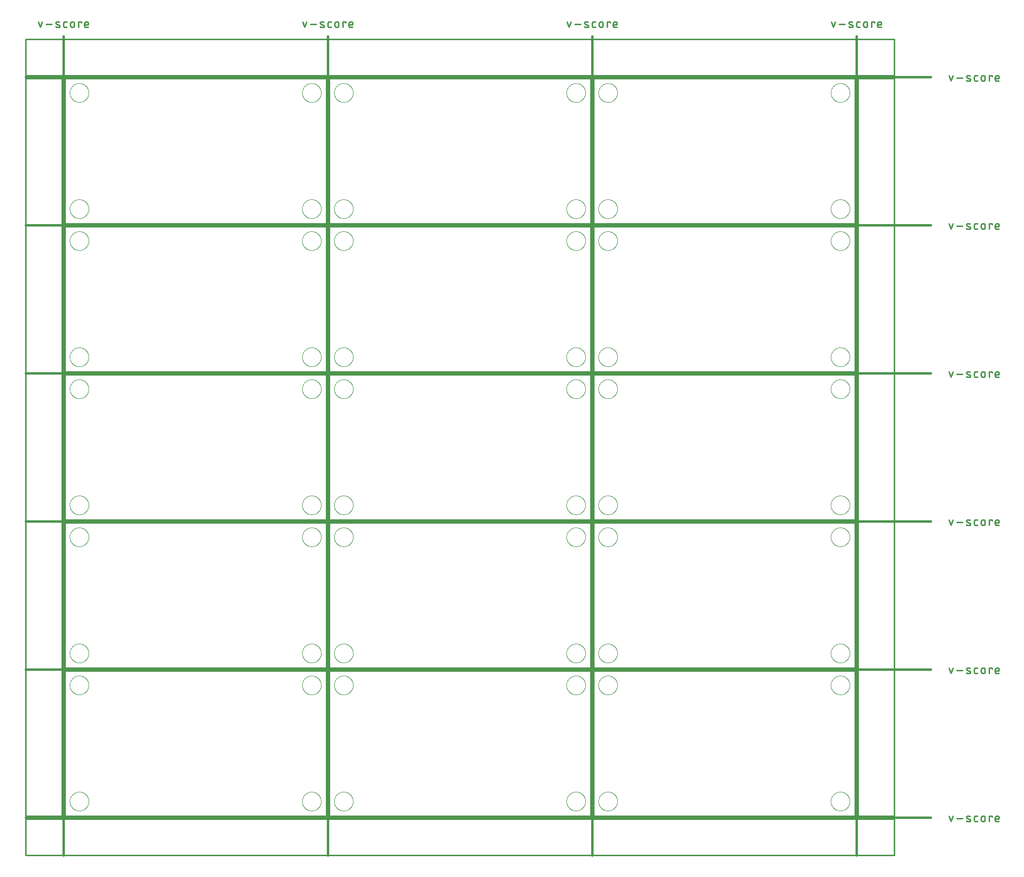
<source format=gko>
G04 EAGLE Gerber RS-274X export*
G75*
%MOMM*%
%FSLAX34Y34*%
%LPD*%
%IN*%
%IPPOS*%
%AMOC8*
5,1,8,0,0,1.08239X$1,22.5*%
G01*
%ADD10C,0.254000*%
%ADD11C,0.381000*%
%ADD12C,0.279400*%
%ADD13C,0.000000*%


D10*
X0Y0D02*
X457200Y0D01*
X457200Y254000D02*
X0Y254000D01*
X457200Y254000D02*
X457200Y0D01*
X0Y0D02*
X0Y254000D01*
X462280Y0D02*
X919480Y0D01*
X919480Y254000D02*
X462280Y254000D01*
X919480Y254000D02*
X919480Y0D01*
X462280Y0D02*
X462280Y254000D01*
X924560Y0D02*
X1381760Y0D01*
X1381760Y254000D02*
X924560Y254000D01*
X1381760Y254000D02*
X1381760Y0D01*
X924560Y0D02*
X924560Y254000D01*
X457200Y259080D02*
X0Y259080D01*
X0Y513080D02*
X457200Y513080D01*
X457200Y259080D01*
X0Y259080D02*
X0Y513080D01*
X462280Y259080D02*
X919480Y259080D01*
X919480Y513080D02*
X462280Y513080D01*
X919480Y513080D02*
X919480Y259080D01*
X462280Y259080D02*
X462280Y513080D01*
X924560Y259080D02*
X1381760Y259080D01*
X1381760Y513080D02*
X924560Y513080D01*
X1381760Y513080D02*
X1381760Y259080D01*
X924560Y259080D02*
X924560Y513080D01*
X457200Y518160D02*
X0Y518160D01*
X0Y772160D02*
X457200Y772160D01*
X457200Y518160D01*
X0Y518160D02*
X0Y772160D01*
X462280Y518160D02*
X919480Y518160D01*
X919480Y772160D02*
X462280Y772160D01*
X919480Y772160D02*
X919480Y518160D01*
X462280Y518160D02*
X462280Y772160D01*
X924560Y518160D02*
X1381760Y518160D01*
X1381760Y772160D02*
X924560Y772160D01*
X1381760Y772160D02*
X1381760Y518160D01*
X924560Y518160D02*
X924560Y772160D01*
X457200Y777240D02*
X0Y777240D01*
X0Y1031240D02*
X457200Y1031240D01*
X457200Y777240D01*
X0Y777240D02*
X0Y1031240D01*
X462280Y777240D02*
X919480Y777240D01*
X919480Y1031240D02*
X462280Y1031240D01*
X919480Y1031240D02*
X919480Y777240D01*
X462280Y777240D02*
X462280Y1031240D01*
X924560Y777240D02*
X1381760Y777240D01*
X1381760Y1031240D02*
X924560Y1031240D01*
X1381760Y1031240D02*
X1381760Y777240D01*
X924560Y777240D02*
X924560Y1031240D01*
X457200Y1036320D02*
X0Y1036320D01*
X0Y1290320D02*
X457200Y1290320D01*
X457200Y1036320D01*
X0Y1036320D02*
X0Y1290320D01*
X462280Y1036320D02*
X919480Y1036320D01*
X919480Y1290320D02*
X462280Y1290320D01*
X919480Y1290320D02*
X919480Y1036320D01*
X462280Y1036320D02*
X462280Y1290320D01*
X924560Y1036320D02*
X1381760Y1036320D01*
X1381760Y1290320D02*
X924560Y1290320D01*
X1381760Y1290320D02*
X1381760Y1036320D01*
X924560Y1036320D02*
X924560Y1290320D01*
D11*
X-2540Y1363980D02*
X-2540Y-68580D01*
D12*
X-42921Y1379347D02*
X-46251Y1389338D01*
X-39590Y1389338D02*
X-42921Y1379347D01*
X-32806Y1385175D02*
X-22815Y1385175D01*
X-14261Y1385175D02*
X-10098Y1383510D01*
X-14261Y1385174D02*
X-14346Y1385210D01*
X-14429Y1385250D01*
X-14510Y1385293D01*
X-14590Y1385340D01*
X-14667Y1385390D01*
X-14743Y1385443D01*
X-14816Y1385499D01*
X-14886Y1385559D01*
X-14954Y1385621D01*
X-15019Y1385686D01*
X-15081Y1385754D01*
X-15141Y1385825D01*
X-15197Y1385898D01*
X-15250Y1385973D01*
X-15300Y1386051D01*
X-15346Y1386130D01*
X-15389Y1386212D01*
X-15429Y1386295D01*
X-15465Y1386380D01*
X-15497Y1386466D01*
X-15526Y1386554D01*
X-15550Y1386643D01*
X-15571Y1386733D01*
X-15588Y1386823D01*
X-15602Y1386914D01*
X-15611Y1387006D01*
X-15616Y1387098D01*
X-15618Y1387190D01*
X-15616Y1387282D01*
X-15609Y1387374D01*
X-15599Y1387466D01*
X-15585Y1387557D01*
X-15567Y1387648D01*
X-15545Y1387737D01*
X-15519Y1387826D01*
X-15489Y1387913D01*
X-15456Y1387999D01*
X-15419Y1388083D01*
X-15379Y1388166D01*
X-15335Y1388247D01*
X-15288Y1388326D01*
X-15237Y1388403D01*
X-15183Y1388478D01*
X-15126Y1388551D01*
X-15066Y1388621D01*
X-15003Y1388688D01*
X-14937Y1388752D01*
X-14869Y1388814D01*
X-14798Y1388873D01*
X-14724Y1388928D01*
X-14648Y1388981D01*
X-14570Y1389030D01*
X-14490Y1389076D01*
X-14409Y1389118D01*
X-14325Y1389157D01*
X-14240Y1389192D01*
X-14153Y1389223D01*
X-14065Y1389251D01*
X-13976Y1389275D01*
X-13886Y1389295D01*
X-13796Y1389312D01*
X-13704Y1389324D01*
X-13612Y1389333D01*
X-13520Y1389337D01*
X-13428Y1389338D01*
X-13201Y1389332D01*
X-12974Y1389321D01*
X-12747Y1389304D01*
X-12521Y1389281D01*
X-12295Y1389254D01*
X-12070Y1389220D01*
X-11846Y1389182D01*
X-11623Y1389138D01*
X-11401Y1389089D01*
X-11180Y1389034D01*
X-10961Y1388974D01*
X-10743Y1388909D01*
X-10527Y1388838D01*
X-10313Y1388763D01*
X-10100Y1388682D01*
X-9890Y1388596D01*
X-9681Y1388505D01*
X-10098Y1383510D02*
X-10013Y1383474D01*
X-9930Y1383434D01*
X-9849Y1383391D01*
X-9769Y1383344D01*
X-9692Y1383294D01*
X-9616Y1383241D01*
X-9543Y1383185D01*
X-9473Y1383125D01*
X-9405Y1383063D01*
X-9340Y1382998D01*
X-9278Y1382930D01*
X-9218Y1382859D01*
X-9162Y1382786D01*
X-9109Y1382711D01*
X-9059Y1382633D01*
X-9013Y1382554D01*
X-8970Y1382472D01*
X-8930Y1382389D01*
X-8894Y1382304D01*
X-8862Y1382218D01*
X-8833Y1382130D01*
X-8809Y1382041D01*
X-8788Y1381951D01*
X-8771Y1381861D01*
X-8757Y1381770D01*
X-8748Y1381678D01*
X-8743Y1381586D01*
X-8741Y1381494D01*
X-8743Y1381402D01*
X-8750Y1381310D01*
X-8760Y1381218D01*
X-8774Y1381127D01*
X-8792Y1381036D01*
X-8814Y1380947D01*
X-8840Y1380858D01*
X-8870Y1380771D01*
X-8903Y1380685D01*
X-8940Y1380601D01*
X-8980Y1380518D01*
X-9024Y1380437D01*
X-9071Y1380358D01*
X-9122Y1380281D01*
X-9176Y1380206D01*
X-9233Y1380133D01*
X-9293Y1380063D01*
X-9356Y1379996D01*
X-9422Y1379932D01*
X-9490Y1379870D01*
X-9561Y1379811D01*
X-9635Y1379756D01*
X-9711Y1379703D01*
X-9789Y1379654D01*
X-9869Y1379608D01*
X-9950Y1379566D01*
X-10034Y1379527D01*
X-10119Y1379492D01*
X-10206Y1379461D01*
X-10294Y1379433D01*
X-10383Y1379409D01*
X-10473Y1379389D01*
X-10563Y1379372D01*
X-10655Y1379360D01*
X-10747Y1379351D01*
X-10839Y1379347D01*
X-10931Y1379346D01*
X-10931Y1379347D02*
X-11265Y1379356D01*
X-11598Y1379373D01*
X-11931Y1379397D01*
X-12264Y1379430D01*
X-12595Y1379470D01*
X-12926Y1379518D01*
X-13255Y1379574D01*
X-13583Y1379637D01*
X-13909Y1379709D01*
X-14233Y1379788D01*
X-14556Y1379874D01*
X-14876Y1379969D01*
X-15194Y1380071D01*
X-15510Y1380180D01*
X562Y1379347D02*
X3892Y1379347D01*
X562Y1379347D02*
X464Y1379349D01*
X366Y1379355D01*
X268Y1379364D01*
X171Y1379378D01*
X75Y1379395D01*
X-21Y1379416D01*
X-116Y1379441D01*
X-210Y1379469D01*
X-303Y1379501D01*
X-394Y1379537D01*
X-484Y1379576D01*
X-572Y1379619D01*
X-659Y1379666D01*
X-743Y1379715D01*
X-826Y1379768D01*
X-906Y1379824D01*
X-985Y1379883D01*
X-1060Y1379946D01*
X-1134Y1380011D01*
X-1204Y1380079D01*
X-1272Y1380149D01*
X-1338Y1380223D01*
X-1400Y1380299D01*
X-1459Y1380377D01*
X-1515Y1380457D01*
X-1568Y1380540D01*
X-1618Y1380624D01*
X-1664Y1380711D01*
X-1707Y1380799D01*
X-1746Y1380889D01*
X-1782Y1380980D01*
X-1814Y1381073D01*
X-1842Y1381167D01*
X-1867Y1381262D01*
X-1888Y1381358D01*
X-1905Y1381454D01*
X-1919Y1381551D01*
X-1928Y1381649D01*
X-1934Y1381747D01*
X-1936Y1381845D01*
X-1936Y1386840D01*
X-1934Y1386938D01*
X-1928Y1387036D01*
X-1919Y1387134D01*
X-1905Y1387231D01*
X-1888Y1387327D01*
X-1867Y1387423D01*
X-1842Y1387518D01*
X-1814Y1387612D01*
X-1782Y1387705D01*
X-1746Y1387796D01*
X-1707Y1387886D01*
X-1664Y1387974D01*
X-1617Y1388061D01*
X-1568Y1388145D01*
X-1515Y1388228D01*
X-1459Y1388308D01*
X-1400Y1388386D01*
X-1337Y1388462D01*
X-1272Y1388536D01*
X-1204Y1388606D01*
X-1134Y1388674D01*
X-1060Y1388739D01*
X-984Y1388802D01*
X-906Y1388861D01*
X-826Y1388917D01*
X-743Y1388970D01*
X-659Y1389019D01*
X-572Y1389066D01*
X-484Y1389109D01*
X-394Y1389148D01*
X-303Y1389184D01*
X-210Y1389216D01*
X-116Y1389244D01*
X-21Y1389269D01*
X75Y1389290D01*
X171Y1389307D01*
X268Y1389321D01*
X366Y1389330D01*
X464Y1389336D01*
X562Y1389338D01*
X3892Y1389338D01*
X10022Y1386007D02*
X10022Y1382677D01*
X10022Y1386007D02*
X10024Y1386121D01*
X10030Y1386234D01*
X10039Y1386348D01*
X10053Y1386460D01*
X10070Y1386573D01*
X10092Y1386685D01*
X10117Y1386795D01*
X10145Y1386905D01*
X10178Y1387014D01*
X10214Y1387122D01*
X10254Y1387229D01*
X10298Y1387334D01*
X10345Y1387437D01*
X10395Y1387539D01*
X10449Y1387639D01*
X10507Y1387737D01*
X10568Y1387833D01*
X10631Y1387927D01*
X10699Y1388019D01*
X10769Y1388109D01*
X10842Y1388195D01*
X10918Y1388280D01*
X10997Y1388362D01*
X11079Y1388441D01*
X11164Y1388517D01*
X11250Y1388590D01*
X11340Y1388660D01*
X11432Y1388728D01*
X11526Y1388791D01*
X11622Y1388852D01*
X11720Y1388910D01*
X11820Y1388964D01*
X11922Y1389014D01*
X12025Y1389061D01*
X12130Y1389105D01*
X12237Y1389145D01*
X12345Y1389181D01*
X12454Y1389214D01*
X12564Y1389242D01*
X12674Y1389267D01*
X12786Y1389289D01*
X12899Y1389306D01*
X13011Y1389320D01*
X13125Y1389329D01*
X13238Y1389335D01*
X13352Y1389337D01*
X13466Y1389335D01*
X13579Y1389329D01*
X13693Y1389320D01*
X13805Y1389306D01*
X13918Y1389289D01*
X14030Y1389267D01*
X14140Y1389242D01*
X14250Y1389214D01*
X14359Y1389181D01*
X14467Y1389145D01*
X14574Y1389105D01*
X14679Y1389061D01*
X14782Y1389014D01*
X14884Y1388964D01*
X14984Y1388910D01*
X15082Y1388852D01*
X15178Y1388791D01*
X15272Y1388728D01*
X15364Y1388660D01*
X15454Y1388590D01*
X15540Y1388517D01*
X15625Y1388441D01*
X15707Y1388362D01*
X15786Y1388280D01*
X15862Y1388195D01*
X15935Y1388109D01*
X16005Y1388019D01*
X16073Y1387927D01*
X16136Y1387833D01*
X16197Y1387737D01*
X16255Y1387639D01*
X16309Y1387539D01*
X16359Y1387437D01*
X16406Y1387334D01*
X16450Y1387229D01*
X16490Y1387122D01*
X16526Y1387014D01*
X16559Y1386905D01*
X16587Y1386795D01*
X16612Y1386685D01*
X16634Y1386573D01*
X16651Y1386460D01*
X16665Y1386348D01*
X16674Y1386234D01*
X16680Y1386121D01*
X16682Y1386007D01*
X16682Y1382677D01*
X16680Y1382563D01*
X16674Y1382450D01*
X16665Y1382336D01*
X16651Y1382224D01*
X16634Y1382111D01*
X16612Y1381999D01*
X16587Y1381889D01*
X16559Y1381779D01*
X16526Y1381670D01*
X16490Y1381562D01*
X16450Y1381455D01*
X16406Y1381350D01*
X16359Y1381247D01*
X16309Y1381145D01*
X16255Y1381045D01*
X16197Y1380947D01*
X16136Y1380851D01*
X16073Y1380757D01*
X16005Y1380665D01*
X15935Y1380575D01*
X15862Y1380489D01*
X15786Y1380404D01*
X15707Y1380322D01*
X15625Y1380243D01*
X15540Y1380167D01*
X15454Y1380094D01*
X15364Y1380024D01*
X15272Y1379956D01*
X15178Y1379893D01*
X15082Y1379832D01*
X14984Y1379774D01*
X14884Y1379720D01*
X14782Y1379670D01*
X14679Y1379623D01*
X14574Y1379579D01*
X14467Y1379539D01*
X14359Y1379503D01*
X14250Y1379470D01*
X14140Y1379442D01*
X14030Y1379417D01*
X13918Y1379395D01*
X13805Y1379378D01*
X13693Y1379364D01*
X13579Y1379355D01*
X13466Y1379349D01*
X13352Y1379347D01*
X13238Y1379349D01*
X13125Y1379355D01*
X13011Y1379364D01*
X12899Y1379378D01*
X12786Y1379395D01*
X12674Y1379417D01*
X12564Y1379442D01*
X12454Y1379470D01*
X12345Y1379503D01*
X12237Y1379539D01*
X12130Y1379579D01*
X12025Y1379623D01*
X11922Y1379670D01*
X11820Y1379720D01*
X11720Y1379774D01*
X11622Y1379832D01*
X11526Y1379893D01*
X11432Y1379956D01*
X11340Y1380024D01*
X11250Y1380094D01*
X11164Y1380167D01*
X11079Y1380243D01*
X10997Y1380322D01*
X10918Y1380404D01*
X10842Y1380489D01*
X10769Y1380575D01*
X10699Y1380665D01*
X10631Y1380757D01*
X10568Y1380851D01*
X10507Y1380947D01*
X10449Y1381045D01*
X10395Y1381145D01*
X10345Y1381247D01*
X10298Y1381350D01*
X10254Y1381455D01*
X10214Y1381562D01*
X10178Y1381670D01*
X10145Y1381779D01*
X10117Y1381889D01*
X10092Y1381999D01*
X10070Y1382111D01*
X10053Y1382224D01*
X10039Y1382336D01*
X10030Y1382450D01*
X10024Y1382563D01*
X10022Y1382677D01*
X24218Y1379347D02*
X24218Y1389338D01*
X29213Y1389338D01*
X29213Y1387673D01*
X37008Y1379347D02*
X41171Y1379347D01*
X37008Y1379347D02*
X36910Y1379349D01*
X36812Y1379355D01*
X36714Y1379364D01*
X36617Y1379378D01*
X36521Y1379395D01*
X36425Y1379416D01*
X36330Y1379441D01*
X36236Y1379469D01*
X36143Y1379501D01*
X36052Y1379537D01*
X35962Y1379576D01*
X35874Y1379619D01*
X35787Y1379666D01*
X35703Y1379715D01*
X35620Y1379768D01*
X35540Y1379824D01*
X35462Y1379883D01*
X35386Y1379946D01*
X35312Y1380011D01*
X35242Y1380079D01*
X35174Y1380149D01*
X35109Y1380223D01*
X35046Y1380299D01*
X34987Y1380377D01*
X34931Y1380457D01*
X34878Y1380540D01*
X34829Y1380624D01*
X34782Y1380711D01*
X34739Y1380799D01*
X34700Y1380889D01*
X34664Y1380980D01*
X34632Y1381073D01*
X34604Y1381167D01*
X34579Y1381262D01*
X34558Y1381358D01*
X34541Y1381454D01*
X34527Y1381551D01*
X34518Y1381649D01*
X34512Y1381747D01*
X34510Y1381845D01*
X34510Y1386007D01*
X34511Y1386007D02*
X34513Y1386121D01*
X34519Y1386234D01*
X34528Y1386348D01*
X34542Y1386460D01*
X34559Y1386573D01*
X34581Y1386685D01*
X34606Y1386795D01*
X34634Y1386905D01*
X34667Y1387014D01*
X34703Y1387122D01*
X34743Y1387229D01*
X34787Y1387334D01*
X34834Y1387437D01*
X34884Y1387539D01*
X34938Y1387639D01*
X34996Y1387737D01*
X35057Y1387833D01*
X35120Y1387927D01*
X35188Y1388019D01*
X35258Y1388109D01*
X35331Y1388195D01*
X35407Y1388280D01*
X35486Y1388362D01*
X35568Y1388441D01*
X35653Y1388517D01*
X35739Y1388590D01*
X35829Y1388660D01*
X35921Y1388728D01*
X36015Y1388791D01*
X36111Y1388852D01*
X36209Y1388910D01*
X36309Y1388964D01*
X36411Y1389014D01*
X36514Y1389061D01*
X36619Y1389105D01*
X36726Y1389145D01*
X36834Y1389181D01*
X36943Y1389214D01*
X37053Y1389242D01*
X37163Y1389267D01*
X37275Y1389289D01*
X37388Y1389306D01*
X37500Y1389320D01*
X37614Y1389329D01*
X37727Y1389335D01*
X37841Y1389337D01*
X37955Y1389335D01*
X38068Y1389329D01*
X38182Y1389320D01*
X38294Y1389306D01*
X38407Y1389289D01*
X38519Y1389267D01*
X38629Y1389242D01*
X38739Y1389214D01*
X38848Y1389181D01*
X38956Y1389145D01*
X39063Y1389105D01*
X39168Y1389061D01*
X39271Y1389014D01*
X39373Y1388964D01*
X39473Y1388910D01*
X39571Y1388852D01*
X39667Y1388791D01*
X39761Y1388728D01*
X39853Y1388660D01*
X39943Y1388590D01*
X40029Y1388517D01*
X40114Y1388441D01*
X40196Y1388362D01*
X40275Y1388280D01*
X40351Y1388195D01*
X40424Y1388109D01*
X40494Y1388019D01*
X40562Y1387927D01*
X40625Y1387833D01*
X40686Y1387737D01*
X40744Y1387639D01*
X40798Y1387539D01*
X40848Y1387437D01*
X40895Y1387334D01*
X40939Y1387229D01*
X40979Y1387122D01*
X41015Y1387014D01*
X41048Y1386905D01*
X41076Y1386795D01*
X41101Y1386685D01*
X41123Y1386573D01*
X41140Y1386460D01*
X41154Y1386348D01*
X41163Y1386234D01*
X41169Y1386121D01*
X41171Y1386007D01*
X41171Y1384342D01*
X34510Y1384342D01*
D11*
X459740Y1363980D02*
X459740Y-68580D01*
D12*
X419359Y1379347D02*
X416029Y1389338D01*
X422690Y1389338D02*
X419359Y1379347D01*
X429474Y1385175D02*
X439465Y1385175D01*
X448019Y1385175D02*
X452182Y1383510D01*
X448019Y1385174D02*
X447934Y1385210D01*
X447851Y1385250D01*
X447770Y1385293D01*
X447690Y1385340D01*
X447613Y1385390D01*
X447537Y1385443D01*
X447464Y1385499D01*
X447394Y1385559D01*
X447326Y1385621D01*
X447261Y1385686D01*
X447199Y1385754D01*
X447139Y1385825D01*
X447083Y1385898D01*
X447030Y1385973D01*
X446980Y1386051D01*
X446934Y1386130D01*
X446891Y1386212D01*
X446851Y1386295D01*
X446815Y1386380D01*
X446783Y1386466D01*
X446754Y1386554D01*
X446730Y1386643D01*
X446709Y1386733D01*
X446692Y1386823D01*
X446678Y1386914D01*
X446669Y1387006D01*
X446664Y1387098D01*
X446662Y1387190D01*
X446664Y1387282D01*
X446671Y1387374D01*
X446681Y1387466D01*
X446695Y1387557D01*
X446713Y1387648D01*
X446735Y1387737D01*
X446761Y1387826D01*
X446791Y1387913D01*
X446824Y1387999D01*
X446861Y1388083D01*
X446901Y1388166D01*
X446945Y1388247D01*
X446992Y1388326D01*
X447043Y1388403D01*
X447097Y1388478D01*
X447154Y1388551D01*
X447214Y1388621D01*
X447277Y1388688D01*
X447343Y1388752D01*
X447411Y1388814D01*
X447482Y1388873D01*
X447556Y1388928D01*
X447632Y1388981D01*
X447710Y1389030D01*
X447790Y1389076D01*
X447871Y1389118D01*
X447955Y1389157D01*
X448040Y1389192D01*
X448127Y1389223D01*
X448215Y1389251D01*
X448304Y1389275D01*
X448394Y1389295D01*
X448484Y1389312D01*
X448576Y1389324D01*
X448668Y1389333D01*
X448760Y1389337D01*
X448852Y1389338D01*
X449079Y1389332D01*
X449306Y1389321D01*
X449533Y1389304D01*
X449759Y1389281D01*
X449985Y1389254D01*
X450210Y1389220D01*
X450434Y1389182D01*
X450657Y1389138D01*
X450879Y1389089D01*
X451100Y1389034D01*
X451319Y1388974D01*
X451537Y1388909D01*
X451753Y1388838D01*
X451967Y1388763D01*
X452180Y1388682D01*
X452390Y1388596D01*
X452599Y1388505D01*
X452182Y1383510D02*
X452267Y1383474D01*
X452350Y1383434D01*
X452431Y1383391D01*
X452511Y1383344D01*
X452588Y1383294D01*
X452664Y1383241D01*
X452737Y1383185D01*
X452807Y1383125D01*
X452875Y1383063D01*
X452940Y1382998D01*
X453002Y1382930D01*
X453062Y1382859D01*
X453118Y1382786D01*
X453171Y1382711D01*
X453221Y1382633D01*
X453267Y1382554D01*
X453310Y1382472D01*
X453350Y1382389D01*
X453386Y1382304D01*
X453418Y1382218D01*
X453447Y1382130D01*
X453471Y1382041D01*
X453492Y1381951D01*
X453509Y1381861D01*
X453523Y1381770D01*
X453532Y1381678D01*
X453537Y1381586D01*
X453539Y1381494D01*
X453537Y1381402D01*
X453530Y1381310D01*
X453520Y1381218D01*
X453506Y1381127D01*
X453488Y1381036D01*
X453466Y1380947D01*
X453440Y1380858D01*
X453410Y1380771D01*
X453377Y1380685D01*
X453340Y1380601D01*
X453300Y1380518D01*
X453256Y1380437D01*
X453209Y1380358D01*
X453158Y1380281D01*
X453104Y1380206D01*
X453047Y1380133D01*
X452987Y1380063D01*
X452924Y1379996D01*
X452858Y1379932D01*
X452790Y1379870D01*
X452719Y1379811D01*
X452645Y1379756D01*
X452569Y1379703D01*
X452491Y1379654D01*
X452411Y1379608D01*
X452330Y1379566D01*
X452246Y1379527D01*
X452161Y1379492D01*
X452074Y1379461D01*
X451986Y1379433D01*
X451897Y1379409D01*
X451807Y1379389D01*
X451717Y1379372D01*
X451625Y1379360D01*
X451533Y1379351D01*
X451441Y1379347D01*
X451349Y1379346D01*
X451349Y1379347D02*
X451015Y1379356D01*
X450682Y1379373D01*
X450349Y1379397D01*
X450016Y1379430D01*
X449685Y1379470D01*
X449354Y1379518D01*
X449025Y1379574D01*
X448697Y1379637D01*
X448371Y1379709D01*
X448047Y1379788D01*
X447724Y1379874D01*
X447404Y1379969D01*
X447086Y1380071D01*
X446770Y1380180D01*
X462842Y1379347D02*
X466172Y1379347D01*
X462842Y1379347D02*
X462744Y1379349D01*
X462646Y1379355D01*
X462548Y1379364D01*
X462451Y1379378D01*
X462355Y1379395D01*
X462259Y1379416D01*
X462164Y1379441D01*
X462070Y1379469D01*
X461977Y1379501D01*
X461886Y1379537D01*
X461796Y1379576D01*
X461708Y1379619D01*
X461621Y1379666D01*
X461537Y1379715D01*
X461454Y1379768D01*
X461374Y1379824D01*
X461296Y1379883D01*
X461220Y1379946D01*
X461146Y1380011D01*
X461076Y1380079D01*
X461008Y1380149D01*
X460943Y1380223D01*
X460880Y1380299D01*
X460821Y1380377D01*
X460765Y1380457D01*
X460712Y1380540D01*
X460663Y1380624D01*
X460616Y1380711D01*
X460573Y1380799D01*
X460534Y1380889D01*
X460498Y1380980D01*
X460466Y1381073D01*
X460438Y1381167D01*
X460413Y1381262D01*
X460392Y1381358D01*
X460375Y1381454D01*
X460361Y1381551D01*
X460352Y1381649D01*
X460346Y1381747D01*
X460344Y1381845D01*
X460344Y1386840D01*
X460346Y1386938D01*
X460352Y1387036D01*
X460361Y1387134D01*
X460375Y1387231D01*
X460392Y1387327D01*
X460413Y1387423D01*
X460438Y1387518D01*
X460466Y1387612D01*
X460498Y1387705D01*
X460534Y1387796D01*
X460573Y1387886D01*
X460616Y1387974D01*
X460663Y1388061D01*
X460712Y1388145D01*
X460765Y1388228D01*
X460821Y1388308D01*
X460880Y1388387D01*
X460943Y1388462D01*
X461008Y1388536D01*
X461076Y1388606D01*
X461146Y1388674D01*
X461220Y1388740D01*
X461296Y1388802D01*
X461374Y1388861D01*
X461454Y1388917D01*
X461537Y1388970D01*
X461621Y1389020D01*
X461708Y1389066D01*
X461796Y1389109D01*
X461886Y1389148D01*
X461977Y1389184D01*
X462070Y1389216D01*
X462164Y1389244D01*
X462259Y1389269D01*
X462355Y1389290D01*
X462451Y1389307D01*
X462548Y1389321D01*
X462646Y1389330D01*
X462744Y1389336D01*
X462842Y1389338D01*
X466172Y1389338D01*
X472302Y1386007D02*
X472302Y1382677D01*
X472302Y1386007D02*
X472304Y1386121D01*
X472310Y1386234D01*
X472319Y1386348D01*
X472333Y1386460D01*
X472350Y1386573D01*
X472372Y1386685D01*
X472397Y1386795D01*
X472425Y1386905D01*
X472458Y1387014D01*
X472494Y1387122D01*
X472534Y1387229D01*
X472578Y1387334D01*
X472625Y1387437D01*
X472675Y1387539D01*
X472729Y1387639D01*
X472787Y1387737D01*
X472848Y1387833D01*
X472911Y1387927D01*
X472979Y1388019D01*
X473049Y1388109D01*
X473122Y1388195D01*
X473198Y1388280D01*
X473277Y1388362D01*
X473359Y1388441D01*
X473444Y1388517D01*
X473530Y1388590D01*
X473620Y1388660D01*
X473712Y1388728D01*
X473806Y1388791D01*
X473902Y1388852D01*
X474000Y1388910D01*
X474100Y1388964D01*
X474202Y1389014D01*
X474305Y1389061D01*
X474410Y1389105D01*
X474517Y1389145D01*
X474625Y1389181D01*
X474734Y1389214D01*
X474844Y1389242D01*
X474954Y1389267D01*
X475066Y1389289D01*
X475179Y1389306D01*
X475291Y1389320D01*
X475405Y1389329D01*
X475518Y1389335D01*
X475632Y1389337D01*
X475746Y1389335D01*
X475859Y1389329D01*
X475973Y1389320D01*
X476085Y1389306D01*
X476198Y1389289D01*
X476310Y1389267D01*
X476420Y1389242D01*
X476530Y1389214D01*
X476639Y1389181D01*
X476747Y1389145D01*
X476854Y1389105D01*
X476959Y1389061D01*
X477062Y1389014D01*
X477164Y1388964D01*
X477264Y1388910D01*
X477362Y1388852D01*
X477458Y1388791D01*
X477552Y1388728D01*
X477644Y1388660D01*
X477734Y1388590D01*
X477820Y1388517D01*
X477905Y1388441D01*
X477987Y1388362D01*
X478066Y1388280D01*
X478142Y1388195D01*
X478215Y1388109D01*
X478285Y1388019D01*
X478353Y1387927D01*
X478416Y1387833D01*
X478477Y1387737D01*
X478535Y1387639D01*
X478589Y1387539D01*
X478639Y1387437D01*
X478686Y1387334D01*
X478730Y1387229D01*
X478770Y1387122D01*
X478806Y1387014D01*
X478839Y1386905D01*
X478867Y1386795D01*
X478892Y1386685D01*
X478914Y1386573D01*
X478931Y1386460D01*
X478945Y1386348D01*
X478954Y1386234D01*
X478960Y1386121D01*
X478962Y1386007D01*
X478962Y1382677D01*
X478960Y1382563D01*
X478954Y1382450D01*
X478945Y1382336D01*
X478931Y1382224D01*
X478914Y1382111D01*
X478892Y1381999D01*
X478867Y1381889D01*
X478839Y1381779D01*
X478806Y1381670D01*
X478770Y1381562D01*
X478730Y1381455D01*
X478686Y1381350D01*
X478639Y1381247D01*
X478589Y1381145D01*
X478535Y1381045D01*
X478477Y1380947D01*
X478416Y1380851D01*
X478353Y1380757D01*
X478285Y1380665D01*
X478215Y1380575D01*
X478142Y1380489D01*
X478066Y1380404D01*
X477987Y1380322D01*
X477905Y1380243D01*
X477820Y1380167D01*
X477734Y1380094D01*
X477644Y1380024D01*
X477552Y1379956D01*
X477458Y1379893D01*
X477362Y1379832D01*
X477264Y1379774D01*
X477164Y1379720D01*
X477062Y1379670D01*
X476959Y1379623D01*
X476854Y1379579D01*
X476747Y1379539D01*
X476639Y1379503D01*
X476530Y1379470D01*
X476420Y1379442D01*
X476310Y1379417D01*
X476198Y1379395D01*
X476085Y1379378D01*
X475973Y1379364D01*
X475859Y1379355D01*
X475746Y1379349D01*
X475632Y1379347D01*
X475518Y1379349D01*
X475405Y1379355D01*
X475291Y1379364D01*
X475179Y1379378D01*
X475066Y1379395D01*
X474954Y1379417D01*
X474844Y1379442D01*
X474734Y1379470D01*
X474625Y1379503D01*
X474517Y1379539D01*
X474410Y1379579D01*
X474305Y1379623D01*
X474202Y1379670D01*
X474100Y1379720D01*
X474000Y1379774D01*
X473902Y1379832D01*
X473806Y1379893D01*
X473712Y1379956D01*
X473620Y1380024D01*
X473530Y1380094D01*
X473444Y1380167D01*
X473359Y1380243D01*
X473277Y1380322D01*
X473198Y1380404D01*
X473122Y1380489D01*
X473049Y1380575D01*
X472979Y1380665D01*
X472911Y1380757D01*
X472848Y1380851D01*
X472787Y1380947D01*
X472729Y1381045D01*
X472675Y1381145D01*
X472625Y1381247D01*
X472578Y1381350D01*
X472534Y1381455D01*
X472494Y1381562D01*
X472458Y1381670D01*
X472425Y1381779D01*
X472397Y1381889D01*
X472372Y1381999D01*
X472350Y1382111D01*
X472333Y1382224D01*
X472319Y1382336D01*
X472310Y1382450D01*
X472304Y1382563D01*
X472302Y1382677D01*
X486498Y1379347D02*
X486498Y1389338D01*
X491493Y1389338D01*
X491493Y1387673D01*
X499288Y1379347D02*
X503451Y1379347D01*
X499288Y1379347D02*
X499190Y1379349D01*
X499092Y1379355D01*
X498994Y1379364D01*
X498897Y1379378D01*
X498801Y1379395D01*
X498705Y1379416D01*
X498610Y1379441D01*
X498516Y1379469D01*
X498423Y1379501D01*
X498332Y1379537D01*
X498242Y1379576D01*
X498154Y1379619D01*
X498067Y1379666D01*
X497983Y1379715D01*
X497900Y1379768D01*
X497820Y1379824D01*
X497742Y1379883D01*
X497666Y1379946D01*
X497592Y1380011D01*
X497522Y1380079D01*
X497454Y1380149D01*
X497389Y1380223D01*
X497326Y1380299D01*
X497267Y1380377D01*
X497211Y1380457D01*
X497158Y1380540D01*
X497109Y1380624D01*
X497062Y1380711D01*
X497019Y1380799D01*
X496980Y1380889D01*
X496944Y1380980D01*
X496912Y1381073D01*
X496884Y1381167D01*
X496859Y1381262D01*
X496838Y1381358D01*
X496821Y1381454D01*
X496807Y1381551D01*
X496798Y1381649D01*
X496792Y1381747D01*
X496790Y1381845D01*
X496790Y1386007D01*
X496791Y1386007D02*
X496793Y1386121D01*
X496799Y1386234D01*
X496808Y1386348D01*
X496822Y1386460D01*
X496839Y1386573D01*
X496861Y1386685D01*
X496886Y1386795D01*
X496914Y1386905D01*
X496947Y1387014D01*
X496983Y1387122D01*
X497023Y1387229D01*
X497067Y1387334D01*
X497114Y1387437D01*
X497164Y1387539D01*
X497218Y1387639D01*
X497276Y1387737D01*
X497337Y1387833D01*
X497400Y1387927D01*
X497468Y1388019D01*
X497538Y1388109D01*
X497611Y1388195D01*
X497687Y1388280D01*
X497766Y1388362D01*
X497848Y1388441D01*
X497933Y1388517D01*
X498019Y1388590D01*
X498109Y1388660D01*
X498201Y1388728D01*
X498295Y1388791D01*
X498391Y1388852D01*
X498489Y1388910D01*
X498589Y1388964D01*
X498691Y1389014D01*
X498794Y1389061D01*
X498899Y1389105D01*
X499006Y1389145D01*
X499114Y1389181D01*
X499223Y1389214D01*
X499333Y1389242D01*
X499443Y1389267D01*
X499555Y1389289D01*
X499668Y1389306D01*
X499780Y1389320D01*
X499894Y1389329D01*
X500007Y1389335D01*
X500121Y1389337D01*
X500235Y1389335D01*
X500348Y1389329D01*
X500462Y1389320D01*
X500574Y1389306D01*
X500687Y1389289D01*
X500799Y1389267D01*
X500909Y1389242D01*
X501019Y1389214D01*
X501128Y1389181D01*
X501236Y1389145D01*
X501343Y1389105D01*
X501448Y1389061D01*
X501551Y1389014D01*
X501653Y1388964D01*
X501753Y1388910D01*
X501851Y1388852D01*
X501947Y1388791D01*
X502041Y1388728D01*
X502133Y1388660D01*
X502223Y1388590D01*
X502309Y1388517D01*
X502394Y1388441D01*
X502476Y1388362D01*
X502555Y1388280D01*
X502631Y1388195D01*
X502704Y1388109D01*
X502774Y1388019D01*
X502842Y1387927D01*
X502905Y1387833D01*
X502966Y1387737D01*
X503024Y1387639D01*
X503078Y1387539D01*
X503128Y1387437D01*
X503175Y1387334D01*
X503219Y1387229D01*
X503259Y1387122D01*
X503295Y1387014D01*
X503328Y1386905D01*
X503356Y1386795D01*
X503381Y1386685D01*
X503403Y1386573D01*
X503420Y1386460D01*
X503434Y1386348D01*
X503443Y1386234D01*
X503449Y1386121D01*
X503451Y1386007D01*
X503451Y1384342D01*
X496790Y1384342D01*
D11*
X922020Y1363980D02*
X922020Y-68580D01*
D12*
X881639Y1379347D02*
X878309Y1389338D01*
X884970Y1389338D02*
X881639Y1379347D01*
X891754Y1385175D02*
X901745Y1385175D01*
X910299Y1385175D02*
X914462Y1383510D01*
X910299Y1385174D02*
X910214Y1385210D01*
X910131Y1385250D01*
X910050Y1385293D01*
X909970Y1385340D01*
X909893Y1385390D01*
X909817Y1385443D01*
X909744Y1385499D01*
X909674Y1385559D01*
X909606Y1385621D01*
X909541Y1385686D01*
X909479Y1385754D01*
X909419Y1385825D01*
X909363Y1385898D01*
X909310Y1385973D01*
X909260Y1386051D01*
X909214Y1386130D01*
X909171Y1386212D01*
X909131Y1386295D01*
X909095Y1386380D01*
X909063Y1386466D01*
X909034Y1386554D01*
X909010Y1386643D01*
X908989Y1386733D01*
X908972Y1386823D01*
X908958Y1386914D01*
X908949Y1387006D01*
X908944Y1387098D01*
X908942Y1387190D01*
X908944Y1387282D01*
X908951Y1387374D01*
X908961Y1387466D01*
X908975Y1387557D01*
X908993Y1387648D01*
X909015Y1387737D01*
X909041Y1387826D01*
X909071Y1387913D01*
X909104Y1387999D01*
X909141Y1388083D01*
X909181Y1388166D01*
X909225Y1388247D01*
X909272Y1388326D01*
X909323Y1388403D01*
X909377Y1388478D01*
X909434Y1388551D01*
X909494Y1388621D01*
X909557Y1388688D01*
X909623Y1388752D01*
X909691Y1388814D01*
X909762Y1388873D01*
X909836Y1388928D01*
X909912Y1388981D01*
X909990Y1389030D01*
X910070Y1389076D01*
X910151Y1389118D01*
X910235Y1389157D01*
X910320Y1389192D01*
X910407Y1389223D01*
X910495Y1389251D01*
X910584Y1389275D01*
X910674Y1389295D01*
X910764Y1389312D01*
X910856Y1389324D01*
X910948Y1389333D01*
X911040Y1389337D01*
X911132Y1389338D01*
X911359Y1389332D01*
X911586Y1389321D01*
X911813Y1389304D01*
X912039Y1389281D01*
X912265Y1389254D01*
X912490Y1389220D01*
X912714Y1389182D01*
X912937Y1389138D01*
X913159Y1389089D01*
X913380Y1389034D01*
X913599Y1388974D01*
X913817Y1388909D01*
X914033Y1388838D01*
X914247Y1388763D01*
X914460Y1388682D01*
X914670Y1388596D01*
X914879Y1388505D01*
X914462Y1383510D02*
X914547Y1383474D01*
X914630Y1383434D01*
X914711Y1383391D01*
X914791Y1383344D01*
X914868Y1383294D01*
X914944Y1383241D01*
X915017Y1383185D01*
X915087Y1383125D01*
X915155Y1383063D01*
X915220Y1382998D01*
X915282Y1382930D01*
X915342Y1382859D01*
X915398Y1382786D01*
X915451Y1382711D01*
X915501Y1382633D01*
X915547Y1382554D01*
X915590Y1382472D01*
X915630Y1382389D01*
X915666Y1382304D01*
X915698Y1382218D01*
X915727Y1382130D01*
X915751Y1382041D01*
X915772Y1381951D01*
X915789Y1381861D01*
X915803Y1381770D01*
X915812Y1381678D01*
X915817Y1381586D01*
X915819Y1381494D01*
X915817Y1381402D01*
X915810Y1381310D01*
X915800Y1381218D01*
X915786Y1381127D01*
X915768Y1381036D01*
X915746Y1380947D01*
X915720Y1380858D01*
X915690Y1380771D01*
X915657Y1380685D01*
X915620Y1380601D01*
X915580Y1380518D01*
X915536Y1380437D01*
X915489Y1380358D01*
X915438Y1380281D01*
X915384Y1380206D01*
X915327Y1380133D01*
X915267Y1380063D01*
X915204Y1379996D01*
X915138Y1379932D01*
X915070Y1379870D01*
X914999Y1379811D01*
X914925Y1379756D01*
X914849Y1379703D01*
X914771Y1379654D01*
X914691Y1379608D01*
X914610Y1379566D01*
X914526Y1379527D01*
X914441Y1379492D01*
X914354Y1379461D01*
X914266Y1379433D01*
X914177Y1379409D01*
X914087Y1379389D01*
X913997Y1379372D01*
X913905Y1379360D01*
X913813Y1379351D01*
X913721Y1379347D01*
X913629Y1379346D01*
X913629Y1379347D02*
X913295Y1379356D01*
X912962Y1379373D01*
X912629Y1379397D01*
X912296Y1379430D01*
X911965Y1379470D01*
X911634Y1379518D01*
X911305Y1379574D01*
X910977Y1379637D01*
X910651Y1379709D01*
X910327Y1379788D01*
X910004Y1379874D01*
X909684Y1379969D01*
X909366Y1380071D01*
X909050Y1380180D01*
X925122Y1379347D02*
X928452Y1379347D01*
X925122Y1379347D02*
X925024Y1379349D01*
X924926Y1379355D01*
X924828Y1379364D01*
X924731Y1379378D01*
X924635Y1379395D01*
X924539Y1379416D01*
X924444Y1379441D01*
X924350Y1379469D01*
X924257Y1379501D01*
X924166Y1379537D01*
X924076Y1379576D01*
X923988Y1379619D01*
X923901Y1379666D01*
X923817Y1379715D01*
X923734Y1379768D01*
X923654Y1379824D01*
X923576Y1379883D01*
X923500Y1379946D01*
X923426Y1380011D01*
X923356Y1380079D01*
X923288Y1380149D01*
X923223Y1380223D01*
X923160Y1380299D01*
X923101Y1380377D01*
X923045Y1380457D01*
X922992Y1380540D01*
X922943Y1380624D01*
X922896Y1380711D01*
X922853Y1380799D01*
X922814Y1380889D01*
X922778Y1380980D01*
X922746Y1381073D01*
X922718Y1381167D01*
X922693Y1381262D01*
X922672Y1381358D01*
X922655Y1381454D01*
X922641Y1381551D01*
X922632Y1381649D01*
X922626Y1381747D01*
X922624Y1381845D01*
X922624Y1386840D01*
X922626Y1386938D01*
X922632Y1387036D01*
X922641Y1387134D01*
X922655Y1387231D01*
X922672Y1387327D01*
X922693Y1387423D01*
X922718Y1387518D01*
X922746Y1387612D01*
X922778Y1387705D01*
X922814Y1387796D01*
X922853Y1387886D01*
X922896Y1387974D01*
X922943Y1388061D01*
X922992Y1388145D01*
X923045Y1388228D01*
X923101Y1388308D01*
X923160Y1388387D01*
X923223Y1388462D01*
X923288Y1388536D01*
X923356Y1388606D01*
X923426Y1388674D01*
X923500Y1388740D01*
X923576Y1388802D01*
X923654Y1388861D01*
X923734Y1388917D01*
X923817Y1388970D01*
X923901Y1389020D01*
X923988Y1389066D01*
X924076Y1389109D01*
X924166Y1389148D01*
X924257Y1389184D01*
X924350Y1389216D01*
X924444Y1389244D01*
X924539Y1389269D01*
X924635Y1389290D01*
X924731Y1389307D01*
X924828Y1389321D01*
X924926Y1389330D01*
X925024Y1389336D01*
X925122Y1389338D01*
X928452Y1389338D01*
X934582Y1386007D02*
X934582Y1382677D01*
X934582Y1386007D02*
X934584Y1386121D01*
X934590Y1386234D01*
X934599Y1386348D01*
X934613Y1386460D01*
X934630Y1386573D01*
X934652Y1386685D01*
X934677Y1386795D01*
X934705Y1386905D01*
X934738Y1387014D01*
X934774Y1387122D01*
X934814Y1387229D01*
X934858Y1387334D01*
X934905Y1387437D01*
X934955Y1387539D01*
X935009Y1387639D01*
X935067Y1387737D01*
X935128Y1387833D01*
X935191Y1387927D01*
X935259Y1388019D01*
X935329Y1388109D01*
X935402Y1388195D01*
X935478Y1388280D01*
X935557Y1388362D01*
X935639Y1388441D01*
X935724Y1388517D01*
X935810Y1388590D01*
X935900Y1388660D01*
X935992Y1388728D01*
X936086Y1388791D01*
X936182Y1388852D01*
X936280Y1388910D01*
X936380Y1388964D01*
X936482Y1389014D01*
X936585Y1389061D01*
X936690Y1389105D01*
X936797Y1389145D01*
X936905Y1389181D01*
X937014Y1389214D01*
X937124Y1389242D01*
X937234Y1389267D01*
X937346Y1389289D01*
X937459Y1389306D01*
X937571Y1389320D01*
X937685Y1389329D01*
X937798Y1389335D01*
X937912Y1389337D01*
X938026Y1389335D01*
X938139Y1389329D01*
X938253Y1389320D01*
X938365Y1389306D01*
X938478Y1389289D01*
X938590Y1389267D01*
X938700Y1389242D01*
X938810Y1389214D01*
X938919Y1389181D01*
X939027Y1389145D01*
X939134Y1389105D01*
X939239Y1389061D01*
X939342Y1389014D01*
X939444Y1388964D01*
X939544Y1388910D01*
X939642Y1388852D01*
X939738Y1388791D01*
X939832Y1388728D01*
X939924Y1388660D01*
X940014Y1388590D01*
X940100Y1388517D01*
X940185Y1388441D01*
X940267Y1388362D01*
X940346Y1388280D01*
X940422Y1388195D01*
X940495Y1388109D01*
X940565Y1388019D01*
X940633Y1387927D01*
X940696Y1387833D01*
X940757Y1387737D01*
X940815Y1387639D01*
X940869Y1387539D01*
X940919Y1387437D01*
X940966Y1387334D01*
X941010Y1387229D01*
X941050Y1387122D01*
X941086Y1387014D01*
X941119Y1386905D01*
X941147Y1386795D01*
X941172Y1386685D01*
X941194Y1386573D01*
X941211Y1386460D01*
X941225Y1386348D01*
X941234Y1386234D01*
X941240Y1386121D01*
X941242Y1386007D01*
X941242Y1382677D01*
X941240Y1382563D01*
X941234Y1382450D01*
X941225Y1382336D01*
X941211Y1382224D01*
X941194Y1382111D01*
X941172Y1381999D01*
X941147Y1381889D01*
X941119Y1381779D01*
X941086Y1381670D01*
X941050Y1381562D01*
X941010Y1381455D01*
X940966Y1381350D01*
X940919Y1381247D01*
X940869Y1381145D01*
X940815Y1381045D01*
X940757Y1380947D01*
X940696Y1380851D01*
X940633Y1380757D01*
X940565Y1380665D01*
X940495Y1380575D01*
X940422Y1380489D01*
X940346Y1380404D01*
X940267Y1380322D01*
X940185Y1380243D01*
X940100Y1380167D01*
X940014Y1380094D01*
X939924Y1380024D01*
X939832Y1379956D01*
X939738Y1379893D01*
X939642Y1379832D01*
X939544Y1379774D01*
X939444Y1379720D01*
X939342Y1379670D01*
X939239Y1379623D01*
X939134Y1379579D01*
X939027Y1379539D01*
X938919Y1379503D01*
X938810Y1379470D01*
X938700Y1379442D01*
X938590Y1379417D01*
X938478Y1379395D01*
X938365Y1379378D01*
X938253Y1379364D01*
X938139Y1379355D01*
X938026Y1379349D01*
X937912Y1379347D01*
X937798Y1379349D01*
X937685Y1379355D01*
X937571Y1379364D01*
X937459Y1379378D01*
X937346Y1379395D01*
X937234Y1379417D01*
X937124Y1379442D01*
X937014Y1379470D01*
X936905Y1379503D01*
X936797Y1379539D01*
X936690Y1379579D01*
X936585Y1379623D01*
X936482Y1379670D01*
X936380Y1379720D01*
X936280Y1379774D01*
X936182Y1379832D01*
X936086Y1379893D01*
X935992Y1379956D01*
X935900Y1380024D01*
X935810Y1380094D01*
X935724Y1380167D01*
X935639Y1380243D01*
X935557Y1380322D01*
X935478Y1380404D01*
X935402Y1380489D01*
X935329Y1380575D01*
X935259Y1380665D01*
X935191Y1380757D01*
X935128Y1380851D01*
X935067Y1380947D01*
X935009Y1381045D01*
X934955Y1381145D01*
X934905Y1381247D01*
X934858Y1381350D01*
X934814Y1381455D01*
X934774Y1381562D01*
X934738Y1381670D01*
X934705Y1381779D01*
X934677Y1381889D01*
X934652Y1381999D01*
X934630Y1382111D01*
X934613Y1382224D01*
X934599Y1382336D01*
X934590Y1382450D01*
X934584Y1382563D01*
X934582Y1382677D01*
X948778Y1379347D02*
X948778Y1389338D01*
X953773Y1389338D01*
X953773Y1387673D01*
X961568Y1379347D02*
X965731Y1379347D01*
X961568Y1379347D02*
X961470Y1379349D01*
X961372Y1379355D01*
X961274Y1379364D01*
X961177Y1379378D01*
X961081Y1379395D01*
X960985Y1379416D01*
X960890Y1379441D01*
X960796Y1379469D01*
X960703Y1379501D01*
X960612Y1379537D01*
X960522Y1379576D01*
X960434Y1379619D01*
X960347Y1379666D01*
X960263Y1379715D01*
X960180Y1379768D01*
X960100Y1379824D01*
X960022Y1379883D01*
X959946Y1379946D01*
X959872Y1380011D01*
X959802Y1380079D01*
X959734Y1380149D01*
X959669Y1380223D01*
X959606Y1380299D01*
X959547Y1380377D01*
X959491Y1380457D01*
X959438Y1380540D01*
X959389Y1380624D01*
X959342Y1380711D01*
X959299Y1380799D01*
X959260Y1380889D01*
X959224Y1380980D01*
X959192Y1381073D01*
X959164Y1381167D01*
X959139Y1381262D01*
X959118Y1381358D01*
X959101Y1381454D01*
X959087Y1381551D01*
X959078Y1381649D01*
X959072Y1381747D01*
X959070Y1381845D01*
X959070Y1386007D01*
X959071Y1386007D02*
X959073Y1386121D01*
X959079Y1386234D01*
X959088Y1386348D01*
X959102Y1386460D01*
X959119Y1386573D01*
X959141Y1386685D01*
X959166Y1386795D01*
X959194Y1386905D01*
X959227Y1387014D01*
X959263Y1387122D01*
X959303Y1387229D01*
X959347Y1387334D01*
X959394Y1387437D01*
X959444Y1387539D01*
X959498Y1387639D01*
X959556Y1387737D01*
X959617Y1387833D01*
X959680Y1387927D01*
X959748Y1388019D01*
X959818Y1388109D01*
X959891Y1388195D01*
X959967Y1388280D01*
X960046Y1388362D01*
X960128Y1388441D01*
X960213Y1388517D01*
X960299Y1388590D01*
X960389Y1388660D01*
X960481Y1388728D01*
X960575Y1388791D01*
X960671Y1388852D01*
X960769Y1388910D01*
X960869Y1388964D01*
X960971Y1389014D01*
X961074Y1389061D01*
X961179Y1389105D01*
X961286Y1389145D01*
X961394Y1389181D01*
X961503Y1389214D01*
X961613Y1389242D01*
X961723Y1389267D01*
X961835Y1389289D01*
X961948Y1389306D01*
X962060Y1389320D01*
X962174Y1389329D01*
X962287Y1389335D01*
X962401Y1389337D01*
X962515Y1389335D01*
X962628Y1389329D01*
X962742Y1389320D01*
X962854Y1389306D01*
X962967Y1389289D01*
X963079Y1389267D01*
X963189Y1389242D01*
X963299Y1389214D01*
X963408Y1389181D01*
X963516Y1389145D01*
X963623Y1389105D01*
X963728Y1389061D01*
X963831Y1389014D01*
X963933Y1388964D01*
X964033Y1388910D01*
X964131Y1388852D01*
X964227Y1388791D01*
X964321Y1388728D01*
X964413Y1388660D01*
X964503Y1388590D01*
X964589Y1388517D01*
X964674Y1388441D01*
X964756Y1388362D01*
X964835Y1388280D01*
X964911Y1388195D01*
X964984Y1388109D01*
X965054Y1388019D01*
X965122Y1387927D01*
X965185Y1387833D01*
X965246Y1387737D01*
X965304Y1387639D01*
X965358Y1387539D01*
X965408Y1387437D01*
X965455Y1387334D01*
X965499Y1387229D01*
X965539Y1387122D01*
X965575Y1387014D01*
X965608Y1386905D01*
X965636Y1386795D01*
X965661Y1386685D01*
X965683Y1386573D01*
X965700Y1386460D01*
X965714Y1386348D01*
X965723Y1386234D01*
X965729Y1386121D01*
X965731Y1386007D01*
X965731Y1384342D01*
X959070Y1384342D01*
D11*
X1384300Y1363980D02*
X1384300Y-68580D01*
D12*
X1343919Y1379347D02*
X1340589Y1389338D01*
X1347250Y1389338D02*
X1343919Y1379347D01*
X1354034Y1385175D02*
X1364025Y1385175D01*
X1372579Y1385175D02*
X1376742Y1383510D01*
X1372579Y1385174D02*
X1372494Y1385210D01*
X1372411Y1385250D01*
X1372330Y1385293D01*
X1372250Y1385340D01*
X1372173Y1385390D01*
X1372097Y1385443D01*
X1372024Y1385499D01*
X1371954Y1385559D01*
X1371886Y1385621D01*
X1371821Y1385686D01*
X1371759Y1385754D01*
X1371699Y1385825D01*
X1371643Y1385898D01*
X1371590Y1385973D01*
X1371540Y1386051D01*
X1371494Y1386130D01*
X1371451Y1386212D01*
X1371411Y1386295D01*
X1371375Y1386380D01*
X1371343Y1386466D01*
X1371314Y1386554D01*
X1371290Y1386643D01*
X1371269Y1386733D01*
X1371252Y1386823D01*
X1371238Y1386914D01*
X1371229Y1387006D01*
X1371224Y1387098D01*
X1371222Y1387190D01*
X1371224Y1387282D01*
X1371231Y1387374D01*
X1371241Y1387466D01*
X1371255Y1387557D01*
X1371273Y1387648D01*
X1371295Y1387737D01*
X1371321Y1387826D01*
X1371351Y1387913D01*
X1371384Y1387999D01*
X1371421Y1388083D01*
X1371461Y1388166D01*
X1371505Y1388247D01*
X1371552Y1388326D01*
X1371603Y1388403D01*
X1371657Y1388478D01*
X1371714Y1388551D01*
X1371774Y1388621D01*
X1371837Y1388688D01*
X1371903Y1388752D01*
X1371971Y1388814D01*
X1372042Y1388873D01*
X1372116Y1388928D01*
X1372192Y1388981D01*
X1372270Y1389030D01*
X1372350Y1389076D01*
X1372431Y1389118D01*
X1372515Y1389157D01*
X1372600Y1389192D01*
X1372687Y1389223D01*
X1372775Y1389251D01*
X1372864Y1389275D01*
X1372954Y1389295D01*
X1373044Y1389312D01*
X1373136Y1389324D01*
X1373228Y1389333D01*
X1373320Y1389337D01*
X1373412Y1389338D01*
X1373639Y1389332D01*
X1373866Y1389321D01*
X1374093Y1389304D01*
X1374319Y1389281D01*
X1374545Y1389254D01*
X1374770Y1389220D01*
X1374994Y1389182D01*
X1375217Y1389138D01*
X1375439Y1389089D01*
X1375660Y1389034D01*
X1375879Y1388974D01*
X1376097Y1388909D01*
X1376313Y1388838D01*
X1376527Y1388763D01*
X1376740Y1388682D01*
X1376950Y1388596D01*
X1377159Y1388505D01*
X1376742Y1383510D02*
X1376827Y1383474D01*
X1376910Y1383434D01*
X1376991Y1383391D01*
X1377071Y1383344D01*
X1377148Y1383294D01*
X1377224Y1383241D01*
X1377297Y1383185D01*
X1377367Y1383125D01*
X1377435Y1383063D01*
X1377500Y1382998D01*
X1377562Y1382930D01*
X1377622Y1382859D01*
X1377678Y1382786D01*
X1377731Y1382711D01*
X1377781Y1382633D01*
X1377827Y1382554D01*
X1377870Y1382472D01*
X1377910Y1382389D01*
X1377946Y1382304D01*
X1377978Y1382218D01*
X1378007Y1382130D01*
X1378031Y1382041D01*
X1378052Y1381951D01*
X1378069Y1381861D01*
X1378083Y1381770D01*
X1378092Y1381678D01*
X1378097Y1381586D01*
X1378099Y1381494D01*
X1378097Y1381402D01*
X1378090Y1381310D01*
X1378080Y1381218D01*
X1378066Y1381127D01*
X1378048Y1381036D01*
X1378026Y1380947D01*
X1378000Y1380858D01*
X1377970Y1380771D01*
X1377937Y1380685D01*
X1377900Y1380601D01*
X1377860Y1380518D01*
X1377816Y1380437D01*
X1377769Y1380358D01*
X1377718Y1380281D01*
X1377664Y1380206D01*
X1377607Y1380133D01*
X1377547Y1380063D01*
X1377484Y1379996D01*
X1377418Y1379932D01*
X1377350Y1379870D01*
X1377279Y1379811D01*
X1377205Y1379756D01*
X1377129Y1379703D01*
X1377051Y1379654D01*
X1376971Y1379608D01*
X1376890Y1379566D01*
X1376806Y1379527D01*
X1376721Y1379492D01*
X1376634Y1379461D01*
X1376546Y1379433D01*
X1376457Y1379409D01*
X1376367Y1379389D01*
X1376277Y1379372D01*
X1376185Y1379360D01*
X1376093Y1379351D01*
X1376001Y1379347D01*
X1375909Y1379346D01*
X1375909Y1379347D02*
X1375575Y1379356D01*
X1375242Y1379373D01*
X1374909Y1379397D01*
X1374576Y1379430D01*
X1374245Y1379470D01*
X1373914Y1379518D01*
X1373585Y1379574D01*
X1373257Y1379637D01*
X1372931Y1379709D01*
X1372607Y1379788D01*
X1372284Y1379874D01*
X1371964Y1379969D01*
X1371646Y1380071D01*
X1371330Y1380180D01*
X1387402Y1379347D02*
X1390732Y1379347D01*
X1387402Y1379347D02*
X1387304Y1379349D01*
X1387206Y1379355D01*
X1387108Y1379364D01*
X1387011Y1379378D01*
X1386915Y1379395D01*
X1386819Y1379416D01*
X1386724Y1379441D01*
X1386630Y1379469D01*
X1386537Y1379501D01*
X1386446Y1379537D01*
X1386356Y1379576D01*
X1386268Y1379619D01*
X1386181Y1379666D01*
X1386097Y1379715D01*
X1386014Y1379768D01*
X1385934Y1379824D01*
X1385856Y1379883D01*
X1385780Y1379946D01*
X1385706Y1380011D01*
X1385636Y1380079D01*
X1385568Y1380149D01*
X1385503Y1380223D01*
X1385440Y1380299D01*
X1385381Y1380377D01*
X1385325Y1380457D01*
X1385272Y1380540D01*
X1385223Y1380624D01*
X1385176Y1380711D01*
X1385133Y1380799D01*
X1385094Y1380889D01*
X1385058Y1380980D01*
X1385026Y1381073D01*
X1384998Y1381167D01*
X1384973Y1381262D01*
X1384952Y1381358D01*
X1384935Y1381454D01*
X1384921Y1381551D01*
X1384912Y1381649D01*
X1384906Y1381747D01*
X1384904Y1381845D01*
X1384904Y1386840D01*
X1384906Y1386938D01*
X1384912Y1387036D01*
X1384921Y1387134D01*
X1384935Y1387231D01*
X1384952Y1387327D01*
X1384973Y1387423D01*
X1384998Y1387518D01*
X1385026Y1387612D01*
X1385058Y1387705D01*
X1385094Y1387796D01*
X1385133Y1387886D01*
X1385176Y1387974D01*
X1385223Y1388061D01*
X1385272Y1388145D01*
X1385325Y1388228D01*
X1385381Y1388308D01*
X1385440Y1388387D01*
X1385503Y1388462D01*
X1385568Y1388536D01*
X1385636Y1388606D01*
X1385706Y1388674D01*
X1385780Y1388740D01*
X1385856Y1388802D01*
X1385934Y1388861D01*
X1386014Y1388917D01*
X1386097Y1388970D01*
X1386181Y1389020D01*
X1386268Y1389066D01*
X1386356Y1389109D01*
X1386446Y1389148D01*
X1386537Y1389184D01*
X1386630Y1389216D01*
X1386724Y1389244D01*
X1386819Y1389269D01*
X1386915Y1389290D01*
X1387011Y1389307D01*
X1387108Y1389321D01*
X1387206Y1389330D01*
X1387304Y1389336D01*
X1387402Y1389338D01*
X1390732Y1389338D01*
X1396862Y1386007D02*
X1396862Y1382677D01*
X1396862Y1386007D02*
X1396864Y1386121D01*
X1396870Y1386234D01*
X1396879Y1386348D01*
X1396893Y1386460D01*
X1396910Y1386573D01*
X1396932Y1386685D01*
X1396957Y1386795D01*
X1396985Y1386905D01*
X1397018Y1387014D01*
X1397054Y1387122D01*
X1397094Y1387229D01*
X1397138Y1387334D01*
X1397185Y1387437D01*
X1397235Y1387539D01*
X1397289Y1387639D01*
X1397347Y1387737D01*
X1397408Y1387833D01*
X1397471Y1387927D01*
X1397539Y1388019D01*
X1397609Y1388109D01*
X1397682Y1388195D01*
X1397758Y1388280D01*
X1397837Y1388362D01*
X1397919Y1388441D01*
X1398004Y1388517D01*
X1398090Y1388590D01*
X1398180Y1388660D01*
X1398272Y1388728D01*
X1398366Y1388791D01*
X1398462Y1388852D01*
X1398560Y1388910D01*
X1398660Y1388964D01*
X1398762Y1389014D01*
X1398865Y1389061D01*
X1398970Y1389105D01*
X1399077Y1389145D01*
X1399185Y1389181D01*
X1399294Y1389214D01*
X1399404Y1389242D01*
X1399514Y1389267D01*
X1399626Y1389289D01*
X1399739Y1389306D01*
X1399851Y1389320D01*
X1399965Y1389329D01*
X1400078Y1389335D01*
X1400192Y1389337D01*
X1400306Y1389335D01*
X1400419Y1389329D01*
X1400533Y1389320D01*
X1400645Y1389306D01*
X1400758Y1389289D01*
X1400870Y1389267D01*
X1400980Y1389242D01*
X1401090Y1389214D01*
X1401199Y1389181D01*
X1401307Y1389145D01*
X1401414Y1389105D01*
X1401519Y1389061D01*
X1401622Y1389014D01*
X1401724Y1388964D01*
X1401824Y1388910D01*
X1401922Y1388852D01*
X1402018Y1388791D01*
X1402112Y1388728D01*
X1402204Y1388660D01*
X1402294Y1388590D01*
X1402380Y1388517D01*
X1402465Y1388441D01*
X1402547Y1388362D01*
X1402626Y1388280D01*
X1402702Y1388195D01*
X1402775Y1388109D01*
X1402845Y1388019D01*
X1402913Y1387927D01*
X1402976Y1387833D01*
X1403037Y1387737D01*
X1403095Y1387639D01*
X1403149Y1387539D01*
X1403199Y1387437D01*
X1403246Y1387334D01*
X1403290Y1387229D01*
X1403330Y1387122D01*
X1403366Y1387014D01*
X1403399Y1386905D01*
X1403427Y1386795D01*
X1403452Y1386685D01*
X1403474Y1386573D01*
X1403491Y1386460D01*
X1403505Y1386348D01*
X1403514Y1386234D01*
X1403520Y1386121D01*
X1403522Y1386007D01*
X1403522Y1382677D01*
X1403520Y1382563D01*
X1403514Y1382450D01*
X1403505Y1382336D01*
X1403491Y1382224D01*
X1403474Y1382111D01*
X1403452Y1381999D01*
X1403427Y1381889D01*
X1403399Y1381779D01*
X1403366Y1381670D01*
X1403330Y1381562D01*
X1403290Y1381455D01*
X1403246Y1381350D01*
X1403199Y1381247D01*
X1403149Y1381145D01*
X1403095Y1381045D01*
X1403037Y1380947D01*
X1402976Y1380851D01*
X1402913Y1380757D01*
X1402845Y1380665D01*
X1402775Y1380575D01*
X1402702Y1380489D01*
X1402626Y1380404D01*
X1402547Y1380322D01*
X1402465Y1380243D01*
X1402380Y1380167D01*
X1402294Y1380094D01*
X1402204Y1380024D01*
X1402112Y1379956D01*
X1402018Y1379893D01*
X1401922Y1379832D01*
X1401824Y1379774D01*
X1401724Y1379720D01*
X1401622Y1379670D01*
X1401519Y1379623D01*
X1401414Y1379579D01*
X1401307Y1379539D01*
X1401199Y1379503D01*
X1401090Y1379470D01*
X1400980Y1379442D01*
X1400870Y1379417D01*
X1400758Y1379395D01*
X1400645Y1379378D01*
X1400533Y1379364D01*
X1400419Y1379355D01*
X1400306Y1379349D01*
X1400192Y1379347D01*
X1400078Y1379349D01*
X1399965Y1379355D01*
X1399851Y1379364D01*
X1399739Y1379378D01*
X1399626Y1379395D01*
X1399514Y1379417D01*
X1399404Y1379442D01*
X1399294Y1379470D01*
X1399185Y1379503D01*
X1399077Y1379539D01*
X1398970Y1379579D01*
X1398865Y1379623D01*
X1398762Y1379670D01*
X1398660Y1379720D01*
X1398560Y1379774D01*
X1398462Y1379832D01*
X1398366Y1379893D01*
X1398272Y1379956D01*
X1398180Y1380024D01*
X1398090Y1380094D01*
X1398004Y1380167D01*
X1397919Y1380243D01*
X1397837Y1380322D01*
X1397758Y1380404D01*
X1397682Y1380489D01*
X1397609Y1380575D01*
X1397539Y1380665D01*
X1397471Y1380757D01*
X1397408Y1380851D01*
X1397347Y1380947D01*
X1397289Y1381045D01*
X1397235Y1381145D01*
X1397185Y1381247D01*
X1397138Y1381350D01*
X1397094Y1381455D01*
X1397054Y1381562D01*
X1397018Y1381670D01*
X1396985Y1381779D01*
X1396957Y1381889D01*
X1396932Y1381999D01*
X1396910Y1382111D01*
X1396893Y1382224D01*
X1396879Y1382336D01*
X1396870Y1382450D01*
X1396864Y1382563D01*
X1396862Y1382677D01*
X1411058Y1379347D02*
X1411058Y1389338D01*
X1416053Y1389338D01*
X1416053Y1387673D01*
X1423848Y1379347D02*
X1428011Y1379347D01*
X1423848Y1379347D02*
X1423750Y1379349D01*
X1423652Y1379355D01*
X1423554Y1379364D01*
X1423457Y1379378D01*
X1423361Y1379395D01*
X1423265Y1379416D01*
X1423170Y1379441D01*
X1423076Y1379469D01*
X1422983Y1379501D01*
X1422892Y1379537D01*
X1422802Y1379576D01*
X1422714Y1379619D01*
X1422627Y1379666D01*
X1422543Y1379715D01*
X1422460Y1379768D01*
X1422380Y1379824D01*
X1422302Y1379883D01*
X1422226Y1379946D01*
X1422152Y1380011D01*
X1422082Y1380079D01*
X1422014Y1380149D01*
X1421949Y1380223D01*
X1421886Y1380299D01*
X1421827Y1380377D01*
X1421771Y1380457D01*
X1421718Y1380540D01*
X1421669Y1380624D01*
X1421622Y1380711D01*
X1421579Y1380799D01*
X1421540Y1380889D01*
X1421504Y1380980D01*
X1421472Y1381073D01*
X1421444Y1381167D01*
X1421419Y1381262D01*
X1421398Y1381358D01*
X1421381Y1381454D01*
X1421367Y1381551D01*
X1421358Y1381649D01*
X1421352Y1381747D01*
X1421350Y1381845D01*
X1421350Y1386007D01*
X1421351Y1386007D02*
X1421353Y1386121D01*
X1421359Y1386234D01*
X1421368Y1386348D01*
X1421382Y1386460D01*
X1421399Y1386573D01*
X1421421Y1386685D01*
X1421446Y1386795D01*
X1421474Y1386905D01*
X1421507Y1387014D01*
X1421543Y1387122D01*
X1421583Y1387229D01*
X1421627Y1387334D01*
X1421674Y1387437D01*
X1421724Y1387539D01*
X1421778Y1387639D01*
X1421836Y1387737D01*
X1421897Y1387833D01*
X1421960Y1387927D01*
X1422028Y1388019D01*
X1422098Y1388109D01*
X1422171Y1388195D01*
X1422247Y1388280D01*
X1422326Y1388362D01*
X1422408Y1388441D01*
X1422493Y1388517D01*
X1422579Y1388590D01*
X1422669Y1388660D01*
X1422761Y1388728D01*
X1422855Y1388791D01*
X1422951Y1388852D01*
X1423049Y1388910D01*
X1423149Y1388964D01*
X1423251Y1389014D01*
X1423354Y1389061D01*
X1423459Y1389105D01*
X1423566Y1389145D01*
X1423674Y1389181D01*
X1423783Y1389214D01*
X1423893Y1389242D01*
X1424003Y1389267D01*
X1424115Y1389289D01*
X1424228Y1389306D01*
X1424340Y1389320D01*
X1424454Y1389329D01*
X1424567Y1389335D01*
X1424681Y1389337D01*
X1424795Y1389335D01*
X1424908Y1389329D01*
X1425022Y1389320D01*
X1425134Y1389306D01*
X1425247Y1389289D01*
X1425359Y1389267D01*
X1425469Y1389242D01*
X1425579Y1389214D01*
X1425688Y1389181D01*
X1425796Y1389145D01*
X1425903Y1389105D01*
X1426008Y1389061D01*
X1426111Y1389014D01*
X1426213Y1388964D01*
X1426313Y1388910D01*
X1426411Y1388852D01*
X1426507Y1388791D01*
X1426601Y1388728D01*
X1426693Y1388660D01*
X1426783Y1388590D01*
X1426869Y1388517D01*
X1426954Y1388441D01*
X1427036Y1388362D01*
X1427115Y1388280D01*
X1427191Y1388195D01*
X1427264Y1388109D01*
X1427334Y1388019D01*
X1427402Y1387927D01*
X1427465Y1387833D01*
X1427526Y1387737D01*
X1427584Y1387639D01*
X1427638Y1387539D01*
X1427688Y1387437D01*
X1427735Y1387334D01*
X1427779Y1387229D01*
X1427819Y1387122D01*
X1427855Y1387014D01*
X1427888Y1386905D01*
X1427916Y1386795D01*
X1427941Y1386685D01*
X1427963Y1386573D01*
X1427980Y1386460D01*
X1427994Y1386348D01*
X1428003Y1386234D01*
X1428009Y1386121D01*
X1428011Y1386007D01*
X1428011Y1384342D01*
X1421350Y1384342D01*
D11*
X1513840Y-2540D02*
X-68580Y-2540D01*
D12*
X1546329Y-42D02*
X1549659Y-10033D01*
X1552990Y-42D01*
X1559774Y-4205D02*
X1569765Y-4205D01*
X1578319Y-4205D02*
X1582482Y-5870D01*
X1578319Y-4206D02*
X1578234Y-4170D01*
X1578151Y-4130D01*
X1578070Y-4087D01*
X1577990Y-4040D01*
X1577913Y-3990D01*
X1577837Y-3937D01*
X1577764Y-3881D01*
X1577694Y-3821D01*
X1577626Y-3759D01*
X1577561Y-3694D01*
X1577499Y-3626D01*
X1577439Y-3555D01*
X1577383Y-3482D01*
X1577330Y-3407D01*
X1577280Y-3329D01*
X1577234Y-3250D01*
X1577191Y-3168D01*
X1577151Y-3085D01*
X1577115Y-3000D01*
X1577083Y-2914D01*
X1577054Y-2826D01*
X1577030Y-2737D01*
X1577009Y-2647D01*
X1576992Y-2557D01*
X1576978Y-2466D01*
X1576969Y-2374D01*
X1576964Y-2282D01*
X1576962Y-2190D01*
X1576964Y-2098D01*
X1576971Y-2006D01*
X1576981Y-1914D01*
X1576995Y-1823D01*
X1577013Y-1732D01*
X1577035Y-1643D01*
X1577061Y-1554D01*
X1577091Y-1467D01*
X1577124Y-1381D01*
X1577161Y-1297D01*
X1577201Y-1214D01*
X1577245Y-1133D01*
X1577292Y-1054D01*
X1577343Y-977D01*
X1577397Y-902D01*
X1577454Y-829D01*
X1577514Y-759D01*
X1577577Y-692D01*
X1577643Y-628D01*
X1577711Y-566D01*
X1577782Y-507D01*
X1577856Y-452D01*
X1577932Y-399D01*
X1578010Y-350D01*
X1578090Y-304D01*
X1578171Y-262D01*
X1578255Y-223D01*
X1578340Y-188D01*
X1578427Y-157D01*
X1578515Y-129D01*
X1578604Y-105D01*
X1578694Y-85D01*
X1578784Y-68D01*
X1578876Y-56D01*
X1578968Y-47D01*
X1579060Y-43D01*
X1579152Y-42D01*
X1579379Y-48D01*
X1579606Y-59D01*
X1579833Y-76D01*
X1580059Y-99D01*
X1580285Y-126D01*
X1580510Y-160D01*
X1580734Y-198D01*
X1580957Y-242D01*
X1581179Y-291D01*
X1581400Y-346D01*
X1581619Y-406D01*
X1581837Y-471D01*
X1582053Y-542D01*
X1582267Y-617D01*
X1582480Y-698D01*
X1582690Y-784D01*
X1582899Y-875D01*
X1582482Y-5870D02*
X1582567Y-5906D01*
X1582650Y-5946D01*
X1582731Y-5989D01*
X1582811Y-6036D01*
X1582888Y-6086D01*
X1582964Y-6139D01*
X1583037Y-6195D01*
X1583107Y-6255D01*
X1583175Y-6317D01*
X1583240Y-6382D01*
X1583302Y-6450D01*
X1583362Y-6521D01*
X1583418Y-6594D01*
X1583471Y-6669D01*
X1583521Y-6747D01*
X1583567Y-6826D01*
X1583610Y-6908D01*
X1583650Y-6991D01*
X1583686Y-7076D01*
X1583718Y-7162D01*
X1583747Y-7250D01*
X1583771Y-7339D01*
X1583792Y-7429D01*
X1583809Y-7519D01*
X1583823Y-7610D01*
X1583832Y-7702D01*
X1583837Y-7794D01*
X1583839Y-7886D01*
X1583837Y-7978D01*
X1583830Y-8070D01*
X1583820Y-8162D01*
X1583806Y-8253D01*
X1583788Y-8344D01*
X1583766Y-8433D01*
X1583740Y-8522D01*
X1583710Y-8609D01*
X1583677Y-8695D01*
X1583640Y-8779D01*
X1583600Y-8862D01*
X1583556Y-8943D01*
X1583509Y-9022D01*
X1583458Y-9099D01*
X1583404Y-9174D01*
X1583347Y-9247D01*
X1583287Y-9317D01*
X1583224Y-9384D01*
X1583158Y-9448D01*
X1583090Y-9510D01*
X1583019Y-9569D01*
X1582945Y-9624D01*
X1582869Y-9677D01*
X1582791Y-9726D01*
X1582711Y-9772D01*
X1582630Y-9814D01*
X1582546Y-9853D01*
X1582461Y-9888D01*
X1582374Y-9919D01*
X1582286Y-9947D01*
X1582197Y-9971D01*
X1582107Y-9991D01*
X1582017Y-10008D01*
X1581925Y-10020D01*
X1581833Y-10029D01*
X1581741Y-10033D01*
X1581649Y-10034D01*
X1581649Y-10033D02*
X1581315Y-10024D01*
X1580982Y-10007D01*
X1580649Y-9983D01*
X1580316Y-9950D01*
X1579985Y-9910D01*
X1579654Y-9862D01*
X1579325Y-9806D01*
X1578997Y-9743D01*
X1578671Y-9671D01*
X1578347Y-9592D01*
X1578024Y-9506D01*
X1577704Y-9411D01*
X1577386Y-9309D01*
X1577070Y-9200D01*
X1593142Y-10033D02*
X1596472Y-10033D01*
X1593142Y-10033D02*
X1593044Y-10031D01*
X1592946Y-10025D01*
X1592848Y-10016D01*
X1592751Y-10002D01*
X1592655Y-9985D01*
X1592559Y-9964D01*
X1592464Y-9939D01*
X1592370Y-9911D01*
X1592277Y-9879D01*
X1592186Y-9843D01*
X1592096Y-9804D01*
X1592008Y-9761D01*
X1591921Y-9714D01*
X1591837Y-9665D01*
X1591754Y-9612D01*
X1591674Y-9556D01*
X1591596Y-9497D01*
X1591520Y-9435D01*
X1591446Y-9369D01*
X1591376Y-9301D01*
X1591308Y-9231D01*
X1591243Y-9157D01*
X1591180Y-9082D01*
X1591121Y-9003D01*
X1591065Y-8923D01*
X1591012Y-8840D01*
X1590963Y-8756D01*
X1590916Y-8669D01*
X1590873Y-8581D01*
X1590834Y-8491D01*
X1590798Y-8400D01*
X1590766Y-8307D01*
X1590738Y-8213D01*
X1590713Y-8118D01*
X1590692Y-8022D01*
X1590675Y-7926D01*
X1590661Y-7829D01*
X1590652Y-7731D01*
X1590646Y-7633D01*
X1590644Y-7535D01*
X1590644Y-2540D01*
X1590646Y-2442D01*
X1590652Y-2344D01*
X1590661Y-2246D01*
X1590675Y-2149D01*
X1590692Y-2053D01*
X1590713Y-1957D01*
X1590738Y-1862D01*
X1590766Y-1768D01*
X1590798Y-1675D01*
X1590834Y-1584D01*
X1590873Y-1494D01*
X1590916Y-1406D01*
X1590963Y-1319D01*
X1591012Y-1235D01*
X1591065Y-1152D01*
X1591121Y-1072D01*
X1591180Y-994D01*
X1591243Y-918D01*
X1591308Y-844D01*
X1591376Y-774D01*
X1591446Y-706D01*
X1591520Y-641D01*
X1591596Y-578D01*
X1591674Y-519D01*
X1591754Y-463D01*
X1591837Y-410D01*
X1591921Y-361D01*
X1592008Y-314D01*
X1592096Y-271D01*
X1592186Y-232D01*
X1592277Y-196D01*
X1592370Y-164D01*
X1592464Y-136D01*
X1592559Y-111D01*
X1592655Y-90D01*
X1592751Y-73D01*
X1592848Y-59D01*
X1592946Y-50D01*
X1593044Y-44D01*
X1593142Y-42D01*
X1596472Y-42D01*
X1602602Y-3373D02*
X1602602Y-6703D01*
X1602602Y-3373D02*
X1602604Y-3259D01*
X1602610Y-3146D01*
X1602619Y-3032D01*
X1602633Y-2920D01*
X1602650Y-2807D01*
X1602672Y-2695D01*
X1602697Y-2585D01*
X1602725Y-2475D01*
X1602758Y-2366D01*
X1602794Y-2258D01*
X1602834Y-2151D01*
X1602878Y-2046D01*
X1602925Y-1943D01*
X1602975Y-1841D01*
X1603029Y-1741D01*
X1603087Y-1643D01*
X1603148Y-1547D01*
X1603211Y-1453D01*
X1603279Y-1361D01*
X1603349Y-1271D01*
X1603422Y-1185D01*
X1603498Y-1100D01*
X1603577Y-1018D01*
X1603659Y-939D01*
X1603744Y-863D01*
X1603830Y-790D01*
X1603920Y-720D01*
X1604012Y-652D01*
X1604106Y-589D01*
X1604202Y-528D01*
X1604300Y-470D01*
X1604400Y-416D01*
X1604502Y-366D01*
X1604605Y-319D01*
X1604710Y-275D01*
X1604817Y-235D01*
X1604925Y-199D01*
X1605034Y-166D01*
X1605144Y-138D01*
X1605254Y-113D01*
X1605366Y-91D01*
X1605479Y-74D01*
X1605591Y-60D01*
X1605705Y-51D01*
X1605818Y-45D01*
X1605932Y-43D01*
X1606046Y-45D01*
X1606159Y-51D01*
X1606273Y-60D01*
X1606385Y-74D01*
X1606498Y-91D01*
X1606610Y-113D01*
X1606720Y-138D01*
X1606830Y-166D01*
X1606939Y-199D01*
X1607047Y-235D01*
X1607154Y-275D01*
X1607259Y-319D01*
X1607362Y-366D01*
X1607464Y-416D01*
X1607564Y-470D01*
X1607662Y-528D01*
X1607758Y-589D01*
X1607852Y-652D01*
X1607944Y-720D01*
X1608034Y-790D01*
X1608120Y-863D01*
X1608205Y-939D01*
X1608287Y-1018D01*
X1608366Y-1100D01*
X1608442Y-1185D01*
X1608515Y-1271D01*
X1608585Y-1361D01*
X1608653Y-1453D01*
X1608716Y-1547D01*
X1608777Y-1643D01*
X1608835Y-1741D01*
X1608889Y-1841D01*
X1608939Y-1943D01*
X1608986Y-2046D01*
X1609030Y-2151D01*
X1609070Y-2258D01*
X1609106Y-2366D01*
X1609139Y-2475D01*
X1609167Y-2585D01*
X1609192Y-2695D01*
X1609214Y-2807D01*
X1609231Y-2920D01*
X1609245Y-3032D01*
X1609254Y-3146D01*
X1609260Y-3259D01*
X1609262Y-3373D01*
X1609262Y-6703D01*
X1609260Y-6817D01*
X1609254Y-6930D01*
X1609245Y-7044D01*
X1609231Y-7156D01*
X1609214Y-7269D01*
X1609192Y-7381D01*
X1609167Y-7491D01*
X1609139Y-7601D01*
X1609106Y-7710D01*
X1609070Y-7818D01*
X1609030Y-7925D01*
X1608986Y-8030D01*
X1608939Y-8133D01*
X1608889Y-8235D01*
X1608835Y-8335D01*
X1608777Y-8433D01*
X1608716Y-8529D01*
X1608653Y-8623D01*
X1608585Y-8715D01*
X1608515Y-8805D01*
X1608442Y-8891D01*
X1608366Y-8976D01*
X1608287Y-9058D01*
X1608205Y-9137D01*
X1608120Y-9213D01*
X1608034Y-9286D01*
X1607944Y-9356D01*
X1607852Y-9424D01*
X1607758Y-9487D01*
X1607662Y-9548D01*
X1607564Y-9606D01*
X1607464Y-9660D01*
X1607362Y-9710D01*
X1607259Y-9757D01*
X1607154Y-9801D01*
X1607047Y-9841D01*
X1606939Y-9877D01*
X1606830Y-9910D01*
X1606720Y-9938D01*
X1606610Y-9963D01*
X1606498Y-9985D01*
X1606385Y-10002D01*
X1606273Y-10016D01*
X1606159Y-10025D01*
X1606046Y-10031D01*
X1605932Y-10033D01*
X1605818Y-10031D01*
X1605705Y-10025D01*
X1605591Y-10016D01*
X1605479Y-10002D01*
X1605366Y-9985D01*
X1605254Y-9963D01*
X1605144Y-9938D01*
X1605034Y-9910D01*
X1604925Y-9877D01*
X1604817Y-9841D01*
X1604710Y-9801D01*
X1604605Y-9757D01*
X1604502Y-9710D01*
X1604400Y-9660D01*
X1604300Y-9606D01*
X1604202Y-9548D01*
X1604106Y-9487D01*
X1604012Y-9424D01*
X1603920Y-9356D01*
X1603830Y-9286D01*
X1603744Y-9213D01*
X1603659Y-9137D01*
X1603577Y-9058D01*
X1603498Y-8976D01*
X1603422Y-8891D01*
X1603349Y-8805D01*
X1603279Y-8715D01*
X1603211Y-8623D01*
X1603148Y-8529D01*
X1603087Y-8433D01*
X1603029Y-8335D01*
X1602975Y-8235D01*
X1602925Y-8133D01*
X1602878Y-8030D01*
X1602834Y-7925D01*
X1602794Y-7818D01*
X1602758Y-7710D01*
X1602725Y-7601D01*
X1602697Y-7491D01*
X1602672Y-7381D01*
X1602650Y-7269D01*
X1602633Y-7156D01*
X1602619Y-7044D01*
X1602610Y-6930D01*
X1602604Y-6817D01*
X1602602Y-6703D01*
X1616798Y-10033D02*
X1616798Y-42D01*
X1621793Y-42D01*
X1621793Y-1707D01*
X1629588Y-10033D02*
X1633751Y-10033D01*
X1629588Y-10033D02*
X1629490Y-10031D01*
X1629392Y-10025D01*
X1629294Y-10016D01*
X1629197Y-10002D01*
X1629101Y-9985D01*
X1629005Y-9964D01*
X1628910Y-9939D01*
X1628816Y-9911D01*
X1628723Y-9879D01*
X1628632Y-9843D01*
X1628542Y-9804D01*
X1628454Y-9761D01*
X1628367Y-9714D01*
X1628283Y-9665D01*
X1628200Y-9612D01*
X1628120Y-9556D01*
X1628042Y-9497D01*
X1627966Y-9435D01*
X1627892Y-9369D01*
X1627822Y-9301D01*
X1627754Y-9231D01*
X1627689Y-9157D01*
X1627626Y-9082D01*
X1627567Y-9003D01*
X1627511Y-8923D01*
X1627458Y-8840D01*
X1627409Y-8756D01*
X1627362Y-8669D01*
X1627319Y-8581D01*
X1627280Y-8491D01*
X1627244Y-8400D01*
X1627212Y-8307D01*
X1627184Y-8213D01*
X1627159Y-8118D01*
X1627138Y-8022D01*
X1627121Y-7926D01*
X1627107Y-7829D01*
X1627098Y-7731D01*
X1627092Y-7633D01*
X1627090Y-7535D01*
X1627090Y-3373D01*
X1627091Y-3373D02*
X1627093Y-3259D01*
X1627099Y-3146D01*
X1627108Y-3032D01*
X1627122Y-2920D01*
X1627139Y-2807D01*
X1627161Y-2695D01*
X1627186Y-2585D01*
X1627214Y-2475D01*
X1627247Y-2366D01*
X1627283Y-2258D01*
X1627323Y-2151D01*
X1627367Y-2046D01*
X1627414Y-1943D01*
X1627464Y-1841D01*
X1627518Y-1741D01*
X1627576Y-1643D01*
X1627637Y-1547D01*
X1627700Y-1453D01*
X1627768Y-1361D01*
X1627838Y-1271D01*
X1627911Y-1185D01*
X1627987Y-1100D01*
X1628066Y-1018D01*
X1628148Y-939D01*
X1628233Y-863D01*
X1628319Y-790D01*
X1628409Y-720D01*
X1628501Y-652D01*
X1628595Y-589D01*
X1628691Y-528D01*
X1628789Y-470D01*
X1628889Y-416D01*
X1628991Y-366D01*
X1629094Y-319D01*
X1629199Y-275D01*
X1629306Y-235D01*
X1629414Y-199D01*
X1629523Y-166D01*
X1629633Y-138D01*
X1629743Y-113D01*
X1629855Y-91D01*
X1629968Y-74D01*
X1630080Y-60D01*
X1630194Y-51D01*
X1630307Y-45D01*
X1630421Y-43D01*
X1630535Y-45D01*
X1630648Y-51D01*
X1630762Y-60D01*
X1630874Y-74D01*
X1630987Y-91D01*
X1631099Y-113D01*
X1631209Y-138D01*
X1631319Y-166D01*
X1631428Y-199D01*
X1631536Y-235D01*
X1631643Y-275D01*
X1631748Y-319D01*
X1631851Y-366D01*
X1631953Y-416D01*
X1632053Y-470D01*
X1632151Y-528D01*
X1632247Y-589D01*
X1632341Y-652D01*
X1632433Y-720D01*
X1632523Y-790D01*
X1632609Y-863D01*
X1632694Y-939D01*
X1632776Y-1018D01*
X1632855Y-1100D01*
X1632931Y-1185D01*
X1633004Y-1271D01*
X1633074Y-1361D01*
X1633142Y-1453D01*
X1633205Y-1547D01*
X1633266Y-1643D01*
X1633324Y-1741D01*
X1633378Y-1841D01*
X1633428Y-1943D01*
X1633475Y-2046D01*
X1633519Y-2151D01*
X1633559Y-2258D01*
X1633595Y-2366D01*
X1633628Y-2475D01*
X1633656Y-2585D01*
X1633681Y-2695D01*
X1633703Y-2807D01*
X1633720Y-2920D01*
X1633734Y-3032D01*
X1633743Y-3146D01*
X1633749Y-3259D01*
X1633751Y-3373D01*
X1633751Y-5038D01*
X1627090Y-5038D01*
D11*
X1513840Y256540D02*
X-68580Y256540D01*
D12*
X1546329Y259038D02*
X1549659Y249047D01*
X1552990Y259038D01*
X1559774Y254875D02*
X1569765Y254875D01*
X1578319Y254875D02*
X1582482Y253210D01*
X1578319Y254874D02*
X1578234Y254910D01*
X1578151Y254950D01*
X1578070Y254993D01*
X1577990Y255040D01*
X1577913Y255090D01*
X1577837Y255143D01*
X1577764Y255199D01*
X1577694Y255259D01*
X1577626Y255321D01*
X1577561Y255386D01*
X1577499Y255454D01*
X1577439Y255525D01*
X1577383Y255598D01*
X1577330Y255673D01*
X1577280Y255751D01*
X1577234Y255830D01*
X1577191Y255912D01*
X1577151Y255995D01*
X1577115Y256080D01*
X1577083Y256166D01*
X1577054Y256254D01*
X1577030Y256343D01*
X1577009Y256433D01*
X1576992Y256523D01*
X1576978Y256614D01*
X1576969Y256706D01*
X1576964Y256798D01*
X1576962Y256890D01*
X1576964Y256982D01*
X1576971Y257074D01*
X1576981Y257166D01*
X1576995Y257257D01*
X1577013Y257348D01*
X1577035Y257437D01*
X1577061Y257526D01*
X1577091Y257613D01*
X1577124Y257699D01*
X1577161Y257783D01*
X1577201Y257866D01*
X1577245Y257947D01*
X1577292Y258026D01*
X1577343Y258103D01*
X1577397Y258178D01*
X1577454Y258251D01*
X1577514Y258321D01*
X1577577Y258388D01*
X1577643Y258452D01*
X1577711Y258514D01*
X1577782Y258573D01*
X1577856Y258628D01*
X1577932Y258681D01*
X1578010Y258730D01*
X1578090Y258776D01*
X1578171Y258818D01*
X1578255Y258857D01*
X1578340Y258892D01*
X1578427Y258923D01*
X1578515Y258951D01*
X1578604Y258975D01*
X1578694Y258995D01*
X1578784Y259012D01*
X1578876Y259024D01*
X1578968Y259033D01*
X1579060Y259037D01*
X1579152Y259038D01*
X1579379Y259032D01*
X1579606Y259021D01*
X1579833Y259004D01*
X1580059Y258981D01*
X1580285Y258954D01*
X1580510Y258920D01*
X1580734Y258882D01*
X1580957Y258838D01*
X1581179Y258789D01*
X1581400Y258734D01*
X1581619Y258674D01*
X1581837Y258609D01*
X1582053Y258538D01*
X1582267Y258463D01*
X1582480Y258382D01*
X1582690Y258296D01*
X1582899Y258205D01*
X1582482Y253210D02*
X1582567Y253174D01*
X1582650Y253134D01*
X1582731Y253091D01*
X1582811Y253044D01*
X1582888Y252994D01*
X1582964Y252941D01*
X1583037Y252885D01*
X1583107Y252825D01*
X1583175Y252763D01*
X1583240Y252698D01*
X1583302Y252630D01*
X1583362Y252559D01*
X1583418Y252486D01*
X1583471Y252411D01*
X1583521Y252333D01*
X1583567Y252254D01*
X1583610Y252172D01*
X1583650Y252089D01*
X1583686Y252004D01*
X1583718Y251918D01*
X1583747Y251830D01*
X1583771Y251741D01*
X1583792Y251651D01*
X1583809Y251561D01*
X1583823Y251470D01*
X1583832Y251378D01*
X1583837Y251286D01*
X1583839Y251194D01*
X1583837Y251102D01*
X1583830Y251010D01*
X1583820Y250918D01*
X1583806Y250827D01*
X1583788Y250736D01*
X1583766Y250647D01*
X1583740Y250558D01*
X1583710Y250471D01*
X1583677Y250385D01*
X1583640Y250301D01*
X1583600Y250218D01*
X1583556Y250137D01*
X1583509Y250058D01*
X1583458Y249981D01*
X1583404Y249906D01*
X1583347Y249833D01*
X1583287Y249763D01*
X1583224Y249696D01*
X1583158Y249632D01*
X1583090Y249570D01*
X1583019Y249511D01*
X1582945Y249456D01*
X1582869Y249403D01*
X1582791Y249354D01*
X1582711Y249308D01*
X1582630Y249266D01*
X1582546Y249227D01*
X1582461Y249192D01*
X1582374Y249161D01*
X1582286Y249133D01*
X1582197Y249109D01*
X1582107Y249089D01*
X1582017Y249072D01*
X1581925Y249060D01*
X1581833Y249051D01*
X1581741Y249047D01*
X1581649Y249046D01*
X1581649Y249047D02*
X1581315Y249056D01*
X1580982Y249073D01*
X1580649Y249097D01*
X1580316Y249130D01*
X1579985Y249170D01*
X1579654Y249218D01*
X1579325Y249274D01*
X1578997Y249337D01*
X1578671Y249409D01*
X1578347Y249488D01*
X1578024Y249574D01*
X1577704Y249669D01*
X1577386Y249771D01*
X1577070Y249880D01*
X1593142Y249047D02*
X1596472Y249047D01*
X1593142Y249047D02*
X1593044Y249049D01*
X1592946Y249055D01*
X1592848Y249064D01*
X1592751Y249078D01*
X1592655Y249095D01*
X1592559Y249116D01*
X1592464Y249141D01*
X1592370Y249169D01*
X1592277Y249201D01*
X1592186Y249237D01*
X1592096Y249276D01*
X1592008Y249319D01*
X1591921Y249366D01*
X1591837Y249415D01*
X1591754Y249468D01*
X1591674Y249524D01*
X1591596Y249583D01*
X1591520Y249646D01*
X1591446Y249711D01*
X1591376Y249779D01*
X1591308Y249849D01*
X1591243Y249923D01*
X1591180Y249999D01*
X1591121Y250077D01*
X1591065Y250157D01*
X1591012Y250240D01*
X1590963Y250324D01*
X1590916Y250411D01*
X1590873Y250499D01*
X1590834Y250589D01*
X1590798Y250680D01*
X1590766Y250773D01*
X1590738Y250867D01*
X1590713Y250962D01*
X1590692Y251058D01*
X1590675Y251154D01*
X1590661Y251251D01*
X1590652Y251349D01*
X1590646Y251447D01*
X1590644Y251545D01*
X1590644Y256540D01*
X1590646Y256638D01*
X1590652Y256736D01*
X1590661Y256834D01*
X1590675Y256931D01*
X1590692Y257027D01*
X1590713Y257123D01*
X1590738Y257218D01*
X1590766Y257312D01*
X1590798Y257405D01*
X1590834Y257496D01*
X1590873Y257586D01*
X1590916Y257674D01*
X1590963Y257761D01*
X1591012Y257845D01*
X1591065Y257928D01*
X1591121Y258008D01*
X1591180Y258087D01*
X1591243Y258162D01*
X1591308Y258236D01*
X1591376Y258306D01*
X1591446Y258374D01*
X1591520Y258440D01*
X1591596Y258502D01*
X1591674Y258561D01*
X1591754Y258617D01*
X1591837Y258670D01*
X1591921Y258720D01*
X1592008Y258766D01*
X1592096Y258809D01*
X1592186Y258848D01*
X1592277Y258884D01*
X1592370Y258916D01*
X1592464Y258944D01*
X1592559Y258969D01*
X1592655Y258990D01*
X1592751Y259007D01*
X1592848Y259021D01*
X1592946Y259030D01*
X1593044Y259036D01*
X1593142Y259038D01*
X1596472Y259038D01*
X1602602Y255707D02*
X1602602Y252377D01*
X1602602Y255707D02*
X1602604Y255821D01*
X1602610Y255934D01*
X1602619Y256048D01*
X1602633Y256160D01*
X1602650Y256273D01*
X1602672Y256385D01*
X1602697Y256495D01*
X1602725Y256605D01*
X1602758Y256714D01*
X1602794Y256822D01*
X1602834Y256929D01*
X1602878Y257034D01*
X1602925Y257137D01*
X1602975Y257239D01*
X1603029Y257339D01*
X1603087Y257437D01*
X1603148Y257533D01*
X1603211Y257627D01*
X1603279Y257719D01*
X1603349Y257809D01*
X1603422Y257895D01*
X1603498Y257980D01*
X1603577Y258062D01*
X1603659Y258141D01*
X1603744Y258217D01*
X1603830Y258290D01*
X1603920Y258360D01*
X1604012Y258428D01*
X1604106Y258491D01*
X1604202Y258552D01*
X1604300Y258610D01*
X1604400Y258664D01*
X1604502Y258714D01*
X1604605Y258761D01*
X1604710Y258805D01*
X1604817Y258845D01*
X1604925Y258881D01*
X1605034Y258914D01*
X1605144Y258942D01*
X1605254Y258967D01*
X1605366Y258989D01*
X1605479Y259006D01*
X1605591Y259020D01*
X1605705Y259029D01*
X1605818Y259035D01*
X1605932Y259037D01*
X1606046Y259035D01*
X1606159Y259029D01*
X1606273Y259020D01*
X1606385Y259006D01*
X1606498Y258989D01*
X1606610Y258967D01*
X1606720Y258942D01*
X1606830Y258914D01*
X1606939Y258881D01*
X1607047Y258845D01*
X1607154Y258805D01*
X1607259Y258761D01*
X1607362Y258714D01*
X1607464Y258664D01*
X1607564Y258610D01*
X1607662Y258552D01*
X1607758Y258491D01*
X1607852Y258428D01*
X1607944Y258360D01*
X1608034Y258290D01*
X1608120Y258217D01*
X1608205Y258141D01*
X1608287Y258062D01*
X1608366Y257980D01*
X1608442Y257895D01*
X1608515Y257809D01*
X1608585Y257719D01*
X1608653Y257627D01*
X1608716Y257533D01*
X1608777Y257437D01*
X1608835Y257339D01*
X1608889Y257239D01*
X1608939Y257137D01*
X1608986Y257034D01*
X1609030Y256929D01*
X1609070Y256822D01*
X1609106Y256714D01*
X1609139Y256605D01*
X1609167Y256495D01*
X1609192Y256385D01*
X1609214Y256273D01*
X1609231Y256160D01*
X1609245Y256048D01*
X1609254Y255934D01*
X1609260Y255821D01*
X1609262Y255707D01*
X1609262Y252377D01*
X1609260Y252263D01*
X1609254Y252150D01*
X1609245Y252036D01*
X1609231Y251924D01*
X1609214Y251811D01*
X1609192Y251699D01*
X1609167Y251589D01*
X1609139Y251479D01*
X1609106Y251370D01*
X1609070Y251262D01*
X1609030Y251155D01*
X1608986Y251050D01*
X1608939Y250947D01*
X1608889Y250845D01*
X1608835Y250745D01*
X1608777Y250647D01*
X1608716Y250551D01*
X1608653Y250457D01*
X1608585Y250365D01*
X1608515Y250275D01*
X1608442Y250189D01*
X1608366Y250104D01*
X1608287Y250022D01*
X1608205Y249943D01*
X1608120Y249867D01*
X1608034Y249794D01*
X1607944Y249724D01*
X1607852Y249656D01*
X1607758Y249593D01*
X1607662Y249532D01*
X1607564Y249474D01*
X1607464Y249420D01*
X1607362Y249370D01*
X1607259Y249323D01*
X1607154Y249279D01*
X1607047Y249239D01*
X1606939Y249203D01*
X1606830Y249170D01*
X1606720Y249142D01*
X1606610Y249117D01*
X1606498Y249095D01*
X1606385Y249078D01*
X1606273Y249064D01*
X1606159Y249055D01*
X1606046Y249049D01*
X1605932Y249047D01*
X1605818Y249049D01*
X1605705Y249055D01*
X1605591Y249064D01*
X1605479Y249078D01*
X1605366Y249095D01*
X1605254Y249117D01*
X1605144Y249142D01*
X1605034Y249170D01*
X1604925Y249203D01*
X1604817Y249239D01*
X1604710Y249279D01*
X1604605Y249323D01*
X1604502Y249370D01*
X1604400Y249420D01*
X1604300Y249474D01*
X1604202Y249532D01*
X1604106Y249593D01*
X1604012Y249656D01*
X1603920Y249724D01*
X1603830Y249794D01*
X1603744Y249867D01*
X1603659Y249943D01*
X1603577Y250022D01*
X1603498Y250104D01*
X1603422Y250189D01*
X1603349Y250275D01*
X1603279Y250365D01*
X1603211Y250457D01*
X1603148Y250551D01*
X1603087Y250647D01*
X1603029Y250745D01*
X1602975Y250845D01*
X1602925Y250947D01*
X1602878Y251050D01*
X1602834Y251155D01*
X1602794Y251262D01*
X1602758Y251370D01*
X1602725Y251479D01*
X1602697Y251589D01*
X1602672Y251699D01*
X1602650Y251811D01*
X1602633Y251924D01*
X1602619Y252036D01*
X1602610Y252150D01*
X1602604Y252263D01*
X1602602Y252377D01*
X1616798Y249047D02*
X1616798Y259038D01*
X1621793Y259038D01*
X1621793Y257373D01*
X1629588Y249047D02*
X1633751Y249047D01*
X1629588Y249047D02*
X1629490Y249049D01*
X1629392Y249055D01*
X1629294Y249064D01*
X1629197Y249078D01*
X1629101Y249095D01*
X1629005Y249116D01*
X1628910Y249141D01*
X1628816Y249169D01*
X1628723Y249201D01*
X1628632Y249237D01*
X1628542Y249276D01*
X1628454Y249319D01*
X1628367Y249366D01*
X1628283Y249415D01*
X1628200Y249468D01*
X1628120Y249524D01*
X1628042Y249583D01*
X1627966Y249646D01*
X1627892Y249711D01*
X1627822Y249779D01*
X1627754Y249849D01*
X1627689Y249923D01*
X1627626Y249999D01*
X1627567Y250077D01*
X1627511Y250157D01*
X1627458Y250240D01*
X1627409Y250324D01*
X1627362Y250411D01*
X1627319Y250499D01*
X1627280Y250589D01*
X1627244Y250680D01*
X1627212Y250773D01*
X1627184Y250867D01*
X1627159Y250962D01*
X1627138Y251058D01*
X1627121Y251154D01*
X1627107Y251251D01*
X1627098Y251349D01*
X1627092Y251447D01*
X1627090Y251545D01*
X1627090Y255707D01*
X1627091Y255707D02*
X1627093Y255821D01*
X1627099Y255934D01*
X1627108Y256048D01*
X1627122Y256160D01*
X1627139Y256273D01*
X1627161Y256385D01*
X1627186Y256495D01*
X1627214Y256605D01*
X1627247Y256714D01*
X1627283Y256822D01*
X1627323Y256929D01*
X1627367Y257034D01*
X1627414Y257137D01*
X1627464Y257239D01*
X1627518Y257339D01*
X1627576Y257437D01*
X1627637Y257533D01*
X1627700Y257627D01*
X1627768Y257719D01*
X1627838Y257809D01*
X1627911Y257895D01*
X1627987Y257980D01*
X1628066Y258062D01*
X1628148Y258141D01*
X1628233Y258217D01*
X1628319Y258290D01*
X1628409Y258360D01*
X1628501Y258428D01*
X1628595Y258491D01*
X1628691Y258552D01*
X1628789Y258610D01*
X1628889Y258664D01*
X1628991Y258714D01*
X1629094Y258761D01*
X1629199Y258805D01*
X1629306Y258845D01*
X1629414Y258881D01*
X1629523Y258914D01*
X1629633Y258942D01*
X1629743Y258967D01*
X1629855Y258989D01*
X1629968Y259006D01*
X1630080Y259020D01*
X1630194Y259029D01*
X1630307Y259035D01*
X1630421Y259037D01*
X1630535Y259035D01*
X1630648Y259029D01*
X1630762Y259020D01*
X1630874Y259006D01*
X1630987Y258989D01*
X1631099Y258967D01*
X1631209Y258942D01*
X1631319Y258914D01*
X1631428Y258881D01*
X1631536Y258845D01*
X1631643Y258805D01*
X1631748Y258761D01*
X1631851Y258714D01*
X1631953Y258664D01*
X1632053Y258610D01*
X1632151Y258552D01*
X1632247Y258491D01*
X1632341Y258428D01*
X1632433Y258360D01*
X1632523Y258290D01*
X1632609Y258217D01*
X1632694Y258141D01*
X1632776Y258062D01*
X1632855Y257980D01*
X1632931Y257895D01*
X1633004Y257809D01*
X1633074Y257719D01*
X1633142Y257627D01*
X1633205Y257533D01*
X1633266Y257437D01*
X1633324Y257339D01*
X1633378Y257239D01*
X1633428Y257137D01*
X1633475Y257034D01*
X1633519Y256929D01*
X1633559Y256822D01*
X1633595Y256714D01*
X1633628Y256605D01*
X1633656Y256495D01*
X1633681Y256385D01*
X1633703Y256273D01*
X1633720Y256160D01*
X1633734Y256048D01*
X1633743Y255934D01*
X1633749Y255821D01*
X1633751Y255707D01*
X1633751Y254042D01*
X1627090Y254042D01*
D11*
X1513840Y515620D02*
X-68580Y515620D01*
D12*
X1546329Y518118D02*
X1549659Y508127D01*
X1552990Y518118D01*
X1559774Y513955D02*
X1569765Y513955D01*
X1578319Y513955D02*
X1582482Y512290D01*
X1578319Y513954D02*
X1578234Y513990D01*
X1578151Y514030D01*
X1578070Y514073D01*
X1577990Y514120D01*
X1577913Y514170D01*
X1577837Y514223D01*
X1577764Y514279D01*
X1577694Y514339D01*
X1577626Y514401D01*
X1577561Y514466D01*
X1577499Y514534D01*
X1577439Y514605D01*
X1577383Y514678D01*
X1577330Y514753D01*
X1577280Y514831D01*
X1577234Y514910D01*
X1577191Y514992D01*
X1577151Y515075D01*
X1577115Y515160D01*
X1577083Y515246D01*
X1577054Y515334D01*
X1577030Y515423D01*
X1577009Y515513D01*
X1576992Y515603D01*
X1576978Y515694D01*
X1576969Y515786D01*
X1576964Y515878D01*
X1576962Y515970D01*
X1576964Y516062D01*
X1576971Y516154D01*
X1576981Y516246D01*
X1576995Y516337D01*
X1577013Y516428D01*
X1577035Y516517D01*
X1577061Y516606D01*
X1577091Y516693D01*
X1577124Y516779D01*
X1577161Y516863D01*
X1577201Y516946D01*
X1577245Y517027D01*
X1577292Y517106D01*
X1577343Y517183D01*
X1577397Y517258D01*
X1577454Y517331D01*
X1577514Y517401D01*
X1577577Y517468D01*
X1577643Y517532D01*
X1577711Y517594D01*
X1577782Y517653D01*
X1577856Y517708D01*
X1577932Y517761D01*
X1578010Y517810D01*
X1578090Y517856D01*
X1578171Y517898D01*
X1578255Y517937D01*
X1578340Y517972D01*
X1578427Y518003D01*
X1578515Y518031D01*
X1578604Y518055D01*
X1578694Y518075D01*
X1578784Y518092D01*
X1578876Y518104D01*
X1578968Y518113D01*
X1579060Y518117D01*
X1579152Y518118D01*
X1579379Y518112D01*
X1579606Y518101D01*
X1579833Y518084D01*
X1580059Y518061D01*
X1580285Y518034D01*
X1580510Y518000D01*
X1580734Y517962D01*
X1580957Y517918D01*
X1581179Y517869D01*
X1581400Y517814D01*
X1581619Y517754D01*
X1581837Y517689D01*
X1582053Y517618D01*
X1582267Y517543D01*
X1582480Y517462D01*
X1582690Y517376D01*
X1582899Y517285D01*
X1582482Y512290D02*
X1582567Y512254D01*
X1582650Y512214D01*
X1582731Y512171D01*
X1582811Y512124D01*
X1582888Y512074D01*
X1582964Y512021D01*
X1583037Y511965D01*
X1583107Y511905D01*
X1583175Y511843D01*
X1583240Y511778D01*
X1583302Y511710D01*
X1583362Y511639D01*
X1583418Y511566D01*
X1583471Y511491D01*
X1583521Y511413D01*
X1583567Y511334D01*
X1583610Y511252D01*
X1583650Y511169D01*
X1583686Y511084D01*
X1583718Y510998D01*
X1583747Y510910D01*
X1583771Y510821D01*
X1583792Y510731D01*
X1583809Y510641D01*
X1583823Y510550D01*
X1583832Y510458D01*
X1583837Y510366D01*
X1583839Y510274D01*
X1583837Y510182D01*
X1583830Y510090D01*
X1583820Y509998D01*
X1583806Y509907D01*
X1583788Y509816D01*
X1583766Y509727D01*
X1583740Y509638D01*
X1583710Y509551D01*
X1583677Y509465D01*
X1583640Y509381D01*
X1583600Y509298D01*
X1583556Y509217D01*
X1583509Y509138D01*
X1583458Y509061D01*
X1583404Y508986D01*
X1583347Y508913D01*
X1583287Y508843D01*
X1583224Y508776D01*
X1583158Y508712D01*
X1583090Y508650D01*
X1583019Y508591D01*
X1582945Y508536D01*
X1582869Y508483D01*
X1582791Y508434D01*
X1582711Y508388D01*
X1582630Y508346D01*
X1582546Y508307D01*
X1582461Y508272D01*
X1582374Y508241D01*
X1582286Y508213D01*
X1582197Y508189D01*
X1582107Y508169D01*
X1582017Y508152D01*
X1581925Y508140D01*
X1581833Y508131D01*
X1581741Y508127D01*
X1581649Y508126D01*
X1581649Y508127D02*
X1581315Y508136D01*
X1580982Y508153D01*
X1580649Y508177D01*
X1580316Y508210D01*
X1579985Y508250D01*
X1579654Y508298D01*
X1579325Y508354D01*
X1578997Y508417D01*
X1578671Y508489D01*
X1578347Y508568D01*
X1578024Y508654D01*
X1577704Y508749D01*
X1577386Y508851D01*
X1577070Y508960D01*
X1593142Y508127D02*
X1596472Y508127D01*
X1593142Y508127D02*
X1593044Y508129D01*
X1592946Y508135D01*
X1592848Y508144D01*
X1592751Y508158D01*
X1592655Y508175D01*
X1592559Y508196D01*
X1592464Y508221D01*
X1592370Y508249D01*
X1592277Y508281D01*
X1592186Y508317D01*
X1592096Y508356D01*
X1592008Y508399D01*
X1591921Y508446D01*
X1591837Y508495D01*
X1591754Y508548D01*
X1591674Y508604D01*
X1591596Y508663D01*
X1591520Y508726D01*
X1591446Y508791D01*
X1591376Y508859D01*
X1591308Y508929D01*
X1591243Y509003D01*
X1591180Y509079D01*
X1591121Y509157D01*
X1591065Y509237D01*
X1591012Y509320D01*
X1590963Y509404D01*
X1590916Y509491D01*
X1590873Y509579D01*
X1590834Y509669D01*
X1590798Y509760D01*
X1590766Y509853D01*
X1590738Y509947D01*
X1590713Y510042D01*
X1590692Y510138D01*
X1590675Y510234D01*
X1590661Y510331D01*
X1590652Y510429D01*
X1590646Y510527D01*
X1590644Y510625D01*
X1590644Y515620D01*
X1590646Y515718D01*
X1590652Y515816D01*
X1590661Y515914D01*
X1590675Y516011D01*
X1590692Y516107D01*
X1590713Y516203D01*
X1590738Y516298D01*
X1590766Y516392D01*
X1590798Y516485D01*
X1590834Y516576D01*
X1590873Y516666D01*
X1590916Y516754D01*
X1590963Y516841D01*
X1591012Y516925D01*
X1591065Y517008D01*
X1591121Y517088D01*
X1591180Y517167D01*
X1591243Y517242D01*
X1591308Y517316D01*
X1591376Y517386D01*
X1591446Y517454D01*
X1591520Y517520D01*
X1591596Y517582D01*
X1591674Y517641D01*
X1591754Y517697D01*
X1591837Y517750D01*
X1591921Y517800D01*
X1592008Y517846D01*
X1592096Y517889D01*
X1592186Y517928D01*
X1592277Y517964D01*
X1592370Y517996D01*
X1592464Y518024D01*
X1592559Y518049D01*
X1592655Y518070D01*
X1592751Y518087D01*
X1592848Y518101D01*
X1592946Y518110D01*
X1593044Y518116D01*
X1593142Y518118D01*
X1596472Y518118D01*
X1602602Y514787D02*
X1602602Y511457D01*
X1602602Y514787D02*
X1602604Y514901D01*
X1602610Y515014D01*
X1602619Y515128D01*
X1602633Y515240D01*
X1602650Y515353D01*
X1602672Y515465D01*
X1602697Y515575D01*
X1602725Y515685D01*
X1602758Y515794D01*
X1602794Y515902D01*
X1602834Y516009D01*
X1602878Y516114D01*
X1602925Y516217D01*
X1602975Y516319D01*
X1603029Y516419D01*
X1603087Y516517D01*
X1603148Y516613D01*
X1603211Y516707D01*
X1603279Y516799D01*
X1603349Y516889D01*
X1603422Y516975D01*
X1603498Y517060D01*
X1603577Y517142D01*
X1603659Y517221D01*
X1603744Y517297D01*
X1603830Y517370D01*
X1603920Y517440D01*
X1604012Y517508D01*
X1604106Y517571D01*
X1604202Y517632D01*
X1604300Y517690D01*
X1604400Y517744D01*
X1604502Y517794D01*
X1604605Y517841D01*
X1604710Y517885D01*
X1604817Y517925D01*
X1604925Y517961D01*
X1605034Y517994D01*
X1605144Y518022D01*
X1605254Y518047D01*
X1605366Y518069D01*
X1605479Y518086D01*
X1605591Y518100D01*
X1605705Y518109D01*
X1605818Y518115D01*
X1605932Y518117D01*
X1606046Y518115D01*
X1606159Y518109D01*
X1606273Y518100D01*
X1606385Y518086D01*
X1606498Y518069D01*
X1606610Y518047D01*
X1606720Y518022D01*
X1606830Y517994D01*
X1606939Y517961D01*
X1607047Y517925D01*
X1607154Y517885D01*
X1607259Y517841D01*
X1607362Y517794D01*
X1607464Y517744D01*
X1607564Y517690D01*
X1607662Y517632D01*
X1607758Y517571D01*
X1607852Y517508D01*
X1607944Y517440D01*
X1608034Y517370D01*
X1608120Y517297D01*
X1608205Y517221D01*
X1608287Y517142D01*
X1608366Y517060D01*
X1608442Y516975D01*
X1608515Y516889D01*
X1608585Y516799D01*
X1608653Y516707D01*
X1608716Y516613D01*
X1608777Y516517D01*
X1608835Y516419D01*
X1608889Y516319D01*
X1608939Y516217D01*
X1608986Y516114D01*
X1609030Y516009D01*
X1609070Y515902D01*
X1609106Y515794D01*
X1609139Y515685D01*
X1609167Y515575D01*
X1609192Y515465D01*
X1609214Y515353D01*
X1609231Y515240D01*
X1609245Y515128D01*
X1609254Y515014D01*
X1609260Y514901D01*
X1609262Y514787D01*
X1609262Y511457D01*
X1609260Y511343D01*
X1609254Y511230D01*
X1609245Y511116D01*
X1609231Y511004D01*
X1609214Y510891D01*
X1609192Y510779D01*
X1609167Y510669D01*
X1609139Y510559D01*
X1609106Y510450D01*
X1609070Y510342D01*
X1609030Y510235D01*
X1608986Y510130D01*
X1608939Y510027D01*
X1608889Y509925D01*
X1608835Y509825D01*
X1608777Y509727D01*
X1608716Y509631D01*
X1608653Y509537D01*
X1608585Y509445D01*
X1608515Y509355D01*
X1608442Y509269D01*
X1608366Y509184D01*
X1608287Y509102D01*
X1608205Y509023D01*
X1608120Y508947D01*
X1608034Y508874D01*
X1607944Y508804D01*
X1607852Y508736D01*
X1607758Y508673D01*
X1607662Y508612D01*
X1607564Y508554D01*
X1607464Y508500D01*
X1607362Y508450D01*
X1607259Y508403D01*
X1607154Y508359D01*
X1607047Y508319D01*
X1606939Y508283D01*
X1606830Y508250D01*
X1606720Y508222D01*
X1606610Y508197D01*
X1606498Y508175D01*
X1606385Y508158D01*
X1606273Y508144D01*
X1606159Y508135D01*
X1606046Y508129D01*
X1605932Y508127D01*
X1605818Y508129D01*
X1605705Y508135D01*
X1605591Y508144D01*
X1605479Y508158D01*
X1605366Y508175D01*
X1605254Y508197D01*
X1605144Y508222D01*
X1605034Y508250D01*
X1604925Y508283D01*
X1604817Y508319D01*
X1604710Y508359D01*
X1604605Y508403D01*
X1604502Y508450D01*
X1604400Y508500D01*
X1604300Y508554D01*
X1604202Y508612D01*
X1604106Y508673D01*
X1604012Y508736D01*
X1603920Y508804D01*
X1603830Y508874D01*
X1603744Y508947D01*
X1603659Y509023D01*
X1603577Y509102D01*
X1603498Y509184D01*
X1603422Y509269D01*
X1603349Y509355D01*
X1603279Y509445D01*
X1603211Y509537D01*
X1603148Y509631D01*
X1603087Y509727D01*
X1603029Y509825D01*
X1602975Y509925D01*
X1602925Y510027D01*
X1602878Y510130D01*
X1602834Y510235D01*
X1602794Y510342D01*
X1602758Y510450D01*
X1602725Y510559D01*
X1602697Y510669D01*
X1602672Y510779D01*
X1602650Y510891D01*
X1602633Y511004D01*
X1602619Y511116D01*
X1602610Y511230D01*
X1602604Y511343D01*
X1602602Y511457D01*
X1616798Y508127D02*
X1616798Y518118D01*
X1621793Y518118D01*
X1621793Y516453D01*
X1629588Y508127D02*
X1633751Y508127D01*
X1629588Y508127D02*
X1629490Y508129D01*
X1629392Y508135D01*
X1629294Y508144D01*
X1629197Y508158D01*
X1629101Y508175D01*
X1629005Y508196D01*
X1628910Y508221D01*
X1628816Y508249D01*
X1628723Y508281D01*
X1628632Y508317D01*
X1628542Y508356D01*
X1628454Y508399D01*
X1628367Y508446D01*
X1628283Y508495D01*
X1628200Y508548D01*
X1628120Y508604D01*
X1628042Y508663D01*
X1627966Y508726D01*
X1627892Y508791D01*
X1627822Y508859D01*
X1627754Y508929D01*
X1627689Y509003D01*
X1627626Y509079D01*
X1627567Y509157D01*
X1627511Y509237D01*
X1627458Y509320D01*
X1627409Y509404D01*
X1627362Y509491D01*
X1627319Y509579D01*
X1627280Y509669D01*
X1627244Y509760D01*
X1627212Y509853D01*
X1627184Y509947D01*
X1627159Y510042D01*
X1627138Y510138D01*
X1627121Y510234D01*
X1627107Y510331D01*
X1627098Y510429D01*
X1627092Y510527D01*
X1627090Y510625D01*
X1627090Y514787D01*
X1627091Y514787D02*
X1627093Y514901D01*
X1627099Y515014D01*
X1627108Y515128D01*
X1627122Y515240D01*
X1627139Y515353D01*
X1627161Y515465D01*
X1627186Y515575D01*
X1627214Y515685D01*
X1627247Y515794D01*
X1627283Y515902D01*
X1627323Y516009D01*
X1627367Y516114D01*
X1627414Y516217D01*
X1627464Y516319D01*
X1627518Y516419D01*
X1627576Y516517D01*
X1627637Y516613D01*
X1627700Y516707D01*
X1627768Y516799D01*
X1627838Y516889D01*
X1627911Y516975D01*
X1627987Y517060D01*
X1628066Y517142D01*
X1628148Y517221D01*
X1628233Y517297D01*
X1628319Y517370D01*
X1628409Y517440D01*
X1628501Y517508D01*
X1628595Y517571D01*
X1628691Y517632D01*
X1628789Y517690D01*
X1628889Y517744D01*
X1628991Y517794D01*
X1629094Y517841D01*
X1629199Y517885D01*
X1629306Y517925D01*
X1629414Y517961D01*
X1629523Y517994D01*
X1629633Y518022D01*
X1629743Y518047D01*
X1629855Y518069D01*
X1629968Y518086D01*
X1630080Y518100D01*
X1630194Y518109D01*
X1630307Y518115D01*
X1630421Y518117D01*
X1630535Y518115D01*
X1630648Y518109D01*
X1630762Y518100D01*
X1630874Y518086D01*
X1630987Y518069D01*
X1631099Y518047D01*
X1631209Y518022D01*
X1631319Y517994D01*
X1631428Y517961D01*
X1631536Y517925D01*
X1631643Y517885D01*
X1631748Y517841D01*
X1631851Y517794D01*
X1631953Y517744D01*
X1632053Y517690D01*
X1632151Y517632D01*
X1632247Y517571D01*
X1632341Y517508D01*
X1632433Y517440D01*
X1632523Y517370D01*
X1632609Y517297D01*
X1632694Y517221D01*
X1632776Y517142D01*
X1632855Y517060D01*
X1632931Y516975D01*
X1633004Y516889D01*
X1633074Y516799D01*
X1633142Y516707D01*
X1633205Y516613D01*
X1633266Y516517D01*
X1633324Y516419D01*
X1633378Y516319D01*
X1633428Y516217D01*
X1633475Y516114D01*
X1633519Y516009D01*
X1633559Y515902D01*
X1633595Y515794D01*
X1633628Y515685D01*
X1633656Y515575D01*
X1633681Y515465D01*
X1633703Y515353D01*
X1633720Y515240D01*
X1633734Y515128D01*
X1633743Y515014D01*
X1633749Y514901D01*
X1633751Y514787D01*
X1633751Y513122D01*
X1627090Y513122D01*
D11*
X1513840Y774700D02*
X-68580Y774700D01*
D12*
X1546329Y777198D02*
X1549659Y767207D01*
X1552990Y777198D01*
X1559774Y773035D02*
X1569765Y773035D01*
X1578319Y773035D02*
X1582482Y771370D01*
X1578319Y773034D02*
X1578234Y773070D01*
X1578151Y773110D01*
X1578070Y773153D01*
X1577990Y773200D01*
X1577913Y773250D01*
X1577837Y773303D01*
X1577764Y773359D01*
X1577694Y773419D01*
X1577626Y773481D01*
X1577561Y773546D01*
X1577499Y773614D01*
X1577439Y773685D01*
X1577383Y773758D01*
X1577330Y773833D01*
X1577280Y773911D01*
X1577234Y773990D01*
X1577191Y774072D01*
X1577151Y774155D01*
X1577115Y774240D01*
X1577083Y774326D01*
X1577054Y774414D01*
X1577030Y774503D01*
X1577009Y774593D01*
X1576992Y774683D01*
X1576978Y774774D01*
X1576969Y774866D01*
X1576964Y774958D01*
X1576962Y775050D01*
X1576964Y775142D01*
X1576971Y775234D01*
X1576981Y775326D01*
X1576995Y775417D01*
X1577013Y775508D01*
X1577035Y775597D01*
X1577061Y775686D01*
X1577091Y775773D01*
X1577124Y775859D01*
X1577161Y775943D01*
X1577201Y776026D01*
X1577245Y776107D01*
X1577292Y776186D01*
X1577343Y776263D01*
X1577397Y776338D01*
X1577454Y776411D01*
X1577514Y776481D01*
X1577577Y776548D01*
X1577643Y776612D01*
X1577711Y776674D01*
X1577782Y776733D01*
X1577856Y776788D01*
X1577932Y776841D01*
X1578010Y776890D01*
X1578090Y776936D01*
X1578171Y776978D01*
X1578255Y777017D01*
X1578340Y777052D01*
X1578427Y777083D01*
X1578515Y777111D01*
X1578604Y777135D01*
X1578694Y777155D01*
X1578784Y777172D01*
X1578876Y777184D01*
X1578968Y777193D01*
X1579060Y777197D01*
X1579152Y777198D01*
X1579379Y777192D01*
X1579606Y777181D01*
X1579833Y777164D01*
X1580059Y777141D01*
X1580285Y777114D01*
X1580510Y777080D01*
X1580734Y777042D01*
X1580957Y776998D01*
X1581179Y776949D01*
X1581400Y776894D01*
X1581619Y776834D01*
X1581837Y776769D01*
X1582053Y776698D01*
X1582267Y776623D01*
X1582480Y776542D01*
X1582690Y776456D01*
X1582899Y776365D01*
X1582482Y771370D02*
X1582567Y771334D01*
X1582650Y771294D01*
X1582731Y771251D01*
X1582811Y771204D01*
X1582888Y771154D01*
X1582964Y771101D01*
X1583037Y771045D01*
X1583107Y770985D01*
X1583175Y770923D01*
X1583240Y770858D01*
X1583302Y770790D01*
X1583362Y770719D01*
X1583418Y770646D01*
X1583471Y770571D01*
X1583521Y770493D01*
X1583567Y770414D01*
X1583610Y770332D01*
X1583650Y770249D01*
X1583686Y770164D01*
X1583718Y770078D01*
X1583747Y769990D01*
X1583771Y769901D01*
X1583792Y769811D01*
X1583809Y769721D01*
X1583823Y769630D01*
X1583832Y769538D01*
X1583837Y769446D01*
X1583839Y769354D01*
X1583837Y769262D01*
X1583830Y769170D01*
X1583820Y769078D01*
X1583806Y768987D01*
X1583788Y768896D01*
X1583766Y768807D01*
X1583740Y768718D01*
X1583710Y768631D01*
X1583677Y768545D01*
X1583640Y768461D01*
X1583600Y768378D01*
X1583556Y768297D01*
X1583509Y768218D01*
X1583458Y768141D01*
X1583404Y768066D01*
X1583347Y767993D01*
X1583287Y767923D01*
X1583224Y767856D01*
X1583158Y767792D01*
X1583090Y767730D01*
X1583019Y767671D01*
X1582945Y767616D01*
X1582869Y767563D01*
X1582791Y767514D01*
X1582711Y767468D01*
X1582630Y767426D01*
X1582546Y767387D01*
X1582461Y767352D01*
X1582374Y767321D01*
X1582286Y767293D01*
X1582197Y767269D01*
X1582107Y767249D01*
X1582017Y767232D01*
X1581925Y767220D01*
X1581833Y767211D01*
X1581741Y767207D01*
X1581649Y767206D01*
X1581649Y767207D02*
X1581315Y767216D01*
X1580982Y767233D01*
X1580649Y767257D01*
X1580316Y767290D01*
X1579985Y767330D01*
X1579654Y767378D01*
X1579325Y767434D01*
X1578997Y767497D01*
X1578671Y767569D01*
X1578347Y767648D01*
X1578024Y767734D01*
X1577704Y767829D01*
X1577386Y767931D01*
X1577070Y768040D01*
X1593142Y767207D02*
X1596472Y767207D01*
X1593142Y767207D02*
X1593044Y767209D01*
X1592946Y767215D01*
X1592848Y767224D01*
X1592751Y767238D01*
X1592655Y767255D01*
X1592559Y767276D01*
X1592464Y767301D01*
X1592370Y767329D01*
X1592277Y767361D01*
X1592186Y767397D01*
X1592096Y767436D01*
X1592008Y767479D01*
X1591921Y767526D01*
X1591837Y767575D01*
X1591754Y767628D01*
X1591674Y767684D01*
X1591596Y767743D01*
X1591520Y767806D01*
X1591446Y767871D01*
X1591376Y767939D01*
X1591308Y768009D01*
X1591243Y768083D01*
X1591180Y768159D01*
X1591121Y768237D01*
X1591065Y768317D01*
X1591012Y768400D01*
X1590963Y768484D01*
X1590916Y768571D01*
X1590873Y768659D01*
X1590834Y768749D01*
X1590798Y768840D01*
X1590766Y768933D01*
X1590738Y769027D01*
X1590713Y769122D01*
X1590692Y769218D01*
X1590675Y769314D01*
X1590661Y769411D01*
X1590652Y769509D01*
X1590646Y769607D01*
X1590644Y769705D01*
X1590644Y774700D01*
X1590646Y774798D01*
X1590652Y774896D01*
X1590661Y774994D01*
X1590675Y775091D01*
X1590692Y775187D01*
X1590713Y775283D01*
X1590738Y775378D01*
X1590766Y775472D01*
X1590798Y775565D01*
X1590834Y775656D01*
X1590873Y775746D01*
X1590916Y775834D01*
X1590963Y775921D01*
X1591012Y776005D01*
X1591065Y776088D01*
X1591121Y776168D01*
X1591180Y776247D01*
X1591243Y776322D01*
X1591308Y776396D01*
X1591376Y776466D01*
X1591446Y776534D01*
X1591520Y776600D01*
X1591596Y776662D01*
X1591674Y776721D01*
X1591754Y776777D01*
X1591837Y776830D01*
X1591921Y776880D01*
X1592008Y776926D01*
X1592096Y776969D01*
X1592186Y777008D01*
X1592277Y777044D01*
X1592370Y777076D01*
X1592464Y777104D01*
X1592559Y777129D01*
X1592655Y777150D01*
X1592751Y777167D01*
X1592848Y777181D01*
X1592946Y777190D01*
X1593044Y777196D01*
X1593142Y777198D01*
X1596472Y777198D01*
X1602602Y773867D02*
X1602602Y770537D01*
X1602602Y773867D02*
X1602604Y773981D01*
X1602610Y774094D01*
X1602619Y774208D01*
X1602633Y774320D01*
X1602650Y774433D01*
X1602672Y774545D01*
X1602697Y774655D01*
X1602725Y774765D01*
X1602758Y774874D01*
X1602794Y774982D01*
X1602834Y775089D01*
X1602878Y775194D01*
X1602925Y775297D01*
X1602975Y775399D01*
X1603029Y775499D01*
X1603087Y775597D01*
X1603148Y775693D01*
X1603211Y775787D01*
X1603279Y775879D01*
X1603349Y775969D01*
X1603422Y776055D01*
X1603498Y776140D01*
X1603577Y776222D01*
X1603659Y776301D01*
X1603744Y776377D01*
X1603830Y776450D01*
X1603920Y776520D01*
X1604012Y776588D01*
X1604106Y776651D01*
X1604202Y776712D01*
X1604300Y776770D01*
X1604400Y776824D01*
X1604502Y776874D01*
X1604605Y776921D01*
X1604710Y776965D01*
X1604817Y777005D01*
X1604925Y777041D01*
X1605034Y777074D01*
X1605144Y777102D01*
X1605254Y777127D01*
X1605366Y777149D01*
X1605479Y777166D01*
X1605591Y777180D01*
X1605705Y777189D01*
X1605818Y777195D01*
X1605932Y777197D01*
X1606046Y777195D01*
X1606159Y777189D01*
X1606273Y777180D01*
X1606385Y777166D01*
X1606498Y777149D01*
X1606610Y777127D01*
X1606720Y777102D01*
X1606830Y777074D01*
X1606939Y777041D01*
X1607047Y777005D01*
X1607154Y776965D01*
X1607259Y776921D01*
X1607362Y776874D01*
X1607464Y776824D01*
X1607564Y776770D01*
X1607662Y776712D01*
X1607758Y776651D01*
X1607852Y776588D01*
X1607944Y776520D01*
X1608034Y776450D01*
X1608120Y776377D01*
X1608205Y776301D01*
X1608287Y776222D01*
X1608366Y776140D01*
X1608442Y776055D01*
X1608515Y775969D01*
X1608585Y775879D01*
X1608653Y775787D01*
X1608716Y775693D01*
X1608777Y775597D01*
X1608835Y775499D01*
X1608889Y775399D01*
X1608939Y775297D01*
X1608986Y775194D01*
X1609030Y775089D01*
X1609070Y774982D01*
X1609106Y774874D01*
X1609139Y774765D01*
X1609167Y774655D01*
X1609192Y774545D01*
X1609214Y774433D01*
X1609231Y774320D01*
X1609245Y774208D01*
X1609254Y774094D01*
X1609260Y773981D01*
X1609262Y773867D01*
X1609262Y770537D01*
X1609260Y770423D01*
X1609254Y770310D01*
X1609245Y770196D01*
X1609231Y770084D01*
X1609214Y769971D01*
X1609192Y769859D01*
X1609167Y769749D01*
X1609139Y769639D01*
X1609106Y769530D01*
X1609070Y769422D01*
X1609030Y769315D01*
X1608986Y769210D01*
X1608939Y769107D01*
X1608889Y769005D01*
X1608835Y768905D01*
X1608777Y768807D01*
X1608716Y768711D01*
X1608653Y768617D01*
X1608585Y768525D01*
X1608515Y768435D01*
X1608442Y768349D01*
X1608366Y768264D01*
X1608287Y768182D01*
X1608205Y768103D01*
X1608120Y768027D01*
X1608034Y767954D01*
X1607944Y767884D01*
X1607852Y767816D01*
X1607758Y767753D01*
X1607662Y767692D01*
X1607564Y767634D01*
X1607464Y767580D01*
X1607362Y767530D01*
X1607259Y767483D01*
X1607154Y767439D01*
X1607047Y767399D01*
X1606939Y767363D01*
X1606830Y767330D01*
X1606720Y767302D01*
X1606610Y767277D01*
X1606498Y767255D01*
X1606385Y767238D01*
X1606273Y767224D01*
X1606159Y767215D01*
X1606046Y767209D01*
X1605932Y767207D01*
X1605818Y767209D01*
X1605705Y767215D01*
X1605591Y767224D01*
X1605479Y767238D01*
X1605366Y767255D01*
X1605254Y767277D01*
X1605144Y767302D01*
X1605034Y767330D01*
X1604925Y767363D01*
X1604817Y767399D01*
X1604710Y767439D01*
X1604605Y767483D01*
X1604502Y767530D01*
X1604400Y767580D01*
X1604300Y767634D01*
X1604202Y767692D01*
X1604106Y767753D01*
X1604012Y767816D01*
X1603920Y767884D01*
X1603830Y767954D01*
X1603744Y768027D01*
X1603659Y768103D01*
X1603577Y768182D01*
X1603498Y768264D01*
X1603422Y768349D01*
X1603349Y768435D01*
X1603279Y768525D01*
X1603211Y768617D01*
X1603148Y768711D01*
X1603087Y768807D01*
X1603029Y768905D01*
X1602975Y769005D01*
X1602925Y769107D01*
X1602878Y769210D01*
X1602834Y769315D01*
X1602794Y769422D01*
X1602758Y769530D01*
X1602725Y769639D01*
X1602697Y769749D01*
X1602672Y769859D01*
X1602650Y769971D01*
X1602633Y770084D01*
X1602619Y770196D01*
X1602610Y770310D01*
X1602604Y770423D01*
X1602602Y770537D01*
X1616798Y767207D02*
X1616798Y777198D01*
X1621793Y777198D01*
X1621793Y775533D01*
X1629588Y767207D02*
X1633751Y767207D01*
X1629588Y767207D02*
X1629490Y767209D01*
X1629392Y767215D01*
X1629294Y767224D01*
X1629197Y767238D01*
X1629101Y767255D01*
X1629005Y767276D01*
X1628910Y767301D01*
X1628816Y767329D01*
X1628723Y767361D01*
X1628632Y767397D01*
X1628542Y767436D01*
X1628454Y767479D01*
X1628367Y767526D01*
X1628283Y767575D01*
X1628200Y767628D01*
X1628120Y767684D01*
X1628042Y767743D01*
X1627966Y767806D01*
X1627892Y767871D01*
X1627822Y767939D01*
X1627754Y768009D01*
X1627689Y768083D01*
X1627626Y768159D01*
X1627567Y768237D01*
X1627511Y768317D01*
X1627458Y768400D01*
X1627409Y768484D01*
X1627362Y768571D01*
X1627319Y768659D01*
X1627280Y768749D01*
X1627244Y768840D01*
X1627212Y768933D01*
X1627184Y769027D01*
X1627159Y769122D01*
X1627138Y769218D01*
X1627121Y769314D01*
X1627107Y769411D01*
X1627098Y769509D01*
X1627092Y769607D01*
X1627090Y769705D01*
X1627090Y773867D01*
X1627091Y773867D02*
X1627093Y773981D01*
X1627099Y774094D01*
X1627108Y774208D01*
X1627122Y774320D01*
X1627139Y774433D01*
X1627161Y774545D01*
X1627186Y774655D01*
X1627214Y774765D01*
X1627247Y774874D01*
X1627283Y774982D01*
X1627323Y775089D01*
X1627367Y775194D01*
X1627414Y775297D01*
X1627464Y775399D01*
X1627518Y775499D01*
X1627576Y775597D01*
X1627637Y775693D01*
X1627700Y775787D01*
X1627768Y775879D01*
X1627838Y775969D01*
X1627911Y776055D01*
X1627987Y776140D01*
X1628066Y776222D01*
X1628148Y776301D01*
X1628233Y776377D01*
X1628319Y776450D01*
X1628409Y776520D01*
X1628501Y776588D01*
X1628595Y776651D01*
X1628691Y776712D01*
X1628789Y776770D01*
X1628889Y776824D01*
X1628991Y776874D01*
X1629094Y776921D01*
X1629199Y776965D01*
X1629306Y777005D01*
X1629414Y777041D01*
X1629523Y777074D01*
X1629633Y777102D01*
X1629743Y777127D01*
X1629855Y777149D01*
X1629968Y777166D01*
X1630080Y777180D01*
X1630194Y777189D01*
X1630307Y777195D01*
X1630421Y777197D01*
X1630535Y777195D01*
X1630648Y777189D01*
X1630762Y777180D01*
X1630874Y777166D01*
X1630987Y777149D01*
X1631099Y777127D01*
X1631209Y777102D01*
X1631319Y777074D01*
X1631428Y777041D01*
X1631536Y777005D01*
X1631643Y776965D01*
X1631748Y776921D01*
X1631851Y776874D01*
X1631953Y776824D01*
X1632053Y776770D01*
X1632151Y776712D01*
X1632247Y776651D01*
X1632341Y776588D01*
X1632433Y776520D01*
X1632523Y776450D01*
X1632609Y776377D01*
X1632694Y776301D01*
X1632776Y776222D01*
X1632855Y776140D01*
X1632931Y776055D01*
X1633004Y775969D01*
X1633074Y775879D01*
X1633142Y775787D01*
X1633205Y775693D01*
X1633266Y775597D01*
X1633324Y775499D01*
X1633378Y775399D01*
X1633428Y775297D01*
X1633475Y775194D01*
X1633519Y775089D01*
X1633559Y774982D01*
X1633595Y774874D01*
X1633628Y774765D01*
X1633656Y774655D01*
X1633681Y774545D01*
X1633703Y774433D01*
X1633720Y774320D01*
X1633734Y774208D01*
X1633743Y774094D01*
X1633749Y773981D01*
X1633751Y773867D01*
X1633751Y772202D01*
X1627090Y772202D01*
D11*
X1513840Y1033780D02*
X-68580Y1033780D01*
D12*
X1546329Y1036278D02*
X1549659Y1026287D01*
X1552990Y1036278D01*
X1559774Y1032115D02*
X1569765Y1032115D01*
X1578319Y1032115D02*
X1582482Y1030450D01*
X1578319Y1032114D02*
X1578234Y1032150D01*
X1578151Y1032190D01*
X1578070Y1032233D01*
X1577990Y1032280D01*
X1577913Y1032330D01*
X1577837Y1032383D01*
X1577764Y1032439D01*
X1577694Y1032499D01*
X1577626Y1032561D01*
X1577561Y1032626D01*
X1577499Y1032694D01*
X1577439Y1032765D01*
X1577383Y1032838D01*
X1577330Y1032913D01*
X1577280Y1032991D01*
X1577234Y1033070D01*
X1577191Y1033152D01*
X1577151Y1033235D01*
X1577115Y1033320D01*
X1577083Y1033406D01*
X1577054Y1033494D01*
X1577030Y1033583D01*
X1577009Y1033673D01*
X1576992Y1033763D01*
X1576978Y1033854D01*
X1576969Y1033946D01*
X1576964Y1034038D01*
X1576962Y1034130D01*
X1576964Y1034222D01*
X1576971Y1034314D01*
X1576981Y1034406D01*
X1576995Y1034497D01*
X1577013Y1034588D01*
X1577035Y1034677D01*
X1577061Y1034766D01*
X1577091Y1034853D01*
X1577124Y1034939D01*
X1577161Y1035023D01*
X1577201Y1035106D01*
X1577245Y1035187D01*
X1577292Y1035266D01*
X1577343Y1035343D01*
X1577397Y1035418D01*
X1577454Y1035491D01*
X1577514Y1035561D01*
X1577577Y1035628D01*
X1577643Y1035692D01*
X1577711Y1035754D01*
X1577782Y1035813D01*
X1577856Y1035868D01*
X1577932Y1035921D01*
X1578010Y1035970D01*
X1578090Y1036016D01*
X1578171Y1036058D01*
X1578255Y1036097D01*
X1578340Y1036132D01*
X1578427Y1036163D01*
X1578515Y1036191D01*
X1578604Y1036215D01*
X1578694Y1036235D01*
X1578784Y1036252D01*
X1578876Y1036264D01*
X1578968Y1036273D01*
X1579060Y1036277D01*
X1579152Y1036278D01*
X1579379Y1036272D01*
X1579606Y1036261D01*
X1579833Y1036244D01*
X1580059Y1036221D01*
X1580285Y1036194D01*
X1580510Y1036160D01*
X1580734Y1036122D01*
X1580957Y1036078D01*
X1581179Y1036029D01*
X1581400Y1035974D01*
X1581619Y1035914D01*
X1581837Y1035849D01*
X1582053Y1035778D01*
X1582267Y1035703D01*
X1582480Y1035622D01*
X1582690Y1035536D01*
X1582899Y1035445D01*
X1582482Y1030450D02*
X1582567Y1030414D01*
X1582650Y1030374D01*
X1582731Y1030331D01*
X1582811Y1030284D01*
X1582888Y1030234D01*
X1582964Y1030181D01*
X1583037Y1030125D01*
X1583107Y1030065D01*
X1583175Y1030003D01*
X1583240Y1029938D01*
X1583302Y1029870D01*
X1583362Y1029799D01*
X1583418Y1029726D01*
X1583471Y1029651D01*
X1583521Y1029573D01*
X1583567Y1029494D01*
X1583610Y1029412D01*
X1583650Y1029329D01*
X1583686Y1029244D01*
X1583718Y1029158D01*
X1583747Y1029070D01*
X1583771Y1028981D01*
X1583792Y1028891D01*
X1583809Y1028801D01*
X1583823Y1028710D01*
X1583832Y1028618D01*
X1583837Y1028526D01*
X1583839Y1028434D01*
X1583837Y1028342D01*
X1583830Y1028250D01*
X1583820Y1028158D01*
X1583806Y1028067D01*
X1583788Y1027976D01*
X1583766Y1027887D01*
X1583740Y1027798D01*
X1583710Y1027711D01*
X1583677Y1027625D01*
X1583640Y1027541D01*
X1583600Y1027458D01*
X1583556Y1027377D01*
X1583509Y1027298D01*
X1583458Y1027221D01*
X1583404Y1027146D01*
X1583347Y1027073D01*
X1583287Y1027003D01*
X1583224Y1026936D01*
X1583158Y1026872D01*
X1583090Y1026810D01*
X1583019Y1026751D01*
X1582945Y1026696D01*
X1582869Y1026643D01*
X1582791Y1026594D01*
X1582711Y1026548D01*
X1582630Y1026506D01*
X1582546Y1026467D01*
X1582461Y1026432D01*
X1582374Y1026401D01*
X1582286Y1026373D01*
X1582197Y1026349D01*
X1582107Y1026329D01*
X1582017Y1026312D01*
X1581925Y1026300D01*
X1581833Y1026291D01*
X1581741Y1026287D01*
X1581649Y1026286D01*
X1581649Y1026287D02*
X1581315Y1026296D01*
X1580982Y1026313D01*
X1580649Y1026337D01*
X1580316Y1026370D01*
X1579985Y1026410D01*
X1579654Y1026458D01*
X1579325Y1026514D01*
X1578997Y1026577D01*
X1578671Y1026649D01*
X1578347Y1026728D01*
X1578024Y1026814D01*
X1577704Y1026909D01*
X1577386Y1027011D01*
X1577070Y1027120D01*
X1593142Y1026287D02*
X1596472Y1026287D01*
X1593142Y1026287D02*
X1593044Y1026289D01*
X1592946Y1026295D01*
X1592848Y1026304D01*
X1592751Y1026318D01*
X1592655Y1026335D01*
X1592559Y1026356D01*
X1592464Y1026381D01*
X1592370Y1026409D01*
X1592277Y1026441D01*
X1592186Y1026477D01*
X1592096Y1026516D01*
X1592008Y1026559D01*
X1591921Y1026606D01*
X1591837Y1026655D01*
X1591754Y1026708D01*
X1591674Y1026764D01*
X1591596Y1026823D01*
X1591520Y1026886D01*
X1591446Y1026951D01*
X1591376Y1027019D01*
X1591308Y1027089D01*
X1591243Y1027163D01*
X1591180Y1027239D01*
X1591121Y1027317D01*
X1591065Y1027397D01*
X1591012Y1027480D01*
X1590963Y1027564D01*
X1590916Y1027651D01*
X1590873Y1027739D01*
X1590834Y1027829D01*
X1590798Y1027920D01*
X1590766Y1028013D01*
X1590738Y1028107D01*
X1590713Y1028202D01*
X1590692Y1028298D01*
X1590675Y1028394D01*
X1590661Y1028491D01*
X1590652Y1028589D01*
X1590646Y1028687D01*
X1590644Y1028785D01*
X1590644Y1033780D01*
X1590646Y1033878D01*
X1590652Y1033976D01*
X1590661Y1034074D01*
X1590675Y1034171D01*
X1590692Y1034267D01*
X1590713Y1034363D01*
X1590738Y1034458D01*
X1590766Y1034552D01*
X1590798Y1034645D01*
X1590834Y1034736D01*
X1590873Y1034826D01*
X1590916Y1034914D01*
X1590963Y1035001D01*
X1591012Y1035085D01*
X1591065Y1035168D01*
X1591121Y1035248D01*
X1591180Y1035327D01*
X1591243Y1035402D01*
X1591308Y1035476D01*
X1591376Y1035546D01*
X1591446Y1035614D01*
X1591520Y1035680D01*
X1591596Y1035742D01*
X1591674Y1035801D01*
X1591754Y1035857D01*
X1591837Y1035910D01*
X1591921Y1035960D01*
X1592008Y1036006D01*
X1592096Y1036049D01*
X1592186Y1036088D01*
X1592277Y1036124D01*
X1592370Y1036156D01*
X1592464Y1036184D01*
X1592559Y1036209D01*
X1592655Y1036230D01*
X1592751Y1036247D01*
X1592848Y1036261D01*
X1592946Y1036270D01*
X1593044Y1036276D01*
X1593142Y1036278D01*
X1596472Y1036278D01*
X1602602Y1032947D02*
X1602602Y1029617D01*
X1602602Y1032947D02*
X1602604Y1033061D01*
X1602610Y1033174D01*
X1602619Y1033288D01*
X1602633Y1033400D01*
X1602650Y1033513D01*
X1602672Y1033625D01*
X1602697Y1033735D01*
X1602725Y1033845D01*
X1602758Y1033954D01*
X1602794Y1034062D01*
X1602834Y1034169D01*
X1602878Y1034274D01*
X1602925Y1034377D01*
X1602975Y1034479D01*
X1603029Y1034579D01*
X1603087Y1034677D01*
X1603148Y1034773D01*
X1603211Y1034867D01*
X1603279Y1034959D01*
X1603349Y1035049D01*
X1603422Y1035135D01*
X1603498Y1035220D01*
X1603577Y1035302D01*
X1603659Y1035381D01*
X1603744Y1035457D01*
X1603830Y1035530D01*
X1603920Y1035600D01*
X1604012Y1035668D01*
X1604106Y1035731D01*
X1604202Y1035792D01*
X1604300Y1035850D01*
X1604400Y1035904D01*
X1604502Y1035954D01*
X1604605Y1036001D01*
X1604710Y1036045D01*
X1604817Y1036085D01*
X1604925Y1036121D01*
X1605034Y1036154D01*
X1605144Y1036182D01*
X1605254Y1036207D01*
X1605366Y1036229D01*
X1605479Y1036246D01*
X1605591Y1036260D01*
X1605705Y1036269D01*
X1605818Y1036275D01*
X1605932Y1036277D01*
X1606046Y1036275D01*
X1606159Y1036269D01*
X1606273Y1036260D01*
X1606385Y1036246D01*
X1606498Y1036229D01*
X1606610Y1036207D01*
X1606720Y1036182D01*
X1606830Y1036154D01*
X1606939Y1036121D01*
X1607047Y1036085D01*
X1607154Y1036045D01*
X1607259Y1036001D01*
X1607362Y1035954D01*
X1607464Y1035904D01*
X1607564Y1035850D01*
X1607662Y1035792D01*
X1607758Y1035731D01*
X1607852Y1035668D01*
X1607944Y1035600D01*
X1608034Y1035530D01*
X1608120Y1035457D01*
X1608205Y1035381D01*
X1608287Y1035302D01*
X1608366Y1035220D01*
X1608442Y1035135D01*
X1608515Y1035049D01*
X1608585Y1034959D01*
X1608653Y1034867D01*
X1608716Y1034773D01*
X1608777Y1034677D01*
X1608835Y1034579D01*
X1608889Y1034479D01*
X1608939Y1034377D01*
X1608986Y1034274D01*
X1609030Y1034169D01*
X1609070Y1034062D01*
X1609106Y1033954D01*
X1609139Y1033845D01*
X1609167Y1033735D01*
X1609192Y1033625D01*
X1609214Y1033513D01*
X1609231Y1033400D01*
X1609245Y1033288D01*
X1609254Y1033174D01*
X1609260Y1033061D01*
X1609262Y1032947D01*
X1609262Y1029617D01*
X1609260Y1029503D01*
X1609254Y1029390D01*
X1609245Y1029276D01*
X1609231Y1029164D01*
X1609214Y1029051D01*
X1609192Y1028939D01*
X1609167Y1028829D01*
X1609139Y1028719D01*
X1609106Y1028610D01*
X1609070Y1028502D01*
X1609030Y1028395D01*
X1608986Y1028290D01*
X1608939Y1028187D01*
X1608889Y1028085D01*
X1608835Y1027985D01*
X1608777Y1027887D01*
X1608716Y1027791D01*
X1608653Y1027697D01*
X1608585Y1027605D01*
X1608515Y1027515D01*
X1608442Y1027429D01*
X1608366Y1027344D01*
X1608287Y1027262D01*
X1608205Y1027183D01*
X1608120Y1027107D01*
X1608034Y1027034D01*
X1607944Y1026964D01*
X1607852Y1026896D01*
X1607758Y1026833D01*
X1607662Y1026772D01*
X1607564Y1026714D01*
X1607464Y1026660D01*
X1607362Y1026610D01*
X1607259Y1026563D01*
X1607154Y1026519D01*
X1607047Y1026479D01*
X1606939Y1026443D01*
X1606830Y1026410D01*
X1606720Y1026382D01*
X1606610Y1026357D01*
X1606498Y1026335D01*
X1606385Y1026318D01*
X1606273Y1026304D01*
X1606159Y1026295D01*
X1606046Y1026289D01*
X1605932Y1026287D01*
X1605818Y1026289D01*
X1605705Y1026295D01*
X1605591Y1026304D01*
X1605479Y1026318D01*
X1605366Y1026335D01*
X1605254Y1026357D01*
X1605144Y1026382D01*
X1605034Y1026410D01*
X1604925Y1026443D01*
X1604817Y1026479D01*
X1604710Y1026519D01*
X1604605Y1026563D01*
X1604502Y1026610D01*
X1604400Y1026660D01*
X1604300Y1026714D01*
X1604202Y1026772D01*
X1604106Y1026833D01*
X1604012Y1026896D01*
X1603920Y1026964D01*
X1603830Y1027034D01*
X1603744Y1027107D01*
X1603659Y1027183D01*
X1603577Y1027262D01*
X1603498Y1027344D01*
X1603422Y1027429D01*
X1603349Y1027515D01*
X1603279Y1027605D01*
X1603211Y1027697D01*
X1603148Y1027791D01*
X1603087Y1027887D01*
X1603029Y1027985D01*
X1602975Y1028085D01*
X1602925Y1028187D01*
X1602878Y1028290D01*
X1602834Y1028395D01*
X1602794Y1028502D01*
X1602758Y1028610D01*
X1602725Y1028719D01*
X1602697Y1028829D01*
X1602672Y1028939D01*
X1602650Y1029051D01*
X1602633Y1029164D01*
X1602619Y1029276D01*
X1602610Y1029390D01*
X1602604Y1029503D01*
X1602602Y1029617D01*
X1616798Y1026287D02*
X1616798Y1036278D01*
X1621793Y1036278D01*
X1621793Y1034613D01*
X1629588Y1026287D02*
X1633751Y1026287D01*
X1629588Y1026287D02*
X1629490Y1026289D01*
X1629392Y1026295D01*
X1629294Y1026304D01*
X1629197Y1026318D01*
X1629101Y1026335D01*
X1629005Y1026356D01*
X1628910Y1026381D01*
X1628816Y1026409D01*
X1628723Y1026441D01*
X1628632Y1026477D01*
X1628542Y1026516D01*
X1628454Y1026559D01*
X1628367Y1026606D01*
X1628283Y1026655D01*
X1628200Y1026708D01*
X1628120Y1026764D01*
X1628042Y1026823D01*
X1627966Y1026886D01*
X1627892Y1026951D01*
X1627822Y1027019D01*
X1627754Y1027089D01*
X1627689Y1027163D01*
X1627626Y1027239D01*
X1627567Y1027317D01*
X1627511Y1027397D01*
X1627458Y1027480D01*
X1627409Y1027564D01*
X1627362Y1027651D01*
X1627319Y1027739D01*
X1627280Y1027829D01*
X1627244Y1027920D01*
X1627212Y1028013D01*
X1627184Y1028107D01*
X1627159Y1028202D01*
X1627138Y1028298D01*
X1627121Y1028394D01*
X1627107Y1028491D01*
X1627098Y1028589D01*
X1627092Y1028687D01*
X1627090Y1028785D01*
X1627090Y1032947D01*
X1627091Y1032947D02*
X1627093Y1033061D01*
X1627099Y1033174D01*
X1627108Y1033288D01*
X1627122Y1033400D01*
X1627139Y1033513D01*
X1627161Y1033625D01*
X1627186Y1033735D01*
X1627214Y1033845D01*
X1627247Y1033954D01*
X1627283Y1034062D01*
X1627323Y1034169D01*
X1627367Y1034274D01*
X1627414Y1034377D01*
X1627464Y1034479D01*
X1627518Y1034579D01*
X1627576Y1034677D01*
X1627637Y1034773D01*
X1627700Y1034867D01*
X1627768Y1034959D01*
X1627838Y1035049D01*
X1627911Y1035135D01*
X1627987Y1035220D01*
X1628066Y1035302D01*
X1628148Y1035381D01*
X1628233Y1035457D01*
X1628319Y1035530D01*
X1628409Y1035600D01*
X1628501Y1035668D01*
X1628595Y1035731D01*
X1628691Y1035792D01*
X1628789Y1035850D01*
X1628889Y1035904D01*
X1628991Y1035954D01*
X1629094Y1036001D01*
X1629199Y1036045D01*
X1629306Y1036085D01*
X1629414Y1036121D01*
X1629523Y1036154D01*
X1629633Y1036182D01*
X1629743Y1036207D01*
X1629855Y1036229D01*
X1629968Y1036246D01*
X1630080Y1036260D01*
X1630194Y1036269D01*
X1630307Y1036275D01*
X1630421Y1036277D01*
X1630535Y1036275D01*
X1630648Y1036269D01*
X1630762Y1036260D01*
X1630874Y1036246D01*
X1630987Y1036229D01*
X1631099Y1036207D01*
X1631209Y1036182D01*
X1631319Y1036154D01*
X1631428Y1036121D01*
X1631536Y1036085D01*
X1631643Y1036045D01*
X1631748Y1036001D01*
X1631851Y1035954D01*
X1631953Y1035904D01*
X1632053Y1035850D01*
X1632151Y1035792D01*
X1632247Y1035731D01*
X1632341Y1035668D01*
X1632433Y1035600D01*
X1632523Y1035530D01*
X1632609Y1035457D01*
X1632694Y1035381D01*
X1632776Y1035302D01*
X1632855Y1035220D01*
X1632931Y1035135D01*
X1633004Y1035049D01*
X1633074Y1034959D01*
X1633142Y1034867D01*
X1633205Y1034773D01*
X1633266Y1034677D01*
X1633324Y1034579D01*
X1633378Y1034479D01*
X1633428Y1034377D01*
X1633475Y1034274D01*
X1633519Y1034169D01*
X1633559Y1034062D01*
X1633595Y1033954D01*
X1633628Y1033845D01*
X1633656Y1033735D01*
X1633681Y1033625D01*
X1633703Y1033513D01*
X1633720Y1033400D01*
X1633734Y1033288D01*
X1633743Y1033174D01*
X1633749Y1033061D01*
X1633751Y1032947D01*
X1633751Y1031282D01*
X1627090Y1031282D01*
D11*
X1513840Y1292860D02*
X-68580Y1292860D01*
D12*
X1546329Y1295358D02*
X1549659Y1285367D01*
X1552990Y1295358D01*
X1559774Y1291195D02*
X1569765Y1291195D01*
X1578319Y1291195D02*
X1582482Y1289530D01*
X1578319Y1291194D02*
X1578234Y1291230D01*
X1578151Y1291270D01*
X1578070Y1291313D01*
X1577990Y1291360D01*
X1577913Y1291410D01*
X1577837Y1291463D01*
X1577764Y1291519D01*
X1577694Y1291579D01*
X1577626Y1291641D01*
X1577561Y1291706D01*
X1577499Y1291774D01*
X1577439Y1291845D01*
X1577383Y1291918D01*
X1577330Y1291993D01*
X1577280Y1292071D01*
X1577234Y1292150D01*
X1577191Y1292232D01*
X1577151Y1292315D01*
X1577115Y1292400D01*
X1577083Y1292486D01*
X1577054Y1292574D01*
X1577030Y1292663D01*
X1577009Y1292753D01*
X1576992Y1292843D01*
X1576978Y1292934D01*
X1576969Y1293026D01*
X1576964Y1293118D01*
X1576962Y1293210D01*
X1576964Y1293302D01*
X1576971Y1293394D01*
X1576981Y1293486D01*
X1576995Y1293577D01*
X1577013Y1293668D01*
X1577035Y1293757D01*
X1577061Y1293846D01*
X1577091Y1293933D01*
X1577124Y1294019D01*
X1577161Y1294103D01*
X1577201Y1294186D01*
X1577245Y1294267D01*
X1577292Y1294346D01*
X1577343Y1294423D01*
X1577397Y1294498D01*
X1577454Y1294571D01*
X1577514Y1294641D01*
X1577577Y1294708D01*
X1577643Y1294772D01*
X1577711Y1294834D01*
X1577782Y1294893D01*
X1577856Y1294948D01*
X1577932Y1295001D01*
X1578010Y1295050D01*
X1578090Y1295096D01*
X1578171Y1295138D01*
X1578255Y1295177D01*
X1578340Y1295212D01*
X1578427Y1295243D01*
X1578515Y1295271D01*
X1578604Y1295295D01*
X1578694Y1295315D01*
X1578784Y1295332D01*
X1578876Y1295344D01*
X1578968Y1295353D01*
X1579060Y1295357D01*
X1579152Y1295358D01*
X1579379Y1295352D01*
X1579606Y1295341D01*
X1579833Y1295324D01*
X1580059Y1295301D01*
X1580285Y1295274D01*
X1580510Y1295240D01*
X1580734Y1295202D01*
X1580957Y1295158D01*
X1581179Y1295109D01*
X1581400Y1295054D01*
X1581619Y1294994D01*
X1581837Y1294929D01*
X1582053Y1294858D01*
X1582267Y1294783D01*
X1582480Y1294702D01*
X1582690Y1294616D01*
X1582899Y1294525D01*
X1582482Y1289530D02*
X1582567Y1289494D01*
X1582650Y1289454D01*
X1582731Y1289411D01*
X1582811Y1289364D01*
X1582888Y1289314D01*
X1582964Y1289261D01*
X1583037Y1289205D01*
X1583107Y1289145D01*
X1583175Y1289083D01*
X1583240Y1289018D01*
X1583302Y1288950D01*
X1583362Y1288879D01*
X1583418Y1288806D01*
X1583471Y1288731D01*
X1583521Y1288653D01*
X1583567Y1288574D01*
X1583610Y1288492D01*
X1583650Y1288409D01*
X1583686Y1288324D01*
X1583718Y1288238D01*
X1583747Y1288150D01*
X1583771Y1288061D01*
X1583792Y1287971D01*
X1583809Y1287881D01*
X1583823Y1287790D01*
X1583832Y1287698D01*
X1583837Y1287606D01*
X1583839Y1287514D01*
X1583837Y1287422D01*
X1583830Y1287330D01*
X1583820Y1287238D01*
X1583806Y1287147D01*
X1583788Y1287056D01*
X1583766Y1286967D01*
X1583740Y1286878D01*
X1583710Y1286791D01*
X1583677Y1286705D01*
X1583640Y1286621D01*
X1583600Y1286538D01*
X1583556Y1286457D01*
X1583509Y1286378D01*
X1583458Y1286301D01*
X1583404Y1286226D01*
X1583347Y1286153D01*
X1583287Y1286083D01*
X1583224Y1286016D01*
X1583158Y1285952D01*
X1583090Y1285890D01*
X1583019Y1285831D01*
X1582945Y1285776D01*
X1582869Y1285723D01*
X1582791Y1285674D01*
X1582711Y1285628D01*
X1582630Y1285586D01*
X1582546Y1285547D01*
X1582461Y1285512D01*
X1582374Y1285481D01*
X1582286Y1285453D01*
X1582197Y1285429D01*
X1582107Y1285409D01*
X1582017Y1285392D01*
X1581925Y1285380D01*
X1581833Y1285371D01*
X1581741Y1285367D01*
X1581649Y1285366D01*
X1581649Y1285367D02*
X1581315Y1285376D01*
X1580982Y1285393D01*
X1580649Y1285417D01*
X1580316Y1285450D01*
X1579985Y1285490D01*
X1579654Y1285538D01*
X1579325Y1285594D01*
X1578997Y1285657D01*
X1578671Y1285729D01*
X1578347Y1285808D01*
X1578024Y1285894D01*
X1577704Y1285989D01*
X1577386Y1286091D01*
X1577070Y1286200D01*
X1593142Y1285367D02*
X1596472Y1285367D01*
X1593142Y1285367D02*
X1593044Y1285369D01*
X1592946Y1285375D01*
X1592848Y1285384D01*
X1592751Y1285398D01*
X1592655Y1285415D01*
X1592559Y1285436D01*
X1592464Y1285461D01*
X1592370Y1285489D01*
X1592277Y1285521D01*
X1592186Y1285557D01*
X1592096Y1285596D01*
X1592008Y1285639D01*
X1591921Y1285686D01*
X1591837Y1285735D01*
X1591754Y1285788D01*
X1591674Y1285844D01*
X1591596Y1285903D01*
X1591520Y1285966D01*
X1591446Y1286031D01*
X1591376Y1286099D01*
X1591308Y1286169D01*
X1591243Y1286243D01*
X1591180Y1286319D01*
X1591121Y1286397D01*
X1591065Y1286477D01*
X1591012Y1286560D01*
X1590963Y1286644D01*
X1590916Y1286731D01*
X1590873Y1286819D01*
X1590834Y1286909D01*
X1590798Y1287000D01*
X1590766Y1287093D01*
X1590738Y1287187D01*
X1590713Y1287282D01*
X1590692Y1287378D01*
X1590675Y1287474D01*
X1590661Y1287571D01*
X1590652Y1287669D01*
X1590646Y1287767D01*
X1590644Y1287865D01*
X1590644Y1292860D01*
X1590646Y1292958D01*
X1590652Y1293056D01*
X1590661Y1293154D01*
X1590675Y1293251D01*
X1590692Y1293347D01*
X1590713Y1293443D01*
X1590738Y1293538D01*
X1590766Y1293632D01*
X1590798Y1293725D01*
X1590834Y1293816D01*
X1590873Y1293906D01*
X1590916Y1293994D01*
X1590963Y1294081D01*
X1591012Y1294165D01*
X1591065Y1294248D01*
X1591121Y1294328D01*
X1591180Y1294407D01*
X1591243Y1294482D01*
X1591308Y1294556D01*
X1591376Y1294626D01*
X1591446Y1294694D01*
X1591520Y1294760D01*
X1591596Y1294822D01*
X1591674Y1294881D01*
X1591754Y1294937D01*
X1591837Y1294990D01*
X1591921Y1295040D01*
X1592008Y1295086D01*
X1592096Y1295129D01*
X1592186Y1295168D01*
X1592277Y1295204D01*
X1592370Y1295236D01*
X1592464Y1295264D01*
X1592559Y1295289D01*
X1592655Y1295310D01*
X1592751Y1295327D01*
X1592848Y1295341D01*
X1592946Y1295350D01*
X1593044Y1295356D01*
X1593142Y1295358D01*
X1596472Y1295358D01*
X1602602Y1292027D02*
X1602602Y1288697D01*
X1602602Y1292027D02*
X1602604Y1292141D01*
X1602610Y1292254D01*
X1602619Y1292368D01*
X1602633Y1292480D01*
X1602650Y1292593D01*
X1602672Y1292705D01*
X1602697Y1292815D01*
X1602725Y1292925D01*
X1602758Y1293034D01*
X1602794Y1293142D01*
X1602834Y1293249D01*
X1602878Y1293354D01*
X1602925Y1293457D01*
X1602975Y1293559D01*
X1603029Y1293659D01*
X1603087Y1293757D01*
X1603148Y1293853D01*
X1603211Y1293947D01*
X1603279Y1294039D01*
X1603349Y1294129D01*
X1603422Y1294215D01*
X1603498Y1294300D01*
X1603577Y1294382D01*
X1603659Y1294461D01*
X1603744Y1294537D01*
X1603830Y1294610D01*
X1603920Y1294680D01*
X1604012Y1294748D01*
X1604106Y1294811D01*
X1604202Y1294872D01*
X1604300Y1294930D01*
X1604400Y1294984D01*
X1604502Y1295034D01*
X1604605Y1295081D01*
X1604710Y1295125D01*
X1604817Y1295165D01*
X1604925Y1295201D01*
X1605034Y1295234D01*
X1605144Y1295262D01*
X1605254Y1295287D01*
X1605366Y1295309D01*
X1605479Y1295326D01*
X1605591Y1295340D01*
X1605705Y1295349D01*
X1605818Y1295355D01*
X1605932Y1295357D01*
X1606046Y1295355D01*
X1606159Y1295349D01*
X1606273Y1295340D01*
X1606385Y1295326D01*
X1606498Y1295309D01*
X1606610Y1295287D01*
X1606720Y1295262D01*
X1606830Y1295234D01*
X1606939Y1295201D01*
X1607047Y1295165D01*
X1607154Y1295125D01*
X1607259Y1295081D01*
X1607362Y1295034D01*
X1607464Y1294984D01*
X1607564Y1294930D01*
X1607662Y1294872D01*
X1607758Y1294811D01*
X1607852Y1294748D01*
X1607944Y1294680D01*
X1608034Y1294610D01*
X1608120Y1294537D01*
X1608205Y1294461D01*
X1608287Y1294382D01*
X1608366Y1294300D01*
X1608442Y1294215D01*
X1608515Y1294129D01*
X1608585Y1294039D01*
X1608653Y1293947D01*
X1608716Y1293853D01*
X1608777Y1293757D01*
X1608835Y1293659D01*
X1608889Y1293559D01*
X1608939Y1293457D01*
X1608986Y1293354D01*
X1609030Y1293249D01*
X1609070Y1293142D01*
X1609106Y1293034D01*
X1609139Y1292925D01*
X1609167Y1292815D01*
X1609192Y1292705D01*
X1609214Y1292593D01*
X1609231Y1292480D01*
X1609245Y1292368D01*
X1609254Y1292254D01*
X1609260Y1292141D01*
X1609262Y1292027D01*
X1609262Y1288697D01*
X1609260Y1288583D01*
X1609254Y1288470D01*
X1609245Y1288356D01*
X1609231Y1288244D01*
X1609214Y1288131D01*
X1609192Y1288019D01*
X1609167Y1287909D01*
X1609139Y1287799D01*
X1609106Y1287690D01*
X1609070Y1287582D01*
X1609030Y1287475D01*
X1608986Y1287370D01*
X1608939Y1287267D01*
X1608889Y1287165D01*
X1608835Y1287065D01*
X1608777Y1286967D01*
X1608716Y1286871D01*
X1608653Y1286777D01*
X1608585Y1286685D01*
X1608515Y1286595D01*
X1608442Y1286509D01*
X1608366Y1286424D01*
X1608287Y1286342D01*
X1608205Y1286263D01*
X1608120Y1286187D01*
X1608034Y1286114D01*
X1607944Y1286044D01*
X1607852Y1285976D01*
X1607758Y1285913D01*
X1607662Y1285852D01*
X1607564Y1285794D01*
X1607464Y1285740D01*
X1607362Y1285690D01*
X1607259Y1285643D01*
X1607154Y1285599D01*
X1607047Y1285559D01*
X1606939Y1285523D01*
X1606830Y1285490D01*
X1606720Y1285462D01*
X1606610Y1285437D01*
X1606498Y1285415D01*
X1606385Y1285398D01*
X1606273Y1285384D01*
X1606159Y1285375D01*
X1606046Y1285369D01*
X1605932Y1285367D01*
X1605818Y1285369D01*
X1605705Y1285375D01*
X1605591Y1285384D01*
X1605479Y1285398D01*
X1605366Y1285415D01*
X1605254Y1285437D01*
X1605144Y1285462D01*
X1605034Y1285490D01*
X1604925Y1285523D01*
X1604817Y1285559D01*
X1604710Y1285599D01*
X1604605Y1285643D01*
X1604502Y1285690D01*
X1604400Y1285740D01*
X1604300Y1285794D01*
X1604202Y1285852D01*
X1604106Y1285913D01*
X1604012Y1285976D01*
X1603920Y1286044D01*
X1603830Y1286114D01*
X1603744Y1286187D01*
X1603659Y1286263D01*
X1603577Y1286342D01*
X1603498Y1286424D01*
X1603422Y1286509D01*
X1603349Y1286595D01*
X1603279Y1286685D01*
X1603211Y1286777D01*
X1603148Y1286871D01*
X1603087Y1286967D01*
X1603029Y1287065D01*
X1602975Y1287165D01*
X1602925Y1287267D01*
X1602878Y1287370D01*
X1602834Y1287475D01*
X1602794Y1287582D01*
X1602758Y1287690D01*
X1602725Y1287799D01*
X1602697Y1287909D01*
X1602672Y1288019D01*
X1602650Y1288131D01*
X1602633Y1288244D01*
X1602619Y1288356D01*
X1602610Y1288470D01*
X1602604Y1288583D01*
X1602602Y1288697D01*
X1616798Y1285367D02*
X1616798Y1295358D01*
X1621793Y1295358D01*
X1621793Y1293693D01*
X1629588Y1285367D02*
X1633751Y1285367D01*
X1629588Y1285367D02*
X1629490Y1285369D01*
X1629392Y1285375D01*
X1629294Y1285384D01*
X1629197Y1285398D01*
X1629101Y1285415D01*
X1629005Y1285436D01*
X1628910Y1285461D01*
X1628816Y1285489D01*
X1628723Y1285521D01*
X1628632Y1285557D01*
X1628542Y1285596D01*
X1628454Y1285639D01*
X1628367Y1285686D01*
X1628283Y1285735D01*
X1628200Y1285788D01*
X1628120Y1285844D01*
X1628042Y1285903D01*
X1627966Y1285966D01*
X1627892Y1286031D01*
X1627822Y1286099D01*
X1627754Y1286169D01*
X1627689Y1286243D01*
X1627626Y1286319D01*
X1627567Y1286397D01*
X1627511Y1286477D01*
X1627458Y1286560D01*
X1627409Y1286644D01*
X1627362Y1286731D01*
X1627319Y1286819D01*
X1627280Y1286909D01*
X1627244Y1287000D01*
X1627212Y1287093D01*
X1627184Y1287187D01*
X1627159Y1287282D01*
X1627138Y1287378D01*
X1627121Y1287474D01*
X1627107Y1287571D01*
X1627098Y1287669D01*
X1627092Y1287767D01*
X1627090Y1287865D01*
X1627090Y1292027D01*
X1627091Y1292027D02*
X1627093Y1292141D01*
X1627099Y1292254D01*
X1627108Y1292368D01*
X1627122Y1292480D01*
X1627139Y1292593D01*
X1627161Y1292705D01*
X1627186Y1292815D01*
X1627214Y1292925D01*
X1627247Y1293034D01*
X1627283Y1293142D01*
X1627323Y1293249D01*
X1627367Y1293354D01*
X1627414Y1293457D01*
X1627464Y1293559D01*
X1627518Y1293659D01*
X1627576Y1293757D01*
X1627637Y1293853D01*
X1627700Y1293947D01*
X1627768Y1294039D01*
X1627838Y1294129D01*
X1627911Y1294215D01*
X1627987Y1294300D01*
X1628066Y1294382D01*
X1628148Y1294461D01*
X1628233Y1294537D01*
X1628319Y1294610D01*
X1628409Y1294680D01*
X1628501Y1294748D01*
X1628595Y1294811D01*
X1628691Y1294872D01*
X1628789Y1294930D01*
X1628889Y1294984D01*
X1628991Y1295034D01*
X1629094Y1295081D01*
X1629199Y1295125D01*
X1629306Y1295165D01*
X1629414Y1295201D01*
X1629523Y1295234D01*
X1629633Y1295262D01*
X1629743Y1295287D01*
X1629855Y1295309D01*
X1629968Y1295326D01*
X1630080Y1295340D01*
X1630194Y1295349D01*
X1630307Y1295355D01*
X1630421Y1295357D01*
X1630535Y1295355D01*
X1630648Y1295349D01*
X1630762Y1295340D01*
X1630874Y1295326D01*
X1630987Y1295309D01*
X1631099Y1295287D01*
X1631209Y1295262D01*
X1631319Y1295234D01*
X1631428Y1295201D01*
X1631536Y1295165D01*
X1631643Y1295125D01*
X1631748Y1295081D01*
X1631851Y1295034D01*
X1631953Y1294984D01*
X1632053Y1294930D01*
X1632151Y1294872D01*
X1632247Y1294811D01*
X1632341Y1294748D01*
X1632433Y1294680D01*
X1632523Y1294610D01*
X1632609Y1294537D01*
X1632694Y1294461D01*
X1632776Y1294382D01*
X1632855Y1294300D01*
X1632931Y1294215D01*
X1633004Y1294129D01*
X1633074Y1294039D01*
X1633142Y1293947D01*
X1633205Y1293853D01*
X1633266Y1293757D01*
X1633324Y1293659D01*
X1633378Y1293559D01*
X1633428Y1293457D01*
X1633475Y1293354D01*
X1633519Y1293249D01*
X1633559Y1293142D01*
X1633595Y1293034D01*
X1633628Y1292925D01*
X1633656Y1292815D01*
X1633681Y1292705D01*
X1633703Y1292593D01*
X1633720Y1292480D01*
X1633734Y1292368D01*
X1633743Y1292254D01*
X1633749Y1292141D01*
X1633751Y1292027D01*
X1633751Y1290362D01*
X1627090Y1290362D01*
D10*
X1450340Y-5080D02*
X-68580Y-5080D01*
X1450340Y-5080D02*
X1450340Y-68580D01*
X-68580Y-68580D01*
X-68580Y-5080D01*
X1386840Y1290320D02*
X1450340Y1290320D01*
X1450340Y0D01*
X1386840Y0D01*
X1386840Y1290320D01*
X1450340Y1358900D02*
X-68580Y1358900D01*
X1450340Y1358900D02*
X1450340Y1295400D01*
X-68580Y1295400D01*
X-68580Y1358900D01*
X-68580Y1290320D02*
X-5080Y1290320D01*
X-5080Y0D01*
X-68580Y0D01*
X-68580Y1290320D01*
D13*
X8890Y228600D02*
X8895Y229005D01*
X8910Y229410D01*
X8935Y229815D01*
X8970Y230218D01*
X9014Y230621D01*
X9069Y231023D01*
X9133Y231423D01*
X9207Y231821D01*
X9291Y232217D01*
X9385Y232612D01*
X9488Y233003D01*
X9601Y233393D01*
X9723Y233779D01*
X9855Y234162D01*
X9996Y234542D01*
X10147Y234918D01*
X10306Y235291D01*
X10475Y235659D01*
X10653Y236023D01*
X10839Y236383D01*
X11035Y236738D01*
X11239Y237088D01*
X11451Y237433D01*
X11672Y237772D01*
X11902Y238107D01*
X12139Y238435D01*
X12384Y238757D01*
X12638Y239074D01*
X12898Y239384D01*
X13167Y239687D01*
X13443Y239984D01*
X13726Y240274D01*
X14016Y240557D01*
X14313Y240833D01*
X14616Y241102D01*
X14926Y241362D01*
X15243Y241616D01*
X15565Y241861D01*
X15893Y242098D01*
X16228Y242328D01*
X16567Y242549D01*
X16912Y242761D01*
X17262Y242965D01*
X17617Y243161D01*
X17977Y243347D01*
X18341Y243525D01*
X18709Y243694D01*
X19082Y243853D01*
X19458Y244004D01*
X19838Y244145D01*
X20221Y244277D01*
X20607Y244399D01*
X20997Y244512D01*
X21388Y244615D01*
X21783Y244709D01*
X22179Y244793D01*
X22577Y244867D01*
X22977Y244931D01*
X23379Y244986D01*
X23782Y245030D01*
X24185Y245065D01*
X24590Y245090D01*
X24995Y245105D01*
X25400Y245110D01*
X25805Y245105D01*
X26210Y245090D01*
X26615Y245065D01*
X27018Y245030D01*
X27421Y244986D01*
X27823Y244931D01*
X28223Y244867D01*
X28621Y244793D01*
X29017Y244709D01*
X29412Y244615D01*
X29803Y244512D01*
X30193Y244399D01*
X30579Y244277D01*
X30962Y244145D01*
X31342Y244004D01*
X31718Y243853D01*
X32091Y243694D01*
X32459Y243525D01*
X32823Y243347D01*
X33183Y243161D01*
X33538Y242965D01*
X33888Y242761D01*
X34233Y242549D01*
X34572Y242328D01*
X34907Y242098D01*
X35235Y241861D01*
X35557Y241616D01*
X35874Y241362D01*
X36184Y241102D01*
X36487Y240833D01*
X36784Y240557D01*
X37074Y240274D01*
X37357Y239984D01*
X37633Y239687D01*
X37902Y239384D01*
X38162Y239074D01*
X38416Y238757D01*
X38661Y238435D01*
X38898Y238107D01*
X39128Y237772D01*
X39349Y237433D01*
X39561Y237088D01*
X39765Y236738D01*
X39961Y236383D01*
X40147Y236023D01*
X40325Y235659D01*
X40494Y235291D01*
X40653Y234918D01*
X40804Y234542D01*
X40945Y234162D01*
X41077Y233779D01*
X41199Y233393D01*
X41312Y233003D01*
X41415Y232612D01*
X41509Y232217D01*
X41593Y231821D01*
X41667Y231423D01*
X41731Y231023D01*
X41786Y230621D01*
X41830Y230218D01*
X41865Y229815D01*
X41890Y229410D01*
X41905Y229005D01*
X41910Y228600D01*
X41905Y228195D01*
X41890Y227790D01*
X41865Y227385D01*
X41830Y226982D01*
X41786Y226579D01*
X41731Y226177D01*
X41667Y225777D01*
X41593Y225379D01*
X41509Y224983D01*
X41415Y224588D01*
X41312Y224197D01*
X41199Y223807D01*
X41077Y223421D01*
X40945Y223038D01*
X40804Y222658D01*
X40653Y222282D01*
X40494Y221909D01*
X40325Y221541D01*
X40147Y221177D01*
X39961Y220817D01*
X39765Y220462D01*
X39561Y220112D01*
X39349Y219767D01*
X39128Y219428D01*
X38898Y219093D01*
X38661Y218765D01*
X38416Y218443D01*
X38162Y218126D01*
X37902Y217816D01*
X37633Y217513D01*
X37357Y217216D01*
X37074Y216926D01*
X36784Y216643D01*
X36487Y216367D01*
X36184Y216098D01*
X35874Y215838D01*
X35557Y215584D01*
X35235Y215339D01*
X34907Y215102D01*
X34572Y214872D01*
X34233Y214651D01*
X33888Y214439D01*
X33538Y214235D01*
X33183Y214039D01*
X32823Y213853D01*
X32459Y213675D01*
X32091Y213506D01*
X31718Y213347D01*
X31342Y213196D01*
X30962Y213055D01*
X30579Y212923D01*
X30193Y212801D01*
X29803Y212688D01*
X29412Y212585D01*
X29017Y212491D01*
X28621Y212407D01*
X28223Y212333D01*
X27823Y212269D01*
X27421Y212214D01*
X27018Y212170D01*
X26615Y212135D01*
X26210Y212110D01*
X25805Y212095D01*
X25400Y212090D01*
X24995Y212095D01*
X24590Y212110D01*
X24185Y212135D01*
X23782Y212170D01*
X23379Y212214D01*
X22977Y212269D01*
X22577Y212333D01*
X22179Y212407D01*
X21783Y212491D01*
X21388Y212585D01*
X20997Y212688D01*
X20607Y212801D01*
X20221Y212923D01*
X19838Y213055D01*
X19458Y213196D01*
X19082Y213347D01*
X18709Y213506D01*
X18341Y213675D01*
X17977Y213853D01*
X17617Y214039D01*
X17262Y214235D01*
X16912Y214439D01*
X16567Y214651D01*
X16228Y214872D01*
X15893Y215102D01*
X15565Y215339D01*
X15243Y215584D01*
X14926Y215838D01*
X14616Y216098D01*
X14313Y216367D01*
X14016Y216643D01*
X13726Y216926D01*
X13443Y217216D01*
X13167Y217513D01*
X12898Y217816D01*
X12638Y218126D01*
X12384Y218443D01*
X12139Y218765D01*
X11902Y219093D01*
X11672Y219428D01*
X11451Y219767D01*
X11239Y220112D01*
X11035Y220462D01*
X10839Y220817D01*
X10653Y221177D01*
X10475Y221541D01*
X10306Y221909D01*
X10147Y222282D01*
X9996Y222658D01*
X9855Y223038D01*
X9723Y223421D01*
X9601Y223807D01*
X9488Y224197D01*
X9385Y224588D01*
X9291Y224983D01*
X9207Y225379D01*
X9133Y225777D01*
X9069Y226177D01*
X9014Y226579D01*
X8970Y226982D01*
X8935Y227385D01*
X8910Y227790D01*
X8895Y228195D01*
X8890Y228600D01*
X8890Y25400D02*
X8895Y25805D01*
X8910Y26210D01*
X8935Y26615D01*
X8970Y27018D01*
X9014Y27421D01*
X9069Y27823D01*
X9133Y28223D01*
X9207Y28621D01*
X9291Y29017D01*
X9385Y29412D01*
X9488Y29803D01*
X9601Y30193D01*
X9723Y30579D01*
X9855Y30962D01*
X9996Y31342D01*
X10147Y31718D01*
X10306Y32091D01*
X10475Y32459D01*
X10653Y32823D01*
X10839Y33183D01*
X11035Y33538D01*
X11239Y33888D01*
X11451Y34233D01*
X11672Y34572D01*
X11902Y34907D01*
X12139Y35235D01*
X12384Y35557D01*
X12638Y35874D01*
X12898Y36184D01*
X13167Y36487D01*
X13443Y36784D01*
X13726Y37074D01*
X14016Y37357D01*
X14313Y37633D01*
X14616Y37902D01*
X14926Y38162D01*
X15243Y38416D01*
X15565Y38661D01*
X15893Y38898D01*
X16228Y39128D01*
X16567Y39349D01*
X16912Y39561D01*
X17262Y39765D01*
X17617Y39961D01*
X17977Y40147D01*
X18341Y40325D01*
X18709Y40494D01*
X19082Y40653D01*
X19458Y40804D01*
X19838Y40945D01*
X20221Y41077D01*
X20607Y41199D01*
X20997Y41312D01*
X21388Y41415D01*
X21783Y41509D01*
X22179Y41593D01*
X22577Y41667D01*
X22977Y41731D01*
X23379Y41786D01*
X23782Y41830D01*
X24185Y41865D01*
X24590Y41890D01*
X24995Y41905D01*
X25400Y41910D01*
X25805Y41905D01*
X26210Y41890D01*
X26615Y41865D01*
X27018Y41830D01*
X27421Y41786D01*
X27823Y41731D01*
X28223Y41667D01*
X28621Y41593D01*
X29017Y41509D01*
X29412Y41415D01*
X29803Y41312D01*
X30193Y41199D01*
X30579Y41077D01*
X30962Y40945D01*
X31342Y40804D01*
X31718Y40653D01*
X32091Y40494D01*
X32459Y40325D01*
X32823Y40147D01*
X33183Y39961D01*
X33538Y39765D01*
X33888Y39561D01*
X34233Y39349D01*
X34572Y39128D01*
X34907Y38898D01*
X35235Y38661D01*
X35557Y38416D01*
X35874Y38162D01*
X36184Y37902D01*
X36487Y37633D01*
X36784Y37357D01*
X37074Y37074D01*
X37357Y36784D01*
X37633Y36487D01*
X37902Y36184D01*
X38162Y35874D01*
X38416Y35557D01*
X38661Y35235D01*
X38898Y34907D01*
X39128Y34572D01*
X39349Y34233D01*
X39561Y33888D01*
X39765Y33538D01*
X39961Y33183D01*
X40147Y32823D01*
X40325Y32459D01*
X40494Y32091D01*
X40653Y31718D01*
X40804Y31342D01*
X40945Y30962D01*
X41077Y30579D01*
X41199Y30193D01*
X41312Y29803D01*
X41415Y29412D01*
X41509Y29017D01*
X41593Y28621D01*
X41667Y28223D01*
X41731Y27823D01*
X41786Y27421D01*
X41830Y27018D01*
X41865Y26615D01*
X41890Y26210D01*
X41905Y25805D01*
X41910Y25400D01*
X41905Y24995D01*
X41890Y24590D01*
X41865Y24185D01*
X41830Y23782D01*
X41786Y23379D01*
X41731Y22977D01*
X41667Y22577D01*
X41593Y22179D01*
X41509Y21783D01*
X41415Y21388D01*
X41312Y20997D01*
X41199Y20607D01*
X41077Y20221D01*
X40945Y19838D01*
X40804Y19458D01*
X40653Y19082D01*
X40494Y18709D01*
X40325Y18341D01*
X40147Y17977D01*
X39961Y17617D01*
X39765Y17262D01*
X39561Y16912D01*
X39349Y16567D01*
X39128Y16228D01*
X38898Y15893D01*
X38661Y15565D01*
X38416Y15243D01*
X38162Y14926D01*
X37902Y14616D01*
X37633Y14313D01*
X37357Y14016D01*
X37074Y13726D01*
X36784Y13443D01*
X36487Y13167D01*
X36184Y12898D01*
X35874Y12638D01*
X35557Y12384D01*
X35235Y12139D01*
X34907Y11902D01*
X34572Y11672D01*
X34233Y11451D01*
X33888Y11239D01*
X33538Y11035D01*
X33183Y10839D01*
X32823Y10653D01*
X32459Y10475D01*
X32091Y10306D01*
X31718Y10147D01*
X31342Y9996D01*
X30962Y9855D01*
X30579Y9723D01*
X30193Y9601D01*
X29803Y9488D01*
X29412Y9385D01*
X29017Y9291D01*
X28621Y9207D01*
X28223Y9133D01*
X27823Y9069D01*
X27421Y9014D01*
X27018Y8970D01*
X26615Y8935D01*
X26210Y8910D01*
X25805Y8895D01*
X25400Y8890D01*
X24995Y8895D01*
X24590Y8910D01*
X24185Y8935D01*
X23782Y8970D01*
X23379Y9014D01*
X22977Y9069D01*
X22577Y9133D01*
X22179Y9207D01*
X21783Y9291D01*
X21388Y9385D01*
X20997Y9488D01*
X20607Y9601D01*
X20221Y9723D01*
X19838Y9855D01*
X19458Y9996D01*
X19082Y10147D01*
X18709Y10306D01*
X18341Y10475D01*
X17977Y10653D01*
X17617Y10839D01*
X17262Y11035D01*
X16912Y11239D01*
X16567Y11451D01*
X16228Y11672D01*
X15893Y11902D01*
X15565Y12139D01*
X15243Y12384D01*
X14926Y12638D01*
X14616Y12898D01*
X14313Y13167D01*
X14016Y13443D01*
X13726Y13726D01*
X13443Y14016D01*
X13167Y14313D01*
X12898Y14616D01*
X12638Y14926D01*
X12384Y15243D01*
X12139Y15565D01*
X11902Y15893D01*
X11672Y16228D01*
X11451Y16567D01*
X11239Y16912D01*
X11035Y17262D01*
X10839Y17617D01*
X10653Y17977D01*
X10475Y18341D01*
X10306Y18709D01*
X10147Y19082D01*
X9996Y19458D01*
X9855Y19838D01*
X9723Y20221D01*
X9601Y20607D01*
X9488Y20997D01*
X9385Y21388D01*
X9291Y21783D01*
X9207Y22179D01*
X9133Y22577D01*
X9069Y22977D01*
X9014Y23379D01*
X8970Y23782D01*
X8935Y24185D01*
X8910Y24590D01*
X8895Y24995D01*
X8890Y25400D01*
X415290Y25400D02*
X415295Y25805D01*
X415310Y26210D01*
X415335Y26615D01*
X415370Y27018D01*
X415414Y27421D01*
X415469Y27823D01*
X415533Y28223D01*
X415607Y28621D01*
X415691Y29017D01*
X415785Y29412D01*
X415888Y29803D01*
X416001Y30193D01*
X416123Y30579D01*
X416255Y30962D01*
X416396Y31342D01*
X416547Y31718D01*
X416706Y32091D01*
X416875Y32459D01*
X417053Y32823D01*
X417239Y33183D01*
X417435Y33538D01*
X417639Y33888D01*
X417851Y34233D01*
X418072Y34572D01*
X418302Y34907D01*
X418539Y35235D01*
X418784Y35557D01*
X419038Y35874D01*
X419298Y36184D01*
X419567Y36487D01*
X419843Y36784D01*
X420126Y37074D01*
X420416Y37357D01*
X420713Y37633D01*
X421016Y37902D01*
X421326Y38162D01*
X421643Y38416D01*
X421965Y38661D01*
X422293Y38898D01*
X422628Y39128D01*
X422967Y39349D01*
X423312Y39561D01*
X423662Y39765D01*
X424017Y39961D01*
X424377Y40147D01*
X424741Y40325D01*
X425109Y40494D01*
X425482Y40653D01*
X425858Y40804D01*
X426238Y40945D01*
X426621Y41077D01*
X427007Y41199D01*
X427397Y41312D01*
X427788Y41415D01*
X428183Y41509D01*
X428579Y41593D01*
X428977Y41667D01*
X429377Y41731D01*
X429779Y41786D01*
X430182Y41830D01*
X430585Y41865D01*
X430990Y41890D01*
X431395Y41905D01*
X431800Y41910D01*
X432205Y41905D01*
X432610Y41890D01*
X433015Y41865D01*
X433418Y41830D01*
X433821Y41786D01*
X434223Y41731D01*
X434623Y41667D01*
X435021Y41593D01*
X435417Y41509D01*
X435812Y41415D01*
X436203Y41312D01*
X436593Y41199D01*
X436979Y41077D01*
X437362Y40945D01*
X437742Y40804D01*
X438118Y40653D01*
X438491Y40494D01*
X438859Y40325D01*
X439223Y40147D01*
X439583Y39961D01*
X439938Y39765D01*
X440288Y39561D01*
X440633Y39349D01*
X440972Y39128D01*
X441307Y38898D01*
X441635Y38661D01*
X441957Y38416D01*
X442274Y38162D01*
X442584Y37902D01*
X442887Y37633D01*
X443184Y37357D01*
X443474Y37074D01*
X443757Y36784D01*
X444033Y36487D01*
X444302Y36184D01*
X444562Y35874D01*
X444816Y35557D01*
X445061Y35235D01*
X445298Y34907D01*
X445528Y34572D01*
X445749Y34233D01*
X445961Y33888D01*
X446165Y33538D01*
X446361Y33183D01*
X446547Y32823D01*
X446725Y32459D01*
X446894Y32091D01*
X447053Y31718D01*
X447204Y31342D01*
X447345Y30962D01*
X447477Y30579D01*
X447599Y30193D01*
X447712Y29803D01*
X447815Y29412D01*
X447909Y29017D01*
X447993Y28621D01*
X448067Y28223D01*
X448131Y27823D01*
X448186Y27421D01*
X448230Y27018D01*
X448265Y26615D01*
X448290Y26210D01*
X448305Y25805D01*
X448310Y25400D01*
X448305Y24995D01*
X448290Y24590D01*
X448265Y24185D01*
X448230Y23782D01*
X448186Y23379D01*
X448131Y22977D01*
X448067Y22577D01*
X447993Y22179D01*
X447909Y21783D01*
X447815Y21388D01*
X447712Y20997D01*
X447599Y20607D01*
X447477Y20221D01*
X447345Y19838D01*
X447204Y19458D01*
X447053Y19082D01*
X446894Y18709D01*
X446725Y18341D01*
X446547Y17977D01*
X446361Y17617D01*
X446165Y17262D01*
X445961Y16912D01*
X445749Y16567D01*
X445528Y16228D01*
X445298Y15893D01*
X445061Y15565D01*
X444816Y15243D01*
X444562Y14926D01*
X444302Y14616D01*
X444033Y14313D01*
X443757Y14016D01*
X443474Y13726D01*
X443184Y13443D01*
X442887Y13167D01*
X442584Y12898D01*
X442274Y12638D01*
X441957Y12384D01*
X441635Y12139D01*
X441307Y11902D01*
X440972Y11672D01*
X440633Y11451D01*
X440288Y11239D01*
X439938Y11035D01*
X439583Y10839D01*
X439223Y10653D01*
X438859Y10475D01*
X438491Y10306D01*
X438118Y10147D01*
X437742Y9996D01*
X437362Y9855D01*
X436979Y9723D01*
X436593Y9601D01*
X436203Y9488D01*
X435812Y9385D01*
X435417Y9291D01*
X435021Y9207D01*
X434623Y9133D01*
X434223Y9069D01*
X433821Y9014D01*
X433418Y8970D01*
X433015Y8935D01*
X432610Y8910D01*
X432205Y8895D01*
X431800Y8890D01*
X431395Y8895D01*
X430990Y8910D01*
X430585Y8935D01*
X430182Y8970D01*
X429779Y9014D01*
X429377Y9069D01*
X428977Y9133D01*
X428579Y9207D01*
X428183Y9291D01*
X427788Y9385D01*
X427397Y9488D01*
X427007Y9601D01*
X426621Y9723D01*
X426238Y9855D01*
X425858Y9996D01*
X425482Y10147D01*
X425109Y10306D01*
X424741Y10475D01*
X424377Y10653D01*
X424017Y10839D01*
X423662Y11035D01*
X423312Y11239D01*
X422967Y11451D01*
X422628Y11672D01*
X422293Y11902D01*
X421965Y12139D01*
X421643Y12384D01*
X421326Y12638D01*
X421016Y12898D01*
X420713Y13167D01*
X420416Y13443D01*
X420126Y13726D01*
X419843Y14016D01*
X419567Y14313D01*
X419298Y14616D01*
X419038Y14926D01*
X418784Y15243D01*
X418539Y15565D01*
X418302Y15893D01*
X418072Y16228D01*
X417851Y16567D01*
X417639Y16912D01*
X417435Y17262D01*
X417239Y17617D01*
X417053Y17977D01*
X416875Y18341D01*
X416706Y18709D01*
X416547Y19082D01*
X416396Y19458D01*
X416255Y19838D01*
X416123Y20221D01*
X416001Y20607D01*
X415888Y20997D01*
X415785Y21388D01*
X415691Y21783D01*
X415607Y22179D01*
X415533Y22577D01*
X415469Y22977D01*
X415414Y23379D01*
X415370Y23782D01*
X415335Y24185D01*
X415310Y24590D01*
X415295Y24995D01*
X415290Y25400D01*
X415290Y228600D02*
X415295Y229005D01*
X415310Y229410D01*
X415335Y229815D01*
X415370Y230218D01*
X415414Y230621D01*
X415469Y231023D01*
X415533Y231423D01*
X415607Y231821D01*
X415691Y232217D01*
X415785Y232612D01*
X415888Y233003D01*
X416001Y233393D01*
X416123Y233779D01*
X416255Y234162D01*
X416396Y234542D01*
X416547Y234918D01*
X416706Y235291D01*
X416875Y235659D01*
X417053Y236023D01*
X417239Y236383D01*
X417435Y236738D01*
X417639Y237088D01*
X417851Y237433D01*
X418072Y237772D01*
X418302Y238107D01*
X418539Y238435D01*
X418784Y238757D01*
X419038Y239074D01*
X419298Y239384D01*
X419567Y239687D01*
X419843Y239984D01*
X420126Y240274D01*
X420416Y240557D01*
X420713Y240833D01*
X421016Y241102D01*
X421326Y241362D01*
X421643Y241616D01*
X421965Y241861D01*
X422293Y242098D01*
X422628Y242328D01*
X422967Y242549D01*
X423312Y242761D01*
X423662Y242965D01*
X424017Y243161D01*
X424377Y243347D01*
X424741Y243525D01*
X425109Y243694D01*
X425482Y243853D01*
X425858Y244004D01*
X426238Y244145D01*
X426621Y244277D01*
X427007Y244399D01*
X427397Y244512D01*
X427788Y244615D01*
X428183Y244709D01*
X428579Y244793D01*
X428977Y244867D01*
X429377Y244931D01*
X429779Y244986D01*
X430182Y245030D01*
X430585Y245065D01*
X430990Y245090D01*
X431395Y245105D01*
X431800Y245110D01*
X432205Y245105D01*
X432610Y245090D01*
X433015Y245065D01*
X433418Y245030D01*
X433821Y244986D01*
X434223Y244931D01*
X434623Y244867D01*
X435021Y244793D01*
X435417Y244709D01*
X435812Y244615D01*
X436203Y244512D01*
X436593Y244399D01*
X436979Y244277D01*
X437362Y244145D01*
X437742Y244004D01*
X438118Y243853D01*
X438491Y243694D01*
X438859Y243525D01*
X439223Y243347D01*
X439583Y243161D01*
X439938Y242965D01*
X440288Y242761D01*
X440633Y242549D01*
X440972Y242328D01*
X441307Y242098D01*
X441635Y241861D01*
X441957Y241616D01*
X442274Y241362D01*
X442584Y241102D01*
X442887Y240833D01*
X443184Y240557D01*
X443474Y240274D01*
X443757Y239984D01*
X444033Y239687D01*
X444302Y239384D01*
X444562Y239074D01*
X444816Y238757D01*
X445061Y238435D01*
X445298Y238107D01*
X445528Y237772D01*
X445749Y237433D01*
X445961Y237088D01*
X446165Y236738D01*
X446361Y236383D01*
X446547Y236023D01*
X446725Y235659D01*
X446894Y235291D01*
X447053Y234918D01*
X447204Y234542D01*
X447345Y234162D01*
X447477Y233779D01*
X447599Y233393D01*
X447712Y233003D01*
X447815Y232612D01*
X447909Y232217D01*
X447993Y231821D01*
X448067Y231423D01*
X448131Y231023D01*
X448186Y230621D01*
X448230Y230218D01*
X448265Y229815D01*
X448290Y229410D01*
X448305Y229005D01*
X448310Y228600D01*
X448305Y228195D01*
X448290Y227790D01*
X448265Y227385D01*
X448230Y226982D01*
X448186Y226579D01*
X448131Y226177D01*
X448067Y225777D01*
X447993Y225379D01*
X447909Y224983D01*
X447815Y224588D01*
X447712Y224197D01*
X447599Y223807D01*
X447477Y223421D01*
X447345Y223038D01*
X447204Y222658D01*
X447053Y222282D01*
X446894Y221909D01*
X446725Y221541D01*
X446547Y221177D01*
X446361Y220817D01*
X446165Y220462D01*
X445961Y220112D01*
X445749Y219767D01*
X445528Y219428D01*
X445298Y219093D01*
X445061Y218765D01*
X444816Y218443D01*
X444562Y218126D01*
X444302Y217816D01*
X444033Y217513D01*
X443757Y217216D01*
X443474Y216926D01*
X443184Y216643D01*
X442887Y216367D01*
X442584Y216098D01*
X442274Y215838D01*
X441957Y215584D01*
X441635Y215339D01*
X441307Y215102D01*
X440972Y214872D01*
X440633Y214651D01*
X440288Y214439D01*
X439938Y214235D01*
X439583Y214039D01*
X439223Y213853D01*
X438859Y213675D01*
X438491Y213506D01*
X438118Y213347D01*
X437742Y213196D01*
X437362Y213055D01*
X436979Y212923D01*
X436593Y212801D01*
X436203Y212688D01*
X435812Y212585D01*
X435417Y212491D01*
X435021Y212407D01*
X434623Y212333D01*
X434223Y212269D01*
X433821Y212214D01*
X433418Y212170D01*
X433015Y212135D01*
X432610Y212110D01*
X432205Y212095D01*
X431800Y212090D01*
X431395Y212095D01*
X430990Y212110D01*
X430585Y212135D01*
X430182Y212170D01*
X429779Y212214D01*
X429377Y212269D01*
X428977Y212333D01*
X428579Y212407D01*
X428183Y212491D01*
X427788Y212585D01*
X427397Y212688D01*
X427007Y212801D01*
X426621Y212923D01*
X426238Y213055D01*
X425858Y213196D01*
X425482Y213347D01*
X425109Y213506D01*
X424741Y213675D01*
X424377Y213853D01*
X424017Y214039D01*
X423662Y214235D01*
X423312Y214439D01*
X422967Y214651D01*
X422628Y214872D01*
X422293Y215102D01*
X421965Y215339D01*
X421643Y215584D01*
X421326Y215838D01*
X421016Y216098D01*
X420713Y216367D01*
X420416Y216643D01*
X420126Y216926D01*
X419843Y217216D01*
X419567Y217513D01*
X419298Y217816D01*
X419038Y218126D01*
X418784Y218443D01*
X418539Y218765D01*
X418302Y219093D01*
X418072Y219428D01*
X417851Y219767D01*
X417639Y220112D01*
X417435Y220462D01*
X417239Y220817D01*
X417053Y221177D01*
X416875Y221541D01*
X416706Y221909D01*
X416547Y222282D01*
X416396Y222658D01*
X416255Y223038D01*
X416123Y223421D01*
X416001Y223807D01*
X415888Y224197D01*
X415785Y224588D01*
X415691Y224983D01*
X415607Y225379D01*
X415533Y225777D01*
X415469Y226177D01*
X415414Y226579D01*
X415370Y226982D01*
X415335Y227385D01*
X415310Y227790D01*
X415295Y228195D01*
X415290Y228600D01*
X471170Y228600D02*
X471175Y229005D01*
X471190Y229410D01*
X471215Y229815D01*
X471250Y230218D01*
X471294Y230621D01*
X471349Y231023D01*
X471413Y231423D01*
X471487Y231821D01*
X471571Y232217D01*
X471665Y232612D01*
X471768Y233003D01*
X471881Y233393D01*
X472003Y233779D01*
X472135Y234162D01*
X472276Y234542D01*
X472427Y234918D01*
X472586Y235291D01*
X472755Y235659D01*
X472933Y236023D01*
X473119Y236383D01*
X473315Y236738D01*
X473519Y237088D01*
X473731Y237433D01*
X473952Y237772D01*
X474182Y238107D01*
X474419Y238435D01*
X474664Y238757D01*
X474918Y239074D01*
X475178Y239384D01*
X475447Y239687D01*
X475723Y239984D01*
X476006Y240274D01*
X476296Y240557D01*
X476593Y240833D01*
X476896Y241102D01*
X477206Y241362D01*
X477523Y241616D01*
X477845Y241861D01*
X478173Y242098D01*
X478508Y242328D01*
X478847Y242549D01*
X479192Y242761D01*
X479542Y242965D01*
X479897Y243161D01*
X480257Y243347D01*
X480621Y243525D01*
X480989Y243694D01*
X481362Y243853D01*
X481738Y244004D01*
X482118Y244145D01*
X482501Y244277D01*
X482887Y244399D01*
X483277Y244512D01*
X483668Y244615D01*
X484063Y244709D01*
X484459Y244793D01*
X484857Y244867D01*
X485257Y244931D01*
X485659Y244986D01*
X486062Y245030D01*
X486465Y245065D01*
X486870Y245090D01*
X487275Y245105D01*
X487680Y245110D01*
X488085Y245105D01*
X488490Y245090D01*
X488895Y245065D01*
X489298Y245030D01*
X489701Y244986D01*
X490103Y244931D01*
X490503Y244867D01*
X490901Y244793D01*
X491297Y244709D01*
X491692Y244615D01*
X492083Y244512D01*
X492473Y244399D01*
X492859Y244277D01*
X493242Y244145D01*
X493622Y244004D01*
X493998Y243853D01*
X494371Y243694D01*
X494739Y243525D01*
X495103Y243347D01*
X495463Y243161D01*
X495818Y242965D01*
X496168Y242761D01*
X496513Y242549D01*
X496852Y242328D01*
X497187Y242098D01*
X497515Y241861D01*
X497837Y241616D01*
X498154Y241362D01*
X498464Y241102D01*
X498767Y240833D01*
X499064Y240557D01*
X499354Y240274D01*
X499637Y239984D01*
X499913Y239687D01*
X500182Y239384D01*
X500442Y239074D01*
X500696Y238757D01*
X500941Y238435D01*
X501178Y238107D01*
X501408Y237772D01*
X501629Y237433D01*
X501841Y237088D01*
X502045Y236738D01*
X502241Y236383D01*
X502427Y236023D01*
X502605Y235659D01*
X502774Y235291D01*
X502933Y234918D01*
X503084Y234542D01*
X503225Y234162D01*
X503357Y233779D01*
X503479Y233393D01*
X503592Y233003D01*
X503695Y232612D01*
X503789Y232217D01*
X503873Y231821D01*
X503947Y231423D01*
X504011Y231023D01*
X504066Y230621D01*
X504110Y230218D01*
X504145Y229815D01*
X504170Y229410D01*
X504185Y229005D01*
X504190Y228600D01*
X504185Y228195D01*
X504170Y227790D01*
X504145Y227385D01*
X504110Y226982D01*
X504066Y226579D01*
X504011Y226177D01*
X503947Y225777D01*
X503873Y225379D01*
X503789Y224983D01*
X503695Y224588D01*
X503592Y224197D01*
X503479Y223807D01*
X503357Y223421D01*
X503225Y223038D01*
X503084Y222658D01*
X502933Y222282D01*
X502774Y221909D01*
X502605Y221541D01*
X502427Y221177D01*
X502241Y220817D01*
X502045Y220462D01*
X501841Y220112D01*
X501629Y219767D01*
X501408Y219428D01*
X501178Y219093D01*
X500941Y218765D01*
X500696Y218443D01*
X500442Y218126D01*
X500182Y217816D01*
X499913Y217513D01*
X499637Y217216D01*
X499354Y216926D01*
X499064Y216643D01*
X498767Y216367D01*
X498464Y216098D01*
X498154Y215838D01*
X497837Y215584D01*
X497515Y215339D01*
X497187Y215102D01*
X496852Y214872D01*
X496513Y214651D01*
X496168Y214439D01*
X495818Y214235D01*
X495463Y214039D01*
X495103Y213853D01*
X494739Y213675D01*
X494371Y213506D01*
X493998Y213347D01*
X493622Y213196D01*
X493242Y213055D01*
X492859Y212923D01*
X492473Y212801D01*
X492083Y212688D01*
X491692Y212585D01*
X491297Y212491D01*
X490901Y212407D01*
X490503Y212333D01*
X490103Y212269D01*
X489701Y212214D01*
X489298Y212170D01*
X488895Y212135D01*
X488490Y212110D01*
X488085Y212095D01*
X487680Y212090D01*
X487275Y212095D01*
X486870Y212110D01*
X486465Y212135D01*
X486062Y212170D01*
X485659Y212214D01*
X485257Y212269D01*
X484857Y212333D01*
X484459Y212407D01*
X484063Y212491D01*
X483668Y212585D01*
X483277Y212688D01*
X482887Y212801D01*
X482501Y212923D01*
X482118Y213055D01*
X481738Y213196D01*
X481362Y213347D01*
X480989Y213506D01*
X480621Y213675D01*
X480257Y213853D01*
X479897Y214039D01*
X479542Y214235D01*
X479192Y214439D01*
X478847Y214651D01*
X478508Y214872D01*
X478173Y215102D01*
X477845Y215339D01*
X477523Y215584D01*
X477206Y215838D01*
X476896Y216098D01*
X476593Y216367D01*
X476296Y216643D01*
X476006Y216926D01*
X475723Y217216D01*
X475447Y217513D01*
X475178Y217816D01*
X474918Y218126D01*
X474664Y218443D01*
X474419Y218765D01*
X474182Y219093D01*
X473952Y219428D01*
X473731Y219767D01*
X473519Y220112D01*
X473315Y220462D01*
X473119Y220817D01*
X472933Y221177D01*
X472755Y221541D01*
X472586Y221909D01*
X472427Y222282D01*
X472276Y222658D01*
X472135Y223038D01*
X472003Y223421D01*
X471881Y223807D01*
X471768Y224197D01*
X471665Y224588D01*
X471571Y224983D01*
X471487Y225379D01*
X471413Y225777D01*
X471349Y226177D01*
X471294Y226579D01*
X471250Y226982D01*
X471215Y227385D01*
X471190Y227790D01*
X471175Y228195D01*
X471170Y228600D01*
X471170Y25400D02*
X471175Y25805D01*
X471190Y26210D01*
X471215Y26615D01*
X471250Y27018D01*
X471294Y27421D01*
X471349Y27823D01*
X471413Y28223D01*
X471487Y28621D01*
X471571Y29017D01*
X471665Y29412D01*
X471768Y29803D01*
X471881Y30193D01*
X472003Y30579D01*
X472135Y30962D01*
X472276Y31342D01*
X472427Y31718D01*
X472586Y32091D01*
X472755Y32459D01*
X472933Y32823D01*
X473119Y33183D01*
X473315Y33538D01*
X473519Y33888D01*
X473731Y34233D01*
X473952Y34572D01*
X474182Y34907D01*
X474419Y35235D01*
X474664Y35557D01*
X474918Y35874D01*
X475178Y36184D01*
X475447Y36487D01*
X475723Y36784D01*
X476006Y37074D01*
X476296Y37357D01*
X476593Y37633D01*
X476896Y37902D01*
X477206Y38162D01*
X477523Y38416D01*
X477845Y38661D01*
X478173Y38898D01*
X478508Y39128D01*
X478847Y39349D01*
X479192Y39561D01*
X479542Y39765D01*
X479897Y39961D01*
X480257Y40147D01*
X480621Y40325D01*
X480989Y40494D01*
X481362Y40653D01*
X481738Y40804D01*
X482118Y40945D01*
X482501Y41077D01*
X482887Y41199D01*
X483277Y41312D01*
X483668Y41415D01*
X484063Y41509D01*
X484459Y41593D01*
X484857Y41667D01*
X485257Y41731D01*
X485659Y41786D01*
X486062Y41830D01*
X486465Y41865D01*
X486870Y41890D01*
X487275Y41905D01*
X487680Y41910D01*
X488085Y41905D01*
X488490Y41890D01*
X488895Y41865D01*
X489298Y41830D01*
X489701Y41786D01*
X490103Y41731D01*
X490503Y41667D01*
X490901Y41593D01*
X491297Y41509D01*
X491692Y41415D01*
X492083Y41312D01*
X492473Y41199D01*
X492859Y41077D01*
X493242Y40945D01*
X493622Y40804D01*
X493998Y40653D01*
X494371Y40494D01*
X494739Y40325D01*
X495103Y40147D01*
X495463Y39961D01*
X495818Y39765D01*
X496168Y39561D01*
X496513Y39349D01*
X496852Y39128D01*
X497187Y38898D01*
X497515Y38661D01*
X497837Y38416D01*
X498154Y38162D01*
X498464Y37902D01*
X498767Y37633D01*
X499064Y37357D01*
X499354Y37074D01*
X499637Y36784D01*
X499913Y36487D01*
X500182Y36184D01*
X500442Y35874D01*
X500696Y35557D01*
X500941Y35235D01*
X501178Y34907D01*
X501408Y34572D01*
X501629Y34233D01*
X501841Y33888D01*
X502045Y33538D01*
X502241Y33183D01*
X502427Y32823D01*
X502605Y32459D01*
X502774Y32091D01*
X502933Y31718D01*
X503084Y31342D01*
X503225Y30962D01*
X503357Y30579D01*
X503479Y30193D01*
X503592Y29803D01*
X503695Y29412D01*
X503789Y29017D01*
X503873Y28621D01*
X503947Y28223D01*
X504011Y27823D01*
X504066Y27421D01*
X504110Y27018D01*
X504145Y26615D01*
X504170Y26210D01*
X504185Y25805D01*
X504190Y25400D01*
X504185Y24995D01*
X504170Y24590D01*
X504145Y24185D01*
X504110Y23782D01*
X504066Y23379D01*
X504011Y22977D01*
X503947Y22577D01*
X503873Y22179D01*
X503789Y21783D01*
X503695Y21388D01*
X503592Y20997D01*
X503479Y20607D01*
X503357Y20221D01*
X503225Y19838D01*
X503084Y19458D01*
X502933Y19082D01*
X502774Y18709D01*
X502605Y18341D01*
X502427Y17977D01*
X502241Y17617D01*
X502045Y17262D01*
X501841Y16912D01*
X501629Y16567D01*
X501408Y16228D01*
X501178Y15893D01*
X500941Y15565D01*
X500696Y15243D01*
X500442Y14926D01*
X500182Y14616D01*
X499913Y14313D01*
X499637Y14016D01*
X499354Y13726D01*
X499064Y13443D01*
X498767Y13167D01*
X498464Y12898D01*
X498154Y12638D01*
X497837Y12384D01*
X497515Y12139D01*
X497187Y11902D01*
X496852Y11672D01*
X496513Y11451D01*
X496168Y11239D01*
X495818Y11035D01*
X495463Y10839D01*
X495103Y10653D01*
X494739Y10475D01*
X494371Y10306D01*
X493998Y10147D01*
X493622Y9996D01*
X493242Y9855D01*
X492859Y9723D01*
X492473Y9601D01*
X492083Y9488D01*
X491692Y9385D01*
X491297Y9291D01*
X490901Y9207D01*
X490503Y9133D01*
X490103Y9069D01*
X489701Y9014D01*
X489298Y8970D01*
X488895Y8935D01*
X488490Y8910D01*
X488085Y8895D01*
X487680Y8890D01*
X487275Y8895D01*
X486870Y8910D01*
X486465Y8935D01*
X486062Y8970D01*
X485659Y9014D01*
X485257Y9069D01*
X484857Y9133D01*
X484459Y9207D01*
X484063Y9291D01*
X483668Y9385D01*
X483277Y9488D01*
X482887Y9601D01*
X482501Y9723D01*
X482118Y9855D01*
X481738Y9996D01*
X481362Y10147D01*
X480989Y10306D01*
X480621Y10475D01*
X480257Y10653D01*
X479897Y10839D01*
X479542Y11035D01*
X479192Y11239D01*
X478847Y11451D01*
X478508Y11672D01*
X478173Y11902D01*
X477845Y12139D01*
X477523Y12384D01*
X477206Y12638D01*
X476896Y12898D01*
X476593Y13167D01*
X476296Y13443D01*
X476006Y13726D01*
X475723Y14016D01*
X475447Y14313D01*
X475178Y14616D01*
X474918Y14926D01*
X474664Y15243D01*
X474419Y15565D01*
X474182Y15893D01*
X473952Y16228D01*
X473731Y16567D01*
X473519Y16912D01*
X473315Y17262D01*
X473119Y17617D01*
X472933Y17977D01*
X472755Y18341D01*
X472586Y18709D01*
X472427Y19082D01*
X472276Y19458D01*
X472135Y19838D01*
X472003Y20221D01*
X471881Y20607D01*
X471768Y20997D01*
X471665Y21388D01*
X471571Y21783D01*
X471487Y22179D01*
X471413Y22577D01*
X471349Y22977D01*
X471294Y23379D01*
X471250Y23782D01*
X471215Y24185D01*
X471190Y24590D01*
X471175Y24995D01*
X471170Y25400D01*
X877570Y25400D02*
X877575Y25805D01*
X877590Y26210D01*
X877615Y26615D01*
X877650Y27018D01*
X877694Y27421D01*
X877749Y27823D01*
X877813Y28223D01*
X877887Y28621D01*
X877971Y29017D01*
X878065Y29412D01*
X878168Y29803D01*
X878281Y30193D01*
X878403Y30579D01*
X878535Y30962D01*
X878676Y31342D01*
X878827Y31718D01*
X878986Y32091D01*
X879155Y32459D01*
X879333Y32823D01*
X879519Y33183D01*
X879715Y33538D01*
X879919Y33888D01*
X880131Y34233D01*
X880352Y34572D01*
X880582Y34907D01*
X880819Y35235D01*
X881064Y35557D01*
X881318Y35874D01*
X881578Y36184D01*
X881847Y36487D01*
X882123Y36784D01*
X882406Y37074D01*
X882696Y37357D01*
X882993Y37633D01*
X883296Y37902D01*
X883606Y38162D01*
X883923Y38416D01*
X884245Y38661D01*
X884573Y38898D01*
X884908Y39128D01*
X885247Y39349D01*
X885592Y39561D01*
X885942Y39765D01*
X886297Y39961D01*
X886657Y40147D01*
X887021Y40325D01*
X887389Y40494D01*
X887762Y40653D01*
X888138Y40804D01*
X888518Y40945D01*
X888901Y41077D01*
X889287Y41199D01*
X889677Y41312D01*
X890068Y41415D01*
X890463Y41509D01*
X890859Y41593D01*
X891257Y41667D01*
X891657Y41731D01*
X892059Y41786D01*
X892462Y41830D01*
X892865Y41865D01*
X893270Y41890D01*
X893675Y41905D01*
X894080Y41910D01*
X894485Y41905D01*
X894890Y41890D01*
X895295Y41865D01*
X895698Y41830D01*
X896101Y41786D01*
X896503Y41731D01*
X896903Y41667D01*
X897301Y41593D01*
X897697Y41509D01*
X898092Y41415D01*
X898483Y41312D01*
X898873Y41199D01*
X899259Y41077D01*
X899642Y40945D01*
X900022Y40804D01*
X900398Y40653D01*
X900771Y40494D01*
X901139Y40325D01*
X901503Y40147D01*
X901863Y39961D01*
X902218Y39765D01*
X902568Y39561D01*
X902913Y39349D01*
X903252Y39128D01*
X903587Y38898D01*
X903915Y38661D01*
X904237Y38416D01*
X904554Y38162D01*
X904864Y37902D01*
X905167Y37633D01*
X905464Y37357D01*
X905754Y37074D01*
X906037Y36784D01*
X906313Y36487D01*
X906582Y36184D01*
X906842Y35874D01*
X907096Y35557D01*
X907341Y35235D01*
X907578Y34907D01*
X907808Y34572D01*
X908029Y34233D01*
X908241Y33888D01*
X908445Y33538D01*
X908641Y33183D01*
X908827Y32823D01*
X909005Y32459D01*
X909174Y32091D01*
X909333Y31718D01*
X909484Y31342D01*
X909625Y30962D01*
X909757Y30579D01*
X909879Y30193D01*
X909992Y29803D01*
X910095Y29412D01*
X910189Y29017D01*
X910273Y28621D01*
X910347Y28223D01*
X910411Y27823D01*
X910466Y27421D01*
X910510Y27018D01*
X910545Y26615D01*
X910570Y26210D01*
X910585Y25805D01*
X910590Y25400D01*
X910585Y24995D01*
X910570Y24590D01*
X910545Y24185D01*
X910510Y23782D01*
X910466Y23379D01*
X910411Y22977D01*
X910347Y22577D01*
X910273Y22179D01*
X910189Y21783D01*
X910095Y21388D01*
X909992Y20997D01*
X909879Y20607D01*
X909757Y20221D01*
X909625Y19838D01*
X909484Y19458D01*
X909333Y19082D01*
X909174Y18709D01*
X909005Y18341D01*
X908827Y17977D01*
X908641Y17617D01*
X908445Y17262D01*
X908241Y16912D01*
X908029Y16567D01*
X907808Y16228D01*
X907578Y15893D01*
X907341Y15565D01*
X907096Y15243D01*
X906842Y14926D01*
X906582Y14616D01*
X906313Y14313D01*
X906037Y14016D01*
X905754Y13726D01*
X905464Y13443D01*
X905167Y13167D01*
X904864Y12898D01*
X904554Y12638D01*
X904237Y12384D01*
X903915Y12139D01*
X903587Y11902D01*
X903252Y11672D01*
X902913Y11451D01*
X902568Y11239D01*
X902218Y11035D01*
X901863Y10839D01*
X901503Y10653D01*
X901139Y10475D01*
X900771Y10306D01*
X900398Y10147D01*
X900022Y9996D01*
X899642Y9855D01*
X899259Y9723D01*
X898873Y9601D01*
X898483Y9488D01*
X898092Y9385D01*
X897697Y9291D01*
X897301Y9207D01*
X896903Y9133D01*
X896503Y9069D01*
X896101Y9014D01*
X895698Y8970D01*
X895295Y8935D01*
X894890Y8910D01*
X894485Y8895D01*
X894080Y8890D01*
X893675Y8895D01*
X893270Y8910D01*
X892865Y8935D01*
X892462Y8970D01*
X892059Y9014D01*
X891657Y9069D01*
X891257Y9133D01*
X890859Y9207D01*
X890463Y9291D01*
X890068Y9385D01*
X889677Y9488D01*
X889287Y9601D01*
X888901Y9723D01*
X888518Y9855D01*
X888138Y9996D01*
X887762Y10147D01*
X887389Y10306D01*
X887021Y10475D01*
X886657Y10653D01*
X886297Y10839D01*
X885942Y11035D01*
X885592Y11239D01*
X885247Y11451D01*
X884908Y11672D01*
X884573Y11902D01*
X884245Y12139D01*
X883923Y12384D01*
X883606Y12638D01*
X883296Y12898D01*
X882993Y13167D01*
X882696Y13443D01*
X882406Y13726D01*
X882123Y14016D01*
X881847Y14313D01*
X881578Y14616D01*
X881318Y14926D01*
X881064Y15243D01*
X880819Y15565D01*
X880582Y15893D01*
X880352Y16228D01*
X880131Y16567D01*
X879919Y16912D01*
X879715Y17262D01*
X879519Y17617D01*
X879333Y17977D01*
X879155Y18341D01*
X878986Y18709D01*
X878827Y19082D01*
X878676Y19458D01*
X878535Y19838D01*
X878403Y20221D01*
X878281Y20607D01*
X878168Y20997D01*
X878065Y21388D01*
X877971Y21783D01*
X877887Y22179D01*
X877813Y22577D01*
X877749Y22977D01*
X877694Y23379D01*
X877650Y23782D01*
X877615Y24185D01*
X877590Y24590D01*
X877575Y24995D01*
X877570Y25400D01*
X877570Y228600D02*
X877575Y229005D01*
X877590Y229410D01*
X877615Y229815D01*
X877650Y230218D01*
X877694Y230621D01*
X877749Y231023D01*
X877813Y231423D01*
X877887Y231821D01*
X877971Y232217D01*
X878065Y232612D01*
X878168Y233003D01*
X878281Y233393D01*
X878403Y233779D01*
X878535Y234162D01*
X878676Y234542D01*
X878827Y234918D01*
X878986Y235291D01*
X879155Y235659D01*
X879333Y236023D01*
X879519Y236383D01*
X879715Y236738D01*
X879919Y237088D01*
X880131Y237433D01*
X880352Y237772D01*
X880582Y238107D01*
X880819Y238435D01*
X881064Y238757D01*
X881318Y239074D01*
X881578Y239384D01*
X881847Y239687D01*
X882123Y239984D01*
X882406Y240274D01*
X882696Y240557D01*
X882993Y240833D01*
X883296Y241102D01*
X883606Y241362D01*
X883923Y241616D01*
X884245Y241861D01*
X884573Y242098D01*
X884908Y242328D01*
X885247Y242549D01*
X885592Y242761D01*
X885942Y242965D01*
X886297Y243161D01*
X886657Y243347D01*
X887021Y243525D01*
X887389Y243694D01*
X887762Y243853D01*
X888138Y244004D01*
X888518Y244145D01*
X888901Y244277D01*
X889287Y244399D01*
X889677Y244512D01*
X890068Y244615D01*
X890463Y244709D01*
X890859Y244793D01*
X891257Y244867D01*
X891657Y244931D01*
X892059Y244986D01*
X892462Y245030D01*
X892865Y245065D01*
X893270Y245090D01*
X893675Y245105D01*
X894080Y245110D01*
X894485Y245105D01*
X894890Y245090D01*
X895295Y245065D01*
X895698Y245030D01*
X896101Y244986D01*
X896503Y244931D01*
X896903Y244867D01*
X897301Y244793D01*
X897697Y244709D01*
X898092Y244615D01*
X898483Y244512D01*
X898873Y244399D01*
X899259Y244277D01*
X899642Y244145D01*
X900022Y244004D01*
X900398Y243853D01*
X900771Y243694D01*
X901139Y243525D01*
X901503Y243347D01*
X901863Y243161D01*
X902218Y242965D01*
X902568Y242761D01*
X902913Y242549D01*
X903252Y242328D01*
X903587Y242098D01*
X903915Y241861D01*
X904237Y241616D01*
X904554Y241362D01*
X904864Y241102D01*
X905167Y240833D01*
X905464Y240557D01*
X905754Y240274D01*
X906037Y239984D01*
X906313Y239687D01*
X906582Y239384D01*
X906842Y239074D01*
X907096Y238757D01*
X907341Y238435D01*
X907578Y238107D01*
X907808Y237772D01*
X908029Y237433D01*
X908241Y237088D01*
X908445Y236738D01*
X908641Y236383D01*
X908827Y236023D01*
X909005Y235659D01*
X909174Y235291D01*
X909333Y234918D01*
X909484Y234542D01*
X909625Y234162D01*
X909757Y233779D01*
X909879Y233393D01*
X909992Y233003D01*
X910095Y232612D01*
X910189Y232217D01*
X910273Y231821D01*
X910347Y231423D01*
X910411Y231023D01*
X910466Y230621D01*
X910510Y230218D01*
X910545Y229815D01*
X910570Y229410D01*
X910585Y229005D01*
X910590Y228600D01*
X910585Y228195D01*
X910570Y227790D01*
X910545Y227385D01*
X910510Y226982D01*
X910466Y226579D01*
X910411Y226177D01*
X910347Y225777D01*
X910273Y225379D01*
X910189Y224983D01*
X910095Y224588D01*
X909992Y224197D01*
X909879Y223807D01*
X909757Y223421D01*
X909625Y223038D01*
X909484Y222658D01*
X909333Y222282D01*
X909174Y221909D01*
X909005Y221541D01*
X908827Y221177D01*
X908641Y220817D01*
X908445Y220462D01*
X908241Y220112D01*
X908029Y219767D01*
X907808Y219428D01*
X907578Y219093D01*
X907341Y218765D01*
X907096Y218443D01*
X906842Y218126D01*
X906582Y217816D01*
X906313Y217513D01*
X906037Y217216D01*
X905754Y216926D01*
X905464Y216643D01*
X905167Y216367D01*
X904864Y216098D01*
X904554Y215838D01*
X904237Y215584D01*
X903915Y215339D01*
X903587Y215102D01*
X903252Y214872D01*
X902913Y214651D01*
X902568Y214439D01*
X902218Y214235D01*
X901863Y214039D01*
X901503Y213853D01*
X901139Y213675D01*
X900771Y213506D01*
X900398Y213347D01*
X900022Y213196D01*
X899642Y213055D01*
X899259Y212923D01*
X898873Y212801D01*
X898483Y212688D01*
X898092Y212585D01*
X897697Y212491D01*
X897301Y212407D01*
X896903Y212333D01*
X896503Y212269D01*
X896101Y212214D01*
X895698Y212170D01*
X895295Y212135D01*
X894890Y212110D01*
X894485Y212095D01*
X894080Y212090D01*
X893675Y212095D01*
X893270Y212110D01*
X892865Y212135D01*
X892462Y212170D01*
X892059Y212214D01*
X891657Y212269D01*
X891257Y212333D01*
X890859Y212407D01*
X890463Y212491D01*
X890068Y212585D01*
X889677Y212688D01*
X889287Y212801D01*
X888901Y212923D01*
X888518Y213055D01*
X888138Y213196D01*
X887762Y213347D01*
X887389Y213506D01*
X887021Y213675D01*
X886657Y213853D01*
X886297Y214039D01*
X885942Y214235D01*
X885592Y214439D01*
X885247Y214651D01*
X884908Y214872D01*
X884573Y215102D01*
X884245Y215339D01*
X883923Y215584D01*
X883606Y215838D01*
X883296Y216098D01*
X882993Y216367D01*
X882696Y216643D01*
X882406Y216926D01*
X882123Y217216D01*
X881847Y217513D01*
X881578Y217816D01*
X881318Y218126D01*
X881064Y218443D01*
X880819Y218765D01*
X880582Y219093D01*
X880352Y219428D01*
X880131Y219767D01*
X879919Y220112D01*
X879715Y220462D01*
X879519Y220817D01*
X879333Y221177D01*
X879155Y221541D01*
X878986Y221909D01*
X878827Y222282D01*
X878676Y222658D01*
X878535Y223038D01*
X878403Y223421D01*
X878281Y223807D01*
X878168Y224197D01*
X878065Y224588D01*
X877971Y224983D01*
X877887Y225379D01*
X877813Y225777D01*
X877749Y226177D01*
X877694Y226579D01*
X877650Y226982D01*
X877615Y227385D01*
X877590Y227790D01*
X877575Y228195D01*
X877570Y228600D01*
X933450Y228600D02*
X933455Y229005D01*
X933470Y229410D01*
X933495Y229815D01*
X933530Y230218D01*
X933574Y230621D01*
X933629Y231023D01*
X933693Y231423D01*
X933767Y231821D01*
X933851Y232217D01*
X933945Y232612D01*
X934048Y233003D01*
X934161Y233393D01*
X934283Y233779D01*
X934415Y234162D01*
X934556Y234542D01*
X934707Y234918D01*
X934866Y235291D01*
X935035Y235659D01*
X935213Y236023D01*
X935399Y236383D01*
X935595Y236738D01*
X935799Y237088D01*
X936011Y237433D01*
X936232Y237772D01*
X936462Y238107D01*
X936699Y238435D01*
X936944Y238757D01*
X937198Y239074D01*
X937458Y239384D01*
X937727Y239687D01*
X938003Y239984D01*
X938286Y240274D01*
X938576Y240557D01*
X938873Y240833D01*
X939176Y241102D01*
X939486Y241362D01*
X939803Y241616D01*
X940125Y241861D01*
X940453Y242098D01*
X940788Y242328D01*
X941127Y242549D01*
X941472Y242761D01*
X941822Y242965D01*
X942177Y243161D01*
X942537Y243347D01*
X942901Y243525D01*
X943269Y243694D01*
X943642Y243853D01*
X944018Y244004D01*
X944398Y244145D01*
X944781Y244277D01*
X945167Y244399D01*
X945557Y244512D01*
X945948Y244615D01*
X946343Y244709D01*
X946739Y244793D01*
X947137Y244867D01*
X947537Y244931D01*
X947939Y244986D01*
X948342Y245030D01*
X948745Y245065D01*
X949150Y245090D01*
X949555Y245105D01*
X949960Y245110D01*
X950365Y245105D01*
X950770Y245090D01*
X951175Y245065D01*
X951578Y245030D01*
X951981Y244986D01*
X952383Y244931D01*
X952783Y244867D01*
X953181Y244793D01*
X953577Y244709D01*
X953972Y244615D01*
X954363Y244512D01*
X954753Y244399D01*
X955139Y244277D01*
X955522Y244145D01*
X955902Y244004D01*
X956278Y243853D01*
X956651Y243694D01*
X957019Y243525D01*
X957383Y243347D01*
X957743Y243161D01*
X958098Y242965D01*
X958448Y242761D01*
X958793Y242549D01*
X959132Y242328D01*
X959467Y242098D01*
X959795Y241861D01*
X960117Y241616D01*
X960434Y241362D01*
X960744Y241102D01*
X961047Y240833D01*
X961344Y240557D01*
X961634Y240274D01*
X961917Y239984D01*
X962193Y239687D01*
X962462Y239384D01*
X962722Y239074D01*
X962976Y238757D01*
X963221Y238435D01*
X963458Y238107D01*
X963688Y237772D01*
X963909Y237433D01*
X964121Y237088D01*
X964325Y236738D01*
X964521Y236383D01*
X964707Y236023D01*
X964885Y235659D01*
X965054Y235291D01*
X965213Y234918D01*
X965364Y234542D01*
X965505Y234162D01*
X965637Y233779D01*
X965759Y233393D01*
X965872Y233003D01*
X965975Y232612D01*
X966069Y232217D01*
X966153Y231821D01*
X966227Y231423D01*
X966291Y231023D01*
X966346Y230621D01*
X966390Y230218D01*
X966425Y229815D01*
X966450Y229410D01*
X966465Y229005D01*
X966470Y228600D01*
X966465Y228195D01*
X966450Y227790D01*
X966425Y227385D01*
X966390Y226982D01*
X966346Y226579D01*
X966291Y226177D01*
X966227Y225777D01*
X966153Y225379D01*
X966069Y224983D01*
X965975Y224588D01*
X965872Y224197D01*
X965759Y223807D01*
X965637Y223421D01*
X965505Y223038D01*
X965364Y222658D01*
X965213Y222282D01*
X965054Y221909D01*
X964885Y221541D01*
X964707Y221177D01*
X964521Y220817D01*
X964325Y220462D01*
X964121Y220112D01*
X963909Y219767D01*
X963688Y219428D01*
X963458Y219093D01*
X963221Y218765D01*
X962976Y218443D01*
X962722Y218126D01*
X962462Y217816D01*
X962193Y217513D01*
X961917Y217216D01*
X961634Y216926D01*
X961344Y216643D01*
X961047Y216367D01*
X960744Y216098D01*
X960434Y215838D01*
X960117Y215584D01*
X959795Y215339D01*
X959467Y215102D01*
X959132Y214872D01*
X958793Y214651D01*
X958448Y214439D01*
X958098Y214235D01*
X957743Y214039D01*
X957383Y213853D01*
X957019Y213675D01*
X956651Y213506D01*
X956278Y213347D01*
X955902Y213196D01*
X955522Y213055D01*
X955139Y212923D01*
X954753Y212801D01*
X954363Y212688D01*
X953972Y212585D01*
X953577Y212491D01*
X953181Y212407D01*
X952783Y212333D01*
X952383Y212269D01*
X951981Y212214D01*
X951578Y212170D01*
X951175Y212135D01*
X950770Y212110D01*
X950365Y212095D01*
X949960Y212090D01*
X949555Y212095D01*
X949150Y212110D01*
X948745Y212135D01*
X948342Y212170D01*
X947939Y212214D01*
X947537Y212269D01*
X947137Y212333D01*
X946739Y212407D01*
X946343Y212491D01*
X945948Y212585D01*
X945557Y212688D01*
X945167Y212801D01*
X944781Y212923D01*
X944398Y213055D01*
X944018Y213196D01*
X943642Y213347D01*
X943269Y213506D01*
X942901Y213675D01*
X942537Y213853D01*
X942177Y214039D01*
X941822Y214235D01*
X941472Y214439D01*
X941127Y214651D01*
X940788Y214872D01*
X940453Y215102D01*
X940125Y215339D01*
X939803Y215584D01*
X939486Y215838D01*
X939176Y216098D01*
X938873Y216367D01*
X938576Y216643D01*
X938286Y216926D01*
X938003Y217216D01*
X937727Y217513D01*
X937458Y217816D01*
X937198Y218126D01*
X936944Y218443D01*
X936699Y218765D01*
X936462Y219093D01*
X936232Y219428D01*
X936011Y219767D01*
X935799Y220112D01*
X935595Y220462D01*
X935399Y220817D01*
X935213Y221177D01*
X935035Y221541D01*
X934866Y221909D01*
X934707Y222282D01*
X934556Y222658D01*
X934415Y223038D01*
X934283Y223421D01*
X934161Y223807D01*
X934048Y224197D01*
X933945Y224588D01*
X933851Y224983D01*
X933767Y225379D01*
X933693Y225777D01*
X933629Y226177D01*
X933574Y226579D01*
X933530Y226982D01*
X933495Y227385D01*
X933470Y227790D01*
X933455Y228195D01*
X933450Y228600D01*
X933450Y25400D02*
X933455Y25805D01*
X933470Y26210D01*
X933495Y26615D01*
X933530Y27018D01*
X933574Y27421D01*
X933629Y27823D01*
X933693Y28223D01*
X933767Y28621D01*
X933851Y29017D01*
X933945Y29412D01*
X934048Y29803D01*
X934161Y30193D01*
X934283Y30579D01*
X934415Y30962D01*
X934556Y31342D01*
X934707Y31718D01*
X934866Y32091D01*
X935035Y32459D01*
X935213Y32823D01*
X935399Y33183D01*
X935595Y33538D01*
X935799Y33888D01*
X936011Y34233D01*
X936232Y34572D01*
X936462Y34907D01*
X936699Y35235D01*
X936944Y35557D01*
X937198Y35874D01*
X937458Y36184D01*
X937727Y36487D01*
X938003Y36784D01*
X938286Y37074D01*
X938576Y37357D01*
X938873Y37633D01*
X939176Y37902D01*
X939486Y38162D01*
X939803Y38416D01*
X940125Y38661D01*
X940453Y38898D01*
X940788Y39128D01*
X941127Y39349D01*
X941472Y39561D01*
X941822Y39765D01*
X942177Y39961D01*
X942537Y40147D01*
X942901Y40325D01*
X943269Y40494D01*
X943642Y40653D01*
X944018Y40804D01*
X944398Y40945D01*
X944781Y41077D01*
X945167Y41199D01*
X945557Y41312D01*
X945948Y41415D01*
X946343Y41509D01*
X946739Y41593D01*
X947137Y41667D01*
X947537Y41731D01*
X947939Y41786D01*
X948342Y41830D01*
X948745Y41865D01*
X949150Y41890D01*
X949555Y41905D01*
X949960Y41910D01*
X950365Y41905D01*
X950770Y41890D01*
X951175Y41865D01*
X951578Y41830D01*
X951981Y41786D01*
X952383Y41731D01*
X952783Y41667D01*
X953181Y41593D01*
X953577Y41509D01*
X953972Y41415D01*
X954363Y41312D01*
X954753Y41199D01*
X955139Y41077D01*
X955522Y40945D01*
X955902Y40804D01*
X956278Y40653D01*
X956651Y40494D01*
X957019Y40325D01*
X957383Y40147D01*
X957743Y39961D01*
X958098Y39765D01*
X958448Y39561D01*
X958793Y39349D01*
X959132Y39128D01*
X959467Y38898D01*
X959795Y38661D01*
X960117Y38416D01*
X960434Y38162D01*
X960744Y37902D01*
X961047Y37633D01*
X961344Y37357D01*
X961634Y37074D01*
X961917Y36784D01*
X962193Y36487D01*
X962462Y36184D01*
X962722Y35874D01*
X962976Y35557D01*
X963221Y35235D01*
X963458Y34907D01*
X963688Y34572D01*
X963909Y34233D01*
X964121Y33888D01*
X964325Y33538D01*
X964521Y33183D01*
X964707Y32823D01*
X964885Y32459D01*
X965054Y32091D01*
X965213Y31718D01*
X965364Y31342D01*
X965505Y30962D01*
X965637Y30579D01*
X965759Y30193D01*
X965872Y29803D01*
X965975Y29412D01*
X966069Y29017D01*
X966153Y28621D01*
X966227Y28223D01*
X966291Y27823D01*
X966346Y27421D01*
X966390Y27018D01*
X966425Y26615D01*
X966450Y26210D01*
X966465Y25805D01*
X966470Y25400D01*
X966465Y24995D01*
X966450Y24590D01*
X966425Y24185D01*
X966390Y23782D01*
X966346Y23379D01*
X966291Y22977D01*
X966227Y22577D01*
X966153Y22179D01*
X966069Y21783D01*
X965975Y21388D01*
X965872Y20997D01*
X965759Y20607D01*
X965637Y20221D01*
X965505Y19838D01*
X965364Y19458D01*
X965213Y19082D01*
X965054Y18709D01*
X964885Y18341D01*
X964707Y17977D01*
X964521Y17617D01*
X964325Y17262D01*
X964121Y16912D01*
X963909Y16567D01*
X963688Y16228D01*
X963458Y15893D01*
X963221Y15565D01*
X962976Y15243D01*
X962722Y14926D01*
X962462Y14616D01*
X962193Y14313D01*
X961917Y14016D01*
X961634Y13726D01*
X961344Y13443D01*
X961047Y13167D01*
X960744Y12898D01*
X960434Y12638D01*
X960117Y12384D01*
X959795Y12139D01*
X959467Y11902D01*
X959132Y11672D01*
X958793Y11451D01*
X958448Y11239D01*
X958098Y11035D01*
X957743Y10839D01*
X957383Y10653D01*
X957019Y10475D01*
X956651Y10306D01*
X956278Y10147D01*
X955902Y9996D01*
X955522Y9855D01*
X955139Y9723D01*
X954753Y9601D01*
X954363Y9488D01*
X953972Y9385D01*
X953577Y9291D01*
X953181Y9207D01*
X952783Y9133D01*
X952383Y9069D01*
X951981Y9014D01*
X951578Y8970D01*
X951175Y8935D01*
X950770Y8910D01*
X950365Y8895D01*
X949960Y8890D01*
X949555Y8895D01*
X949150Y8910D01*
X948745Y8935D01*
X948342Y8970D01*
X947939Y9014D01*
X947537Y9069D01*
X947137Y9133D01*
X946739Y9207D01*
X946343Y9291D01*
X945948Y9385D01*
X945557Y9488D01*
X945167Y9601D01*
X944781Y9723D01*
X944398Y9855D01*
X944018Y9996D01*
X943642Y10147D01*
X943269Y10306D01*
X942901Y10475D01*
X942537Y10653D01*
X942177Y10839D01*
X941822Y11035D01*
X941472Y11239D01*
X941127Y11451D01*
X940788Y11672D01*
X940453Y11902D01*
X940125Y12139D01*
X939803Y12384D01*
X939486Y12638D01*
X939176Y12898D01*
X938873Y13167D01*
X938576Y13443D01*
X938286Y13726D01*
X938003Y14016D01*
X937727Y14313D01*
X937458Y14616D01*
X937198Y14926D01*
X936944Y15243D01*
X936699Y15565D01*
X936462Y15893D01*
X936232Y16228D01*
X936011Y16567D01*
X935799Y16912D01*
X935595Y17262D01*
X935399Y17617D01*
X935213Y17977D01*
X935035Y18341D01*
X934866Y18709D01*
X934707Y19082D01*
X934556Y19458D01*
X934415Y19838D01*
X934283Y20221D01*
X934161Y20607D01*
X934048Y20997D01*
X933945Y21388D01*
X933851Y21783D01*
X933767Y22179D01*
X933693Y22577D01*
X933629Y22977D01*
X933574Y23379D01*
X933530Y23782D01*
X933495Y24185D01*
X933470Y24590D01*
X933455Y24995D01*
X933450Y25400D01*
X1339850Y25400D02*
X1339855Y25805D01*
X1339870Y26210D01*
X1339895Y26615D01*
X1339930Y27018D01*
X1339974Y27421D01*
X1340029Y27823D01*
X1340093Y28223D01*
X1340167Y28621D01*
X1340251Y29017D01*
X1340345Y29412D01*
X1340448Y29803D01*
X1340561Y30193D01*
X1340683Y30579D01*
X1340815Y30962D01*
X1340956Y31342D01*
X1341107Y31718D01*
X1341266Y32091D01*
X1341435Y32459D01*
X1341613Y32823D01*
X1341799Y33183D01*
X1341995Y33538D01*
X1342199Y33888D01*
X1342411Y34233D01*
X1342632Y34572D01*
X1342862Y34907D01*
X1343099Y35235D01*
X1343344Y35557D01*
X1343598Y35874D01*
X1343858Y36184D01*
X1344127Y36487D01*
X1344403Y36784D01*
X1344686Y37074D01*
X1344976Y37357D01*
X1345273Y37633D01*
X1345576Y37902D01*
X1345886Y38162D01*
X1346203Y38416D01*
X1346525Y38661D01*
X1346853Y38898D01*
X1347188Y39128D01*
X1347527Y39349D01*
X1347872Y39561D01*
X1348222Y39765D01*
X1348577Y39961D01*
X1348937Y40147D01*
X1349301Y40325D01*
X1349669Y40494D01*
X1350042Y40653D01*
X1350418Y40804D01*
X1350798Y40945D01*
X1351181Y41077D01*
X1351567Y41199D01*
X1351957Y41312D01*
X1352348Y41415D01*
X1352743Y41509D01*
X1353139Y41593D01*
X1353537Y41667D01*
X1353937Y41731D01*
X1354339Y41786D01*
X1354742Y41830D01*
X1355145Y41865D01*
X1355550Y41890D01*
X1355955Y41905D01*
X1356360Y41910D01*
X1356765Y41905D01*
X1357170Y41890D01*
X1357575Y41865D01*
X1357978Y41830D01*
X1358381Y41786D01*
X1358783Y41731D01*
X1359183Y41667D01*
X1359581Y41593D01*
X1359977Y41509D01*
X1360372Y41415D01*
X1360763Y41312D01*
X1361153Y41199D01*
X1361539Y41077D01*
X1361922Y40945D01*
X1362302Y40804D01*
X1362678Y40653D01*
X1363051Y40494D01*
X1363419Y40325D01*
X1363783Y40147D01*
X1364143Y39961D01*
X1364498Y39765D01*
X1364848Y39561D01*
X1365193Y39349D01*
X1365532Y39128D01*
X1365867Y38898D01*
X1366195Y38661D01*
X1366517Y38416D01*
X1366834Y38162D01*
X1367144Y37902D01*
X1367447Y37633D01*
X1367744Y37357D01*
X1368034Y37074D01*
X1368317Y36784D01*
X1368593Y36487D01*
X1368862Y36184D01*
X1369122Y35874D01*
X1369376Y35557D01*
X1369621Y35235D01*
X1369858Y34907D01*
X1370088Y34572D01*
X1370309Y34233D01*
X1370521Y33888D01*
X1370725Y33538D01*
X1370921Y33183D01*
X1371107Y32823D01*
X1371285Y32459D01*
X1371454Y32091D01*
X1371613Y31718D01*
X1371764Y31342D01*
X1371905Y30962D01*
X1372037Y30579D01*
X1372159Y30193D01*
X1372272Y29803D01*
X1372375Y29412D01*
X1372469Y29017D01*
X1372553Y28621D01*
X1372627Y28223D01*
X1372691Y27823D01*
X1372746Y27421D01*
X1372790Y27018D01*
X1372825Y26615D01*
X1372850Y26210D01*
X1372865Y25805D01*
X1372870Y25400D01*
X1372865Y24995D01*
X1372850Y24590D01*
X1372825Y24185D01*
X1372790Y23782D01*
X1372746Y23379D01*
X1372691Y22977D01*
X1372627Y22577D01*
X1372553Y22179D01*
X1372469Y21783D01*
X1372375Y21388D01*
X1372272Y20997D01*
X1372159Y20607D01*
X1372037Y20221D01*
X1371905Y19838D01*
X1371764Y19458D01*
X1371613Y19082D01*
X1371454Y18709D01*
X1371285Y18341D01*
X1371107Y17977D01*
X1370921Y17617D01*
X1370725Y17262D01*
X1370521Y16912D01*
X1370309Y16567D01*
X1370088Y16228D01*
X1369858Y15893D01*
X1369621Y15565D01*
X1369376Y15243D01*
X1369122Y14926D01*
X1368862Y14616D01*
X1368593Y14313D01*
X1368317Y14016D01*
X1368034Y13726D01*
X1367744Y13443D01*
X1367447Y13167D01*
X1367144Y12898D01*
X1366834Y12638D01*
X1366517Y12384D01*
X1366195Y12139D01*
X1365867Y11902D01*
X1365532Y11672D01*
X1365193Y11451D01*
X1364848Y11239D01*
X1364498Y11035D01*
X1364143Y10839D01*
X1363783Y10653D01*
X1363419Y10475D01*
X1363051Y10306D01*
X1362678Y10147D01*
X1362302Y9996D01*
X1361922Y9855D01*
X1361539Y9723D01*
X1361153Y9601D01*
X1360763Y9488D01*
X1360372Y9385D01*
X1359977Y9291D01*
X1359581Y9207D01*
X1359183Y9133D01*
X1358783Y9069D01*
X1358381Y9014D01*
X1357978Y8970D01*
X1357575Y8935D01*
X1357170Y8910D01*
X1356765Y8895D01*
X1356360Y8890D01*
X1355955Y8895D01*
X1355550Y8910D01*
X1355145Y8935D01*
X1354742Y8970D01*
X1354339Y9014D01*
X1353937Y9069D01*
X1353537Y9133D01*
X1353139Y9207D01*
X1352743Y9291D01*
X1352348Y9385D01*
X1351957Y9488D01*
X1351567Y9601D01*
X1351181Y9723D01*
X1350798Y9855D01*
X1350418Y9996D01*
X1350042Y10147D01*
X1349669Y10306D01*
X1349301Y10475D01*
X1348937Y10653D01*
X1348577Y10839D01*
X1348222Y11035D01*
X1347872Y11239D01*
X1347527Y11451D01*
X1347188Y11672D01*
X1346853Y11902D01*
X1346525Y12139D01*
X1346203Y12384D01*
X1345886Y12638D01*
X1345576Y12898D01*
X1345273Y13167D01*
X1344976Y13443D01*
X1344686Y13726D01*
X1344403Y14016D01*
X1344127Y14313D01*
X1343858Y14616D01*
X1343598Y14926D01*
X1343344Y15243D01*
X1343099Y15565D01*
X1342862Y15893D01*
X1342632Y16228D01*
X1342411Y16567D01*
X1342199Y16912D01*
X1341995Y17262D01*
X1341799Y17617D01*
X1341613Y17977D01*
X1341435Y18341D01*
X1341266Y18709D01*
X1341107Y19082D01*
X1340956Y19458D01*
X1340815Y19838D01*
X1340683Y20221D01*
X1340561Y20607D01*
X1340448Y20997D01*
X1340345Y21388D01*
X1340251Y21783D01*
X1340167Y22179D01*
X1340093Y22577D01*
X1340029Y22977D01*
X1339974Y23379D01*
X1339930Y23782D01*
X1339895Y24185D01*
X1339870Y24590D01*
X1339855Y24995D01*
X1339850Y25400D01*
X1339850Y228600D02*
X1339855Y229005D01*
X1339870Y229410D01*
X1339895Y229815D01*
X1339930Y230218D01*
X1339974Y230621D01*
X1340029Y231023D01*
X1340093Y231423D01*
X1340167Y231821D01*
X1340251Y232217D01*
X1340345Y232612D01*
X1340448Y233003D01*
X1340561Y233393D01*
X1340683Y233779D01*
X1340815Y234162D01*
X1340956Y234542D01*
X1341107Y234918D01*
X1341266Y235291D01*
X1341435Y235659D01*
X1341613Y236023D01*
X1341799Y236383D01*
X1341995Y236738D01*
X1342199Y237088D01*
X1342411Y237433D01*
X1342632Y237772D01*
X1342862Y238107D01*
X1343099Y238435D01*
X1343344Y238757D01*
X1343598Y239074D01*
X1343858Y239384D01*
X1344127Y239687D01*
X1344403Y239984D01*
X1344686Y240274D01*
X1344976Y240557D01*
X1345273Y240833D01*
X1345576Y241102D01*
X1345886Y241362D01*
X1346203Y241616D01*
X1346525Y241861D01*
X1346853Y242098D01*
X1347188Y242328D01*
X1347527Y242549D01*
X1347872Y242761D01*
X1348222Y242965D01*
X1348577Y243161D01*
X1348937Y243347D01*
X1349301Y243525D01*
X1349669Y243694D01*
X1350042Y243853D01*
X1350418Y244004D01*
X1350798Y244145D01*
X1351181Y244277D01*
X1351567Y244399D01*
X1351957Y244512D01*
X1352348Y244615D01*
X1352743Y244709D01*
X1353139Y244793D01*
X1353537Y244867D01*
X1353937Y244931D01*
X1354339Y244986D01*
X1354742Y245030D01*
X1355145Y245065D01*
X1355550Y245090D01*
X1355955Y245105D01*
X1356360Y245110D01*
X1356765Y245105D01*
X1357170Y245090D01*
X1357575Y245065D01*
X1357978Y245030D01*
X1358381Y244986D01*
X1358783Y244931D01*
X1359183Y244867D01*
X1359581Y244793D01*
X1359977Y244709D01*
X1360372Y244615D01*
X1360763Y244512D01*
X1361153Y244399D01*
X1361539Y244277D01*
X1361922Y244145D01*
X1362302Y244004D01*
X1362678Y243853D01*
X1363051Y243694D01*
X1363419Y243525D01*
X1363783Y243347D01*
X1364143Y243161D01*
X1364498Y242965D01*
X1364848Y242761D01*
X1365193Y242549D01*
X1365532Y242328D01*
X1365867Y242098D01*
X1366195Y241861D01*
X1366517Y241616D01*
X1366834Y241362D01*
X1367144Y241102D01*
X1367447Y240833D01*
X1367744Y240557D01*
X1368034Y240274D01*
X1368317Y239984D01*
X1368593Y239687D01*
X1368862Y239384D01*
X1369122Y239074D01*
X1369376Y238757D01*
X1369621Y238435D01*
X1369858Y238107D01*
X1370088Y237772D01*
X1370309Y237433D01*
X1370521Y237088D01*
X1370725Y236738D01*
X1370921Y236383D01*
X1371107Y236023D01*
X1371285Y235659D01*
X1371454Y235291D01*
X1371613Y234918D01*
X1371764Y234542D01*
X1371905Y234162D01*
X1372037Y233779D01*
X1372159Y233393D01*
X1372272Y233003D01*
X1372375Y232612D01*
X1372469Y232217D01*
X1372553Y231821D01*
X1372627Y231423D01*
X1372691Y231023D01*
X1372746Y230621D01*
X1372790Y230218D01*
X1372825Y229815D01*
X1372850Y229410D01*
X1372865Y229005D01*
X1372870Y228600D01*
X1372865Y228195D01*
X1372850Y227790D01*
X1372825Y227385D01*
X1372790Y226982D01*
X1372746Y226579D01*
X1372691Y226177D01*
X1372627Y225777D01*
X1372553Y225379D01*
X1372469Y224983D01*
X1372375Y224588D01*
X1372272Y224197D01*
X1372159Y223807D01*
X1372037Y223421D01*
X1371905Y223038D01*
X1371764Y222658D01*
X1371613Y222282D01*
X1371454Y221909D01*
X1371285Y221541D01*
X1371107Y221177D01*
X1370921Y220817D01*
X1370725Y220462D01*
X1370521Y220112D01*
X1370309Y219767D01*
X1370088Y219428D01*
X1369858Y219093D01*
X1369621Y218765D01*
X1369376Y218443D01*
X1369122Y218126D01*
X1368862Y217816D01*
X1368593Y217513D01*
X1368317Y217216D01*
X1368034Y216926D01*
X1367744Y216643D01*
X1367447Y216367D01*
X1367144Y216098D01*
X1366834Y215838D01*
X1366517Y215584D01*
X1366195Y215339D01*
X1365867Y215102D01*
X1365532Y214872D01*
X1365193Y214651D01*
X1364848Y214439D01*
X1364498Y214235D01*
X1364143Y214039D01*
X1363783Y213853D01*
X1363419Y213675D01*
X1363051Y213506D01*
X1362678Y213347D01*
X1362302Y213196D01*
X1361922Y213055D01*
X1361539Y212923D01*
X1361153Y212801D01*
X1360763Y212688D01*
X1360372Y212585D01*
X1359977Y212491D01*
X1359581Y212407D01*
X1359183Y212333D01*
X1358783Y212269D01*
X1358381Y212214D01*
X1357978Y212170D01*
X1357575Y212135D01*
X1357170Y212110D01*
X1356765Y212095D01*
X1356360Y212090D01*
X1355955Y212095D01*
X1355550Y212110D01*
X1355145Y212135D01*
X1354742Y212170D01*
X1354339Y212214D01*
X1353937Y212269D01*
X1353537Y212333D01*
X1353139Y212407D01*
X1352743Y212491D01*
X1352348Y212585D01*
X1351957Y212688D01*
X1351567Y212801D01*
X1351181Y212923D01*
X1350798Y213055D01*
X1350418Y213196D01*
X1350042Y213347D01*
X1349669Y213506D01*
X1349301Y213675D01*
X1348937Y213853D01*
X1348577Y214039D01*
X1348222Y214235D01*
X1347872Y214439D01*
X1347527Y214651D01*
X1347188Y214872D01*
X1346853Y215102D01*
X1346525Y215339D01*
X1346203Y215584D01*
X1345886Y215838D01*
X1345576Y216098D01*
X1345273Y216367D01*
X1344976Y216643D01*
X1344686Y216926D01*
X1344403Y217216D01*
X1344127Y217513D01*
X1343858Y217816D01*
X1343598Y218126D01*
X1343344Y218443D01*
X1343099Y218765D01*
X1342862Y219093D01*
X1342632Y219428D01*
X1342411Y219767D01*
X1342199Y220112D01*
X1341995Y220462D01*
X1341799Y220817D01*
X1341613Y221177D01*
X1341435Y221541D01*
X1341266Y221909D01*
X1341107Y222282D01*
X1340956Y222658D01*
X1340815Y223038D01*
X1340683Y223421D01*
X1340561Y223807D01*
X1340448Y224197D01*
X1340345Y224588D01*
X1340251Y224983D01*
X1340167Y225379D01*
X1340093Y225777D01*
X1340029Y226177D01*
X1339974Y226579D01*
X1339930Y226982D01*
X1339895Y227385D01*
X1339870Y227790D01*
X1339855Y228195D01*
X1339850Y228600D01*
X8890Y487680D02*
X8895Y488085D01*
X8910Y488490D01*
X8935Y488895D01*
X8970Y489298D01*
X9014Y489701D01*
X9069Y490103D01*
X9133Y490503D01*
X9207Y490901D01*
X9291Y491297D01*
X9385Y491692D01*
X9488Y492083D01*
X9601Y492473D01*
X9723Y492859D01*
X9855Y493242D01*
X9996Y493622D01*
X10147Y493998D01*
X10306Y494371D01*
X10475Y494739D01*
X10653Y495103D01*
X10839Y495463D01*
X11035Y495818D01*
X11239Y496168D01*
X11451Y496513D01*
X11672Y496852D01*
X11902Y497187D01*
X12139Y497515D01*
X12384Y497837D01*
X12638Y498154D01*
X12898Y498464D01*
X13167Y498767D01*
X13443Y499064D01*
X13726Y499354D01*
X14016Y499637D01*
X14313Y499913D01*
X14616Y500182D01*
X14926Y500442D01*
X15243Y500696D01*
X15565Y500941D01*
X15893Y501178D01*
X16228Y501408D01*
X16567Y501629D01*
X16912Y501841D01*
X17262Y502045D01*
X17617Y502241D01*
X17977Y502427D01*
X18341Y502605D01*
X18709Y502774D01*
X19082Y502933D01*
X19458Y503084D01*
X19838Y503225D01*
X20221Y503357D01*
X20607Y503479D01*
X20997Y503592D01*
X21388Y503695D01*
X21783Y503789D01*
X22179Y503873D01*
X22577Y503947D01*
X22977Y504011D01*
X23379Y504066D01*
X23782Y504110D01*
X24185Y504145D01*
X24590Y504170D01*
X24995Y504185D01*
X25400Y504190D01*
X25805Y504185D01*
X26210Y504170D01*
X26615Y504145D01*
X27018Y504110D01*
X27421Y504066D01*
X27823Y504011D01*
X28223Y503947D01*
X28621Y503873D01*
X29017Y503789D01*
X29412Y503695D01*
X29803Y503592D01*
X30193Y503479D01*
X30579Y503357D01*
X30962Y503225D01*
X31342Y503084D01*
X31718Y502933D01*
X32091Y502774D01*
X32459Y502605D01*
X32823Y502427D01*
X33183Y502241D01*
X33538Y502045D01*
X33888Y501841D01*
X34233Y501629D01*
X34572Y501408D01*
X34907Y501178D01*
X35235Y500941D01*
X35557Y500696D01*
X35874Y500442D01*
X36184Y500182D01*
X36487Y499913D01*
X36784Y499637D01*
X37074Y499354D01*
X37357Y499064D01*
X37633Y498767D01*
X37902Y498464D01*
X38162Y498154D01*
X38416Y497837D01*
X38661Y497515D01*
X38898Y497187D01*
X39128Y496852D01*
X39349Y496513D01*
X39561Y496168D01*
X39765Y495818D01*
X39961Y495463D01*
X40147Y495103D01*
X40325Y494739D01*
X40494Y494371D01*
X40653Y493998D01*
X40804Y493622D01*
X40945Y493242D01*
X41077Y492859D01*
X41199Y492473D01*
X41312Y492083D01*
X41415Y491692D01*
X41509Y491297D01*
X41593Y490901D01*
X41667Y490503D01*
X41731Y490103D01*
X41786Y489701D01*
X41830Y489298D01*
X41865Y488895D01*
X41890Y488490D01*
X41905Y488085D01*
X41910Y487680D01*
X41905Y487275D01*
X41890Y486870D01*
X41865Y486465D01*
X41830Y486062D01*
X41786Y485659D01*
X41731Y485257D01*
X41667Y484857D01*
X41593Y484459D01*
X41509Y484063D01*
X41415Y483668D01*
X41312Y483277D01*
X41199Y482887D01*
X41077Y482501D01*
X40945Y482118D01*
X40804Y481738D01*
X40653Y481362D01*
X40494Y480989D01*
X40325Y480621D01*
X40147Y480257D01*
X39961Y479897D01*
X39765Y479542D01*
X39561Y479192D01*
X39349Y478847D01*
X39128Y478508D01*
X38898Y478173D01*
X38661Y477845D01*
X38416Y477523D01*
X38162Y477206D01*
X37902Y476896D01*
X37633Y476593D01*
X37357Y476296D01*
X37074Y476006D01*
X36784Y475723D01*
X36487Y475447D01*
X36184Y475178D01*
X35874Y474918D01*
X35557Y474664D01*
X35235Y474419D01*
X34907Y474182D01*
X34572Y473952D01*
X34233Y473731D01*
X33888Y473519D01*
X33538Y473315D01*
X33183Y473119D01*
X32823Y472933D01*
X32459Y472755D01*
X32091Y472586D01*
X31718Y472427D01*
X31342Y472276D01*
X30962Y472135D01*
X30579Y472003D01*
X30193Y471881D01*
X29803Y471768D01*
X29412Y471665D01*
X29017Y471571D01*
X28621Y471487D01*
X28223Y471413D01*
X27823Y471349D01*
X27421Y471294D01*
X27018Y471250D01*
X26615Y471215D01*
X26210Y471190D01*
X25805Y471175D01*
X25400Y471170D01*
X24995Y471175D01*
X24590Y471190D01*
X24185Y471215D01*
X23782Y471250D01*
X23379Y471294D01*
X22977Y471349D01*
X22577Y471413D01*
X22179Y471487D01*
X21783Y471571D01*
X21388Y471665D01*
X20997Y471768D01*
X20607Y471881D01*
X20221Y472003D01*
X19838Y472135D01*
X19458Y472276D01*
X19082Y472427D01*
X18709Y472586D01*
X18341Y472755D01*
X17977Y472933D01*
X17617Y473119D01*
X17262Y473315D01*
X16912Y473519D01*
X16567Y473731D01*
X16228Y473952D01*
X15893Y474182D01*
X15565Y474419D01*
X15243Y474664D01*
X14926Y474918D01*
X14616Y475178D01*
X14313Y475447D01*
X14016Y475723D01*
X13726Y476006D01*
X13443Y476296D01*
X13167Y476593D01*
X12898Y476896D01*
X12638Y477206D01*
X12384Y477523D01*
X12139Y477845D01*
X11902Y478173D01*
X11672Y478508D01*
X11451Y478847D01*
X11239Y479192D01*
X11035Y479542D01*
X10839Y479897D01*
X10653Y480257D01*
X10475Y480621D01*
X10306Y480989D01*
X10147Y481362D01*
X9996Y481738D01*
X9855Y482118D01*
X9723Y482501D01*
X9601Y482887D01*
X9488Y483277D01*
X9385Y483668D01*
X9291Y484063D01*
X9207Y484459D01*
X9133Y484857D01*
X9069Y485257D01*
X9014Y485659D01*
X8970Y486062D01*
X8935Y486465D01*
X8910Y486870D01*
X8895Y487275D01*
X8890Y487680D01*
X8890Y284480D02*
X8895Y284885D01*
X8910Y285290D01*
X8935Y285695D01*
X8970Y286098D01*
X9014Y286501D01*
X9069Y286903D01*
X9133Y287303D01*
X9207Y287701D01*
X9291Y288097D01*
X9385Y288492D01*
X9488Y288883D01*
X9601Y289273D01*
X9723Y289659D01*
X9855Y290042D01*
X9996Y290422D01*
X10147Y290798D01*
X10306Y291171D01*
X10475Y291539D01*
X10653Y291903D01*
X10839Y292263D01*
X11035Y292618D01*
X11239Y292968D01*
X11451Y293313D01*
X11672Y293652D01*
X11902Y293987D01*
X12139Y294315D01*
X12384Y294637D01*
X12638Y294954D01*
X12898Y295264D01*
X13167Y295567D01*
X13443Y295864D01*
X13726Y296154D01*
X14016Y296437D01*
X14313Y296713D01*
X14616Y296982D01*
X14926Y297242D01*
X15243Y297496D01*
X15565Y297741D01*
X15893Y297978D01*
X16228Y298208D01*
X16567Y298429D01*
X16912Y298641D01*
X17262Y298845D01*
X17617Y299041D01*
X17977Y299227D01*
X18341Y299405D01*
X18709Y299574D01*
X19082Y299733D01*
X19458Y299884D01*
X19838Y300025D01*
X20221Y300157D01*
X20607Y300279D01*
X20997Y300392D01*
X21388Y300495D01*
X21783Y300589D01*
X22179Y300673D01*
X22577Y300747D01*
X22977Y300811D01*
X23379Y300866D01*
X23782Y300910D01*
X24185Y300945D01*
X24590Y300970D01*
X24995Y300985D01*
X25400Y300990D01*
X25805Y300985D01*
X26210Y300970D01*
X26615Y300945D01*
X27018Y300910D01*
X27421Y300866D01*
X27823Y300811D01*
X28223Y300747D01*
X28621Y300673D01*
X29017Y300589D01*
X29412Y300495D01*
X29803Y300392D01*
X30193Y300279D01*
X30579Y300157D01*
X30962Y300025D01*
X31342Y299884D01*
X31718Y299733D01*
X32091Y299574D01*
X32459Y299405D01*
X32823Y299227D01*
X33183Y299041D01*
X33538Y298845D01*
X33888Y298641D01*
X34233Y298429D01*
X34572Y298208D01*
X34907Y297978D01*
X35235Y297741D01*
X35557Y297496D01*
X35874Y297242D01*
X36184Y296982D01*
X36487Y296713D01*
X36784Y296437D01*
X37074Y296154D01*
X37357Y295864D01*
X37633Y295567D01*
X37902Y295264D01*
X38162Y294954D01*
X38416Y294637D01*
X38661Y294315D01*
X38898Y293987D01*
X39128Y293652D01*
X39349Y293313D01*
X39561Y292968D01*
X39765Y292618D01*
X39961Y292263D01*
X40147Y291903D01*
X40325Y291539D01*
X40494Y291171D01*
X40653Y290798D01*
X40804Y290422D01*
X40945Y290042D01*
X41077Y289659D01*
X41199Y289273D01*
X41312Y288883D01*
X41415Y288492D01*
X41509Y288097D01*
X41593Y287701D01*
X41667Y287303D01*
X41731Y286903D01*
X41786Y286501D01*
X41830Y286098D01*
X41865Y285695D01*
X41890Y285290D01*
X41905Y284885D01*
X41910Y284480D01*
X41905Y284075D01*
X41890Y283670D01*
X41865Y283265D01*
X41830Y282862D01*
X41786Y282459D01*
X41731Y282057D01*
X41667Y281657D01*
X41593Y281259D01*
X41509Y280863D01*
X41415Y280468D01*
X41312Y280077D01*
X41199Y279687D01*
X41077Y279301D01*
X40945Y278918D01*
X40804Y278538D01*
X40653Y278162D01*
X40494Y277789D01*
X40325Y277421D01*
X40147Y277057D01*
X39961Y276697D01*
X39765Y276342D01*
X39561Y275992D01*
X39349Y275647D01*
X39128Y275308D01*
X38898Y274973D01*
X38661Y274645D01*
X38416Y274323D01*
X38162Y274006D01*
X37902Y273696D01*
X37633Y273393D01*
X37357Y273096D01*
X37074Y272806D01*
X36784Y272523D01*
X36487Y272247D01*
X36184Y271978D01*
X35874Y271718D01*
X35557Y271464D01*
X35235Y271219D01*
X34907Y270982D01*
X34572Y270752D01*
X34233Y270531D01*
X33888Y270319D01*
X33538Y270115D01*
X33183Y269919D01*
X32823Y269733D01*
X32459Y269555D01*
X32091Y269386D01*
X31718Y269227D01*
X31342Y269076D01*
X30962Y268935D01*
X30579Y268803D01*
X30193Y268681D01*
X29803Y268568D01*
X29412Y268465D01*
X29017Y268371D01*
X28621Y268287D01*
X28223Y268213D01*
X27823Y268149D01*
X27421Y268094D01*
X27018Y268050D01*
X26615Y268015D01*
X26210Y267990D01*
X25805Y267975D01*
X25400Y267970D01*
X24995Y267975D01*
X24590Y267990D01*
X24185Y268015D01*
X23782Y268050D01*
X23379Y268094D01*
X22977Y268149D01*
X22577Y268213D01*
X22179Y268287D01*
X21783Y268371D01*
X21388Y268465D01*
X20997Y268568D01*
X20607Y268681D01*
X20221Y268803D01*
X19838Y268935D01*
X19458Y269076D01*
X19082Y269227D01*
X18709Y269386D01*
X18341Y269555D01*
X17977Y269733D01*
X17617Y269919D01*
X17262Y270115D01*
X16912Y270319D01*
X16567Y270531D01*
X16228Y270752D01*
X15893Y270982D01*
X15565Y271219D01*
X15243Y271464D01*
X14926Y271718D01*
X14616Y271978D01*
X14313Y272247D01*
X14016Y272523D01*
X13726Y272806D01*
X13443Y273096D01*
X13167Y273393D01*
X12898Y273696D01*
X12638Y274006D01*
X12384Y274323D01*
X12139Y274645D01*
X11902Y274973D01*
X11672Y275308D01*
X11451Y275647D01*
X11239Y275992D01*
X11035Y276342D01*
X10839Y276697D01*
X10653Y277057D01*
X10475Y277421D01*
X10306Y277789D01*
X10147Y278162D01*
X9996Y278538D01*
X9855Y278918D01*
X9723Y279301D01*
X9601Y279687D01*
X9488Y280077D01*
X9385Y280468D01*
X9291Y280863D01*
X9207Y281259D01*
X9133Y281657D01*
X9069Y282057D01*
X9014Y282459D01*
X8970Y282862D01*
X8935Y283265D01*
X8910Y283670D01*
X8895Y284075D01*
X8890Y284480D01*
X415290Y284480D02*
X415295Y284885D01*
X415310Y285290D01*
X415335Y285695D01*
X415370Y286098D01*
X415414Y286501D01*
X415469Y286903D01*
X415533Y287303D01*
X415607Y287701D01*
X415691Y288097D01*
X415785Y288492D01*
X415888Y288883D01*
X416001Y289273D01*
X416123Y289659D01*
X416255Y290042D01*
X416396Y290422D01*
X416547Y290798D01*
X416706Y291171D01*
X416875Y291539D01*
X417053Y291903D01*
X417239Y292263D01*
X417435Y292618D01*
X417639Y292968D01*
X417851Y293313D01*
X418072Y293652D01*
X418302Y293987D01*
X418539Y294315D01*
X418784Y294637D01*
X419038Y294954D01*
X419298Y295264D01*
X419567Y295567D01*
X419843Y295864D01*
X420126Y296154D01*
X420416Y296437D01*
X420713Y296713D01*
X421016Y296982D01*
X421326Y297242D01*
X421643Y297496D01*
X421965Y297741D01*
X422293Y297978D01*
X422628Y298208D01*
X422967Y298429D01*
X423312Y298641D01*
X423662Y298845D01*
X424017Y299041D01*
X424377Y299227D01*
X424741Y299405D01*
X425109Y299574D01*
X425482Y299733D01*
X425858Y299884D01*
X426238Y300025D01*
X426621Y300157D01*
X427007Y300279D01*
X427397Y300392D01*
X427788Y300495D01*
X428183Y300589D01*
X428579Y300673D01*
X428977Y300747D01*
X429377Y300811D01*
X429779Y300866D01*
X430182Y300910D01*
X430585Y300945D01*
X430990Y300970D01*
X431395Y300985D01*
X431800Y300990D01*
X432205Y300985D01*
X432610Y300970D01*
X433015Y300945D01*
X433418Y300910D01*
X433821Y300866D01*
X434223Y300811D01*
X434623Y300747D01*
X435021Y300673D01*
X435417Y300589D01*
X435812Y300495D01*
X436203Y300392D01*
X436593Y300279D01*
X436979Y300157D01*
X437362Y300025D01*
X437742Y299884D01*
X438118Y299733D01*
X438491Y299574D01*
X438859Y299405D01*
X439223Y299227D01*
X439583Y299041D01*
X439938Y298845D01*
X440288Y298641D01*
X440633Y298429D01*
X440972Y298208D01*
X441307Y297978D01*
X441635Y297741D01*
X441957Y297496D01*
X442274Y297242D01*
X442584Y296982D01*
X442887Y296713D01*
X443184Y296437D01*
X443474Y296154D01*
X443757Y295864D01*
X444033Y295567D01*
X444302Y295264D01*
X444562Y294954D01*
X444816Y294637D01*
X445061Y294315D01*
X445298Y293987D01*
X445528Y293652D01*
X445749Y293313D01*
X445961Y292968D01*
X446165Y292618D01*
X446361Y292263D01*
X446547Y291903D01*
X446725Y291539D01*
X446894Y291171D01*
X447053Y290798D01*
X447204Y290422D01*
X447345Y290042D01*
X447477Y289659D01*
X447599Y289273D01*
X447712Y288883D01*
X447815Y288492D01*
X447909Y288097D01*
X447993Y287701D01*
X448067Y287303D01*
X448131Y286903D01*
X448186Y286501D01*
X448230Y286098D01*
X448265Y285695D01*
X448290Y285290D01*
X448305Y284885D01*
X448310Y284480D01*
X448305Y284075D01*
X448290Y283670D01*
X448265Y283265D01*
X448230Y282862D01*
X448186Y282459D01*
X448131Y282057D01*
X448067Y281657D01*
X447993Y281259D01*
X447909Y280863D01*
X447815Y280468D01*
X447712Y280077D01*
X447599Y279687D01*
X447477Y279301D01*
X447345Y278918D01*
X447204Y278538D01*
X447053Y278162D01*
X446894Y277789D01*
X446725Y277421D01*
X446547Y277057D01*
X446361Y276697D01*
X446165Y276342D01*
X445961Y275992D01*
X445749Y275647D01*
X445528Y275308D01*
X445298Y274973D01*
X445061Y274645D01*
X444816Y274323D01*
X444562Y274006D01*
X444302Y273696D01*
X444033Y273393D01*
X443757Y273096D01*
X443474Y272806D01*
X443184Y272523D01*
X442887Y272247D01*
X442584Y271978D01*
X442274Y271718D01*
X441957Y271464D01*
X441635Y271219D01*
X441307Y270982D01*
X440972Y270752D01*
X440633Y270531D01*
X440288Y270319D01*
X439938Y270115D01*
X439583Y269919D01*
X439223Y269733D01*
X438859Y269555D01*
X438491Y269386D01*
X438118Y269227D01*
X437742Y269076D01*
X437362Y268935D01*
X436979Y268803D01*
X436593Y268681D01*
X436203Y268568D01*
X435812Y268465D01*
X435417Y268371D01*
X435021Y268287D01*
X434623Y268213D01*
X434223Y268149D01*
X433821Y268094D01*
X433418Y268050D01*
X433015Y268015D01*
X432610Y267990D01*
X432205Y267975D01*
X431800Y267970D01*
X431395Y267975D01*
X430990Y267990D01*
X430585Y268015D01*
X430182Y268050D01*
X429779Y268094D01*
X429377Y268149D01*
X428977Y268213D01*
X428579Y268287D01*
X428183Y268371D01*
X427788Y268465D01*
X427397Y268568D01*
X427007Y268681D01*
X426621Y268803D01*
X426238Y268935D01*
X425858Y269076D01*
X425482Y269227D01*
X425109Y269386D01*
X424741Y269555D01*
X424377Y269733D01*
X424017Y269919D01*
X423662Y270115D01*
X423312Y270319D01*
X422967Y270531D01*
X422628Y270752D01*
X422293Y270982D01*
X421965Y271219D01*
X421643Y271464D01*
X421326Y271718D01*
X421016Y271978D01*
X420713Y272247D01*
X420416Y272523D01*
X420126Y272806D01*
X419843Y273096D01*
X419567Y273393D01*
X419298Y273696D01*
X419038Y274006D01*
X418784Y274323D01*
X418539Y274645D01*
X418302Y274973D01*
X418072Y275308D01*
X417851Y275647D01*
X417639Y275992D01*
X417435Y276342D01*
X417239Y276697D01*
X417053Y277057D01*
X416875Y277421D01*
X416706Y277789D01*
X416547Y278162D01*
X416396Y278538D01*
X416255Y278918D01*
X416123Y279301D01*
X416001Y279687D01*
X415888Y280077D01*
X415785Y280468D01*
X415691Y280863D01*
X415607Y281259D01*
X415533Y281657D01*
X415469Y282057D01*
X415414Y282459D01*
X415370Y282862D01*
X415335Y283265D01*
X415310Y283670D01*
X415295Y284075D01*
X415290Y284480D01*
X415290Y487680D02*
X415295Y488085D01*
X415310Y488490D01*
X415335Y488895D01*
X415370Y489298D01*
X415414Y489701D01*
X415469Y490103D01*
X415533Y490503D01*
X415607Y490901D01*
X415691Y491297D01*
X415785Y491692D01*
X415888Y492083D01*
X416001Y492473D01*
X416123Y492859D01*
X416255Y493242D01*
X416396Y493622D01*
X416547Y493998D01*
X416706Y494371D01*
X416875Y494739D01*
X417053Y495103D01*
X417239Y495463D01*
X417435Y495818D01*
X417639Y496168D01*
X417851Y496513D01*
X418072Y496852D01*
X418302Y497187D01*
X418539Y497515D01*
X418784Y497837D01*
X419038Y498154D01*
X419298Y498464D01*
X419567Y498767D01*
X419843Y499064D01*
X420126Y499354D01*
X420416Y499637D01*
X420713Y499913D01*
X421016Y500182D01*
X421326Y500442D01*
X421643Y500696D01*
X421965Y500941D01*
X422293Y501178D01*
X422628Y501408D01*
X422967Y501629D01*
X423312Y501841D01*
X423662Y502045D01*
X424017Y502241D01*
X424377Y502427D01*
X424741Y502605D01*
X425109Y502774D01*
X425482Y502933D01*
X425858Y503084D01*
X426238Y503225D01*
X426621Y503357D01*
X427007Y503479D01*
X427397Y503592D01*
X427788Y503695D01*
X428183Y503789D01*
X428579Y503873D01*
X428977Y503947D01*
X429377Y504011D01*
X429779Y504066D01*
X430182Y504110D01*
X430585Y504145D01*
X430990Y504170D01*
X431395Y504185D01*
X431800Y504190D01*
X432205Y504185D01*
X432610Y504170D01*
X433015Y504145D01*
X433418Y504110D01*
X433821Y504066D01*
X434223Y504011D01*
X434623Y503947D01*
X435021Y503873D01*
X435417Y503789D01*
X435812Y503695D01*
X436203Y503592D01*
X436593Y503479D01*
X436979Y503357D01*
X437362Y503225D01*
X437742Y503084D01*
X438118Y502933D01*
X438491Y502774D01*
X438859Y502605D01*
X439223Y502427D01*
X439583Y502241D01*
X439938Y502045D01*
X440288Y501841D01*
X440633Y501629D01*
X440972Y501408D01*
X441307Y501178D01*
X441635Y500941D01*
X441957Y500696D01*
X442274Y500442D01*
X442584Y500182D01*
X442887Y499913D01*
X443184Y499637D01*
X443474Y499354D01*
X443757Y499064D01*
X444033Y498767D01*
X444302Y498464D01*
X444562Y498154D01*
X444816Y497837D01*
X445061Y497515D01*
X445298Y497187D01*
X445528Y496852D01*
X445749Y496513D01*
X445961Y496168D01*
X446165Y495818D01*
X446361Y495463D01*
X446547Y495103D01*
X446725Y494739D01*
X446894Y494371D01*
X447053Y493998D01*
X447204Y493622D01*
X447345Y493242D01*
X447477Y492859D01*
X447599Y492473D01*
X447712Y492083D01*
X447815Y491692D01*
X447909Y491297D01*
X447993Y490901D01*
X448067Y490503D01*
X448131Y490103D01*
X448186Y489701D01*
X448230Y489298D01*
X448265Y488895D01*
X448290Y488490D01*
X448305Y488085D01*
X448310Y487680D01*
X448305Y487275D01*
X448290Y486870D01*
X448265Y486465D01*
X448230Y486062D01*
X448186Y485659D01*
X448131Y485257D01*
X448067Y484857D01*
X447993Y484459D01*
X447909Y484063D01*
X447815Y483668D01*
X447712Y483277D01*
X447599Y482887D01*
X447477Y482501D01*
X447345Y482118D01*
X447204Y481738D01*
X447053Y481362D01*
X446894Y480989D01*
X446725Y480621D01*
X446547Y480257D01*
X446361Y479897D01*
X446165Y479542D01*
X445961Y479192D01*
X445749Y478847D01*
X445528Y478508D01*
X445298Y478173D01*
X445061Y477845D01*
X444816Y477523D01*
X444562Y477206D01*
X444302Y476896D01*
X444033Y476593D01*
X443757Y476296D01*
X443474Y476006D01*
X443184Y475723D01*
X442887Y475447D01*
X442584Y475178D01*
X442274Y474918D01*
X441957Y474664D01*
X441635Y474419D01*
X441307Y474182D01*
X440972Y473952D01*
X440633Y473731D01*
X440288Y473519D01*
X439938Y473315D01*
X439583Y473119D01*
X439223Y472933D01*
X438859Y472755D01*
X438491Y472586D01*
X438118Y472427D01*
X437742Y472276D01*
X437362Y472135D01*
X436979Y472003D01*
X436593Y471881D01*
X436203Y471768D01*
X435812Y471665D01*
X435417Y471571D01*
X435021Y471487D01*
X434623Y471413D01*
X434223Y471349D01*
X433821Y471294D01*
X433418Y471250D01*
X433015Y471215D01*
X432610Y471190D01*
X432205Y471175D01*
X431800Y471170D01*
X431395Y471175D01*
X430990Y471190D01*
X430585Y471215D01*
X430182Y471250D01*
X429779Y471294D01*
X429377Y471349D01*
X428977Y471413D01*
X428579Y471487D01*
X428183Y471571D01*
X427788Y471665D01*
X427397Y471768D01*
X427007Y471881D01*
X426621Y472003D01*
X426238Y472135D01*
X425858Y472276D01*
X425482Y472427D01*
X425109Y472586D01*
X424741Y472755D01*
X424377Y472933D01*
X424017Y473119D01*
X423662Y473315D01*
X423312Y473519D01*
X422967Y473731D01*
X422628Y473952D01*
X422293Y474182D01*
X421965Y474419D01*
X421643Y474664D01*
X421326Y474918D01*
X421016Y475178D01*
X420713Y475447D01*
X420416Y475723D01*
X420126Y476006D01*
X419843Y476296D01*
X419567Y476593D01*
X419298Y476896D01*
X419038Y477206D01*
X418784Y477523D01*
X418539Y477845D01*
X418302Y478173D01*
X418072Y478508D01*
X417851Y478847D01*
X417639Y479192D01*
X417435Y479542D01*
X417239Y479897D01*
X417053Y480257D01*
X416875Y480621D01*
X416706Y480989D01*
X416547Y481362D01*
X416396Y481738D01*
X416255Y482118D01*
X416123Y482501D01*
X416001Y482887D01*
X415888Y483277D01*
X415785Y483668D01*
X415691Y484063D01*
X415607Y484459D01*
X415533Y484857D01*
X415469Y485257D01*
X415414Y485659D01*
X415370Y486062D01*
X415335Y486465D01*
X415310Y486870D01*
X415295Y487275D01*
X415290Y487680D01*
X471170Y487680D02*
X471175Y488085D01*
X471190Y488490D01*
X471215Y488895D01*
X471250Y489298D01*
X471294Y489701D01*
X471349Y490103D01*
X471413Y490503D01*
X471487Y490901D01*
X471571Y491297D01*
X471665Y491692D01*
X471768Y492083D01*
X471881Y492473D01*
X472003Y492859D01*
X472135Y493242D01*
X472276Y493622D01*
X472427Y493998D01*
X472586Y494371D01*
X472755Y494739D01*
X472933Y495103D01*
X473119Y495463D01*
X473315Y495818D01*
X473519Y496168D01*
X473731Y496513D01*
X473952Y496852D01*
X474182Y497187D01*
X474419Y497515D01*
X474664Y497837D01*
X474918Y498154D01*
X475178Y498464D01*
X475447Y498767D01*
X475723Y499064D01*
X476006Y499354D01*
X476296Y499637D01*
X476593Y499913D01*
X476896Y500182D01*
X477206Y500442D01*
X477523Y500696D01*
X477845Y500941D01*
X478173Y501178D01*
X478508Y501408D01*
X478847Y501629D01*
X479192Y501841D01*
X479542Y502045D01*
X479897Y502241D01*
X480257Y502427D01*
X480621Y502605D01*
X480989Y502774D01*
X481362Y502933D01*
X481738Y503084D01*
X482118Y503225D01*
X482501Y503357D01*
X482887Y503479D01*
X483277Y503592D01*
X483668Y503695D01*
X484063Y503789D01*
X484459Y503873D01*
X484857Y503947D01*
X485257Y504011D01*
X485659Y504066D01*
X486062Y504110D01*
X486465Y504145D01*
X486870Y504170D01*
X487275Y504185D01*
X487680Y504190D01*
X488085Y504185D01*
X488490Y504170D01*
X488895Y504145D01*
X489298Y504110D01*
X489701Y504066D01*
X490103Y504011D01*
X490503Y503947D01*
X490901Y503873D01*
X491297Y503789D01*
X491692Y503695D01*
X492083Y503592D01*
X492473Y503479D01*
X492859Y503357D01*
X493242Y503225D01*
X493622Y503084D01*
X493998Y502933D01*
X494371Y502774D01*
X494739Y502605D01*
X495103Y502427D01*
X495463Y502241D01*
X495818Y502045D01*
X496168Y501841D01*
X496513Y501629D01*
X496852Y501408D01*
X497187Y501178D01*
X497515Y500941D01*
X497837Y500696D01*
X498154Y500442D01*
X498464Y500182D01*
X498767Y499913D01*
X499064Y499637D01*
X499354Y499354D01*
X499637Y499064D01*
X499913Y498767D01*
X500182Y498464D01*
X500442Y498154D01*
X500696Y497837D01*
X500941Y497515D01*
X501178Y497187D01*
X501408Y496852D01*
X501629Y496513D01*
X501841Y496168D01*
X502045Y495818D01*
X502241Y495463D01*
X502427Y495103D01*
X502605Y494739D01*
X502774Y494371D01*
X502933Y493998D01*
X503084Y493622D01*
X503225Y493242D01*
X503357Y492859D01*
X503479Y492473D01*
X503592Y492083D01*
X503695Y491692D01*
X503789Y491297D01*
X503873Y490901D01*
X503947Y490503D01*
X504011Y490103D01*
X504066Y489701D01*
X504110Y489298D01*
X504145Y488895D01*
X504170Y488490D01*
X504185Y488085D01*
X504190Y487680D01*
X504185Y487275D01*
X504170Y486870D01*
X504145Y486465D01*
X504110Y486062D01*
X504066Y485659D01*
X504011Y485257D01*
X503947Y484857D01*
X503873Y484459D01*
X503789Y484063D01*
X503695Y483668D01*
X503592Y483277D01*
X503479Y482887D01*
X503357Y482501D01*
X503225Y482118D01*
X503084Y481738D01*
X502933Y481362D01*
X502774Y480989D01*
X502605Y480621D01*
X502427Y480257D01*
X502241Y479897D01*
X502045Y479542D01*
X501841Y479192D01*
X501629Y478847D01*
X501408Y478508D01*
X501178Y478173D01*
X500941Y477845D01*
X500696Y477523D01*
X500442Y477206D01*
X500182Y476896D01*
X499913Y476593D01*
X499637Y476296D01*
X499354Y476006D01*
X499
... [216148 chars truncated]
</source>
